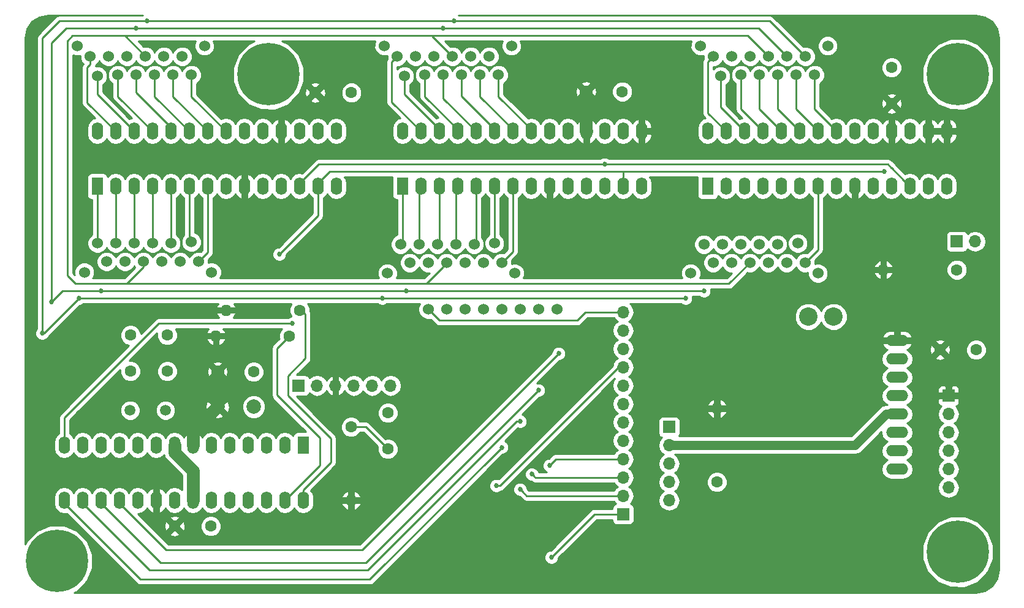
<source format=gbr>
G04 #@! TF.FileFunction,Copper,L2,Bot,Mixed*
%FSLAX46Y46*%
G04 Gerber Fmt 4.6, Leading zero omitted, Abs format (unit mm)*
G04 Created by KiCad (PCBNEW 4.0.6) date 05/17/17 18:18:02*
%MOMM*%
%LPD*%
G01*
G04 APERTURE LIST*
%ADD10C,0.100000*%
%ADD11C,1.600000*%
%ADD12O,1.600000X1.600000*%
%ADD13R,1.700000X1.700000*%
%ADD14O,1.700000X1.700000*%
%ADD15C,1.524000*%
%ADD16C,1.500000*%
%ADD17C,8.600000*%
%ADD18R,1.600000X2.400000*%
%ADD19O,1.600000X2.400000*%
%ADD20O,3.048000X1.524000*%
%ADD21C,2.540000*%
%ADD22C,2.000000*%
%ADD23C,0.685800*%
%ADD24C,0.254000*%
%ADD25C,1.778000*%
%ADD26C,1.270000*%
G04 APERTURE END LIST*
D10*
D11*
X105918000Y-127508000D03*
X100918000Y-127508000D03*
X110871000Y-122555000D03*
D12*
X100711000Y-122555000D03*
D11*
X169926000Y-142748000D03*
D12*
X169926000Y-132588000D03*
D11*
X112268000Y-118999000D03*
D12*
X102108000Y-118999000D03*
D13*
X201930000Y-130810000D03*
D14*
X201930000Y-133350000D03*
X201930000Y-135890000D03*
X201930000Y-138430000D03*
X201930000Y-140970000D03*
X201930000Y-143510000D03*
D13*
X112141000Y-129413000D03*
D14*
X114681000Y-129413000D03*
X117221000Y-129413000D03*
X119761000Y-129413000D03*
X122301000Y-129413000D03*
X124841000Y-129413000D03*
D15*
X147828000Y-118872000D03*
X145288000Y-118872000D03*
X142748000Y-118872000D03*
X140208000Y-118872000D03*
X137668000Y-118872000D03*
X135128000Y-118872000D03*
X132588000Y-118872000D03*
X130048000Y-118872000D03*
X182087596Y-112419520D03*
X181102000Y-109728000D03*
X179547596Y-112419520D03*
X178277596Y-109879520D03*
X177007596Y-112419520D03*
X175737596Y-109879520D03*
X174467596Y-112419520D03*
X173197596Y-109879520D03*
X171927596Y-112419520D03*
X170657596Y-109879520D03*
X169387596Y-112419520D03*
X168117596Y-109879520D03*
X166317596Y-113899520D03*
X183887596Y-113899520D03*
X98298000Y-112268000D03*
X97312404Y-109576480D03*
X95758000Y-112268000D03*
X94488000Y-109728000D03*
X93218000Y-112268000D03*
X91948000Y-109728000D03*
X90678000Y-112268000D03*
X89408000Y-109728000D03*
X88138000Y-112268000D03*
X86868000Y-109728000D03*
X85598000Y-112268000D03*
X84328000Y-109728000D03*
X82528000Y-113748000D03*
X100098000Y-113748000D03*
X169448404Y-83922480D03*
X170434000Y-86614000D03*
X171988404Y-83922480D03*
X173258404Y-86462480D03*
X174528404Y-83922480D03*
X175798404Y-86462480D03*
X177068404Y-83922480D03*
X178338404Y-86462480D03*
X179608404Y-83922480D03*
X180878404Y-86462480D03*
X182148404Y-83922480D03*
X183418404Y-86462480D03*
X185218404Y-82442480D03*
X167648404Y-82442480D03*
D13*
X163322000Y-135128000D03*
D14*
X163322000Y-137668000D03*
X163322000Y-140208000D03*
X163322000Y-142748000D03*
X163322000Y-145288000D03*
D16*
X93726000Y-132842000D03*
X88846000Y-132842000D03*
D11*
X93980000Y-122428000D03*
X93980000Y-127428000D03*
X88900000Y-122428000D03*
X88900000Y-127428000D03*
D17*
X107950000Y-86360000D03*
X78740000Y-153670000D03*
X203200000Y-152400000D03*
X203200000Y-86360000D03*
D15*
X83342404Y-83922480D03*
X84328000Y-86614000D03*
X85882404Y-83922480D03*
X87152404Y-86462480D03*
X88422404Y-83922480D03*
X89692404Y-86462480D03*
X90962404Y-83922480D03*
X92232404Y-86462480D03*
X93502404Y-83922480D03*
X94772404Y-86462480D03*
X96042404Y-83922480D03*
X97312404Y-86462480D03*
X99112404Y-82442480D03*
X81542404Y-82442480D03*
X140177596Y-112419520D03*
X139192000Y-109728000D03*
X137637596Y-112419520D03*
X136367596Y-109879520D03*
X135097596Y-112419520D03*
X133827596Y-109879520D03*
X132557596Y-112419520D03*
X131287596Y-109879520D03*
X130017596Y-112419520D03*
X128747596Y-109879520D03*
X127477596Y-112419520D03*
X126207596Y-109879520D03*
X124407596Y-113899520D03*
X141977596Y-113899520D03*
X125760404Y-83922480D03*
X126746000Y-86614000D03*
X128300404Y-83922480D03*
X129570404Y-86462480D03*
X130840404Y-83922480D03*
X132110404Y-86462480D03*
X133380404Y-83922480D03*
X134650404Y-86462480D03*
X135920404Y-83922480D03*
X137190404Y-86462480D03*
X138460404Y-83922480D03*
X139730404Y-86462480D03*
X141530404Y-82442480D03*
X123960404Y-82442480D03*
D13*
X203073000Y-109474000D03*
D14*
X205613000Y-109474000D03*
D13*
X156972000Y-147193000D03*
D14*
X156972000Y-144653000D03*
X156972000Y-142113000D03*
X156972000Y-139573000D03*
X156972000Y-137033000D03*
X156972000Y-134493000D03*
X156972000Y-131953000D03*
X156972000Y-129413000D03*
X156972000Y-126873000D03*
X156972000Y-124333000D03*
X156972000Y-121793000D03*
X156972000Y-119253000D03*
D18*
X84328000Y-101854000D03*
D19*
X117348000Y-94234000D03*
X86868000Y-101854000D03*
X114808000Y-94234000D03*
X89408000Y-101854000D03*
X112268000Y-94234000D03*
X91948000Y-101854000D03*
X109728000Y-94234000D03*
X94488000Y-101854000D03*
X107188000Y-94234000D03*
X97028000Y-101854000D03*
X104648000Y-94234000D03*
X99568000Y-101854000D03*
X102108000Y-94234000D03*
X102108000Y-101854000D03*
X99568000Y-94234000D03*
X104648000Y-101854000D03*
X97028000Y-94234000D03*
X107188000Y-101854000D03*
X94488000Y-94234000D03*
X109728000Y-101854000D03*
X91948000Y-94234000D03*
X112268000Y-101854000D03*
X89408000Y-94234000D03*
X114808000Y-101854000D03*
X86868000Y-94234000D03*
X117348000Y-101854000D03*
X84328000Y-94234000D03*
D18*
X126492000Y-101854000D03*
D19*
X159512000Y-94234000D03*
X129032000Y-101854000D03*
X156972000Y-94234000D03*
X131572000Y-101854000D03*
X154432000Y-94234000D03*
X134112000Y-101854000D03*
X151892000Y-94234000D03*
X136652000Y-101854000D03*
X149352000Y-94234000D03*
X139192000Y-101854000D03*
X146812000Y-94234000D03*
X141732000Y-101854000D03*
X144272000Y-94234000D03*
X144272000Y-101854000D03*
X141732000Y-94234000D03*
X146812000Y-101854000D03*
X139192000Y-94234000D03*
X149352000Y-101854000D03*
X136652000Y-94234000D03*
X151892000Y-101854000D03*
X134112000Y-94234000D03*
X154432000Y-101854000D03*
X131572000Y-94234000D03*
X156972000Y-101854000D03*
X129032000Y-94234000D03*
X159512000Y-101854000D03*
X126492000Y-94234000D03*
D18*
X168656000Y-101854000D03*
D19*
X201676000Y-94234000D03*
X171196000Y-101854000D03*
X199136000Y-94234000D03*
X173736000Y-101854000D03*
X196596000Y-94234000D03*
X176276000Y-101854000D03*
X194056000Y-94234000D03*
X178816000Y-101854000D03*
X191516000Y-94234000D03*
X181356000Y-101854000D03*
X188976000Y-94234000D03*
X183896000Y-101854000D03*
X186436000Y-94234000D03*
X186436000Y-101854000D03*
X183896000Y-94234000D03*
X188976000Y-101854000D03*
X181356000Y-94234000D03*
X191516000Y-101854000D03*
X178816000Y-94234000D03*
X194056000Y-101854000D03*
X176276000Y-94234000D03*
X196596000Y-101854000D03*
X173736000Y-94234000D03*
X199136000Y-101854000D03*
X171196000Y-94234000D03*
X201676000Y-101854000D03*
X168656000Y-94234000D03*
D18*
X112776000Y-137668000D03*
D19*
X79756000Y-145288000D03*
X110236000Y-137668000D03*
X82296000Y-145288000D03*
X107696000Y-137668000D03*
X84836000Y-145288000D03*
X105156000Y-137668000D03*
X87376000Y-145288000D03*
X102616000Y-137668000D03*
X89916000Y-145288000D03*
X100076000Y-137668000D03*
X92456000Y-145288000D03*
X97536000Y-137668000D03*
X94996000Y-145288000D03*
X94996000Y-137668000D03*
X97536000Y-145288000D03*
X92456000Y-137668000D03*
X100076000Y-145288000D03*
X89916000Y-137668000D03*
X102616000Y-145288000D03*
X87376000Y-137668000D03*
X105156000Y-145288000D03*
X84836000Y-137668000D03*
X107696000Y-145288000D03*
X82296000Y-137668000D03*
X110236000Y-145288000D03*
X79756000Y-137668000D03*
X112776000Y-145288000D03*
D20*
X194818000Y-140970000D03*
X194818000Y-138430000D03*
X194818000Y-135890000D03*
X194818000Y-133350000D03*
X194818000Y-130810000D03*
X194818000Y-128270000D03*
X194818000Y-125730000D03*
X194818000Y-123190000D03*
D21*
X186055000Y-119888000D03*
X182555000Y-119888000D03*
D11*
X200740000Y-124460000D03*
X205740000Y-124460000D03*
X119427000Y-88900000D03*
X114427000Y-88900000D03*
X156845000Y-88773000D03*
X151845000Y-88773000D03*
X194056000Y-85424000D03*
X194056000Y-90424000D03*
X94996000Y-148844000D03*
X99996000Y-148844000D03*
D22*
X105918000Y-132334000D03*
X100918000Y-132334000D03*
D11*
X119380000Y-135128000D03*
D12*
X119380000Y-145288000D03*
D11*
X124460000Y-133176000D03*
X124460000Y-138176000D03*
X203073000Y-113411000D03*
D12*
X192913000Y-113411000D03*
D23*
X76708000Y-122174000D03*
X123698000Y-117348000D03*
X81788010Y-117348000D03*
X133604000Y-78994000D03*
X91186000Y-78994000D03*
X165608000Y-117348000D03*
X77978000Y-117856000D03*
X127000000Y-116332000D03*
X84836000Y-116332000D03*
X132080000Y-80010000D03*
X89662000Y-80010000D03*
X168148000Y-116332000D03*
X154431988Y-98806000D03*
X193040000Y-99822000D03*
X109474000Y-111252000D03*
X140208000Y-137960090D03*
X142748008Y-134366000D03*
X145288000Y-130048000D03*
X148082000Y-124968000D03*
X111290090Y-120793656D03*
X139446000Y-143256000D03*
X147066000Y-153162000D03*
X142748000Y-143764000D03*
X146812000Y-140462008D03*
X144342057Y-141653755D03*
D24*
X76708000Y-121689067D02*
X76708000Y-122174000D01*
X76708000Y-81356200D02*
X76708000Y-121689067D01*
X76962010Y-122174000D02*
X76708000Y-122174000D01*
X91186000Y-78994000D02*
X79070200Y-78994000D01*
X81788010Y-117348000D02*
X76962010Y-122174000D01*
X79070200Y-78994000D02*
X76708000Y-81356200D01*
X165608000Y-117348000D02*
X123698000Y-117348000D01*
X81788010Y-117348000D02*
X123698000Y-117348000D01*
X177219924Y-78994000D02*
X134088933Y-78994000D01*
X134088933Y-78994000D02*
X133604000Y-78994000D01*
X182148404Y-83922480D02*
X177219924Y-78994000D01*
X91186000Y-78994000D02*
X133604000Y-78994000D01*
D25*
X97536000Y-145288000D02*
X97536000Y-141175041D01*
X97536000Y-141175041D02*
X94996000Y-138635041D01*
X94996000Y-138635041D02*
X94996000Y-137668000D01*
D24*
X132557596Y-112419520D02*
X132080000Y-112897116D01*
X132080000Y-112897116D02*
X132080000Y-113030000D01*
X132080000Y-113030000D02*
X129794000Y-115316000D01*
X90678000Y-115316000D02*
X129794000Y-115316000D01*
X129794000Y-115316000D02*
X132588000Y-115316000D01*
X90678000Y-112268000D02*
X90678000Y-113030000D01*
X90678000Y-113030000D02*
X88392000Y-115316000D01*
X81280000Y-115316000D02*
X88392000Y-115316000D01*
X88392000Y-115316000D02*
X90678000Y-115316000D01*
X133350000Y-81045479D02*
X130556000Y-81045479D01*
X130556000Y-81045479D02*
X90932000Y-81045479D01*
X133380404Y-83922480D02*
X130556000Y-81098076D01*
X130556000Y-81098076D02*
X130556000Y-81045479D01*
X90962404Y-83922480D02*
X90962404Y-83850404D01*
X90962404Y-83850404D02*
X88157479Y-81045479D01*
X88157479Y-81045479D02*
X88138000Y-81045479D01*
X90932000Y-81045479D02*
X88138000Y-81045479D01*
X88138000Y-81045479D02*
X80871843Y-81045479D01*
X174191403Y-81045479D02*
X133350000Y-81045479D01*
X132588000Y-115316000D02*
X171571116Y-115316000D01*
X132557596Y-115285596D02*
X132588000Y-115316000D01*
X177068404Y-83922480D02*
X174191403Y-81045479D01*
X80145403Y-81771919D02*
X80145403Y-114181403D01*
X80871843Y-81045479D02*
X80145403Y-81771919D01*
X80145403Y-114181403D02*
X81280000Y-115316000D01*
X171571116Y-115316000D02*
X174467596Y-112419520D01*
X77978000Y-82042000D02*
X77978000Y-117371067D01*
X78320899Y-117513101D02*
X77978000Y-117856000D01*
X89662000Y-80010000D02*
X80010000Y-80010000D01*
X77978000Y-117371067D02*
X77978000Y-117856000D01*
X79502000Y-116332000D02*
X78320899Y-117513101D01*
X80010000Y-80010000D02*
X77978000Y-82042000D01*
X84836000Y-116332000D02*
X79502000Y-116332000D01*
X168148000Y-116332000D02*
X127000000Y-116332000D01*
X84836000Y-116332000D02*
X127000000Y-116332000D01*
X175695924Y-80010000D02*
X132564933Y-80010000D01*
X132564933Y-80010000D02*
X132080000Y-80010000D01*
X179608404Y-83922480D02*
X175695924Y-80010000D01*
X89662000Y-80010000D02*
X132080000Y-80010000D01*
D25*
X100918000Y-127508000D02*
X100918000Y-132334000D01*
X100918000Y-132334000D02*
X97536000Y-135716000D01*
X97536000Y-135716000D02*
X97536000Y-137668000D01*
X151845000Y-88773000D02*
X151845000Y-94187000D01*
X151845000Y-94187000D02*
X151892000Y-94234000D01*
D24*
X194017908Y-99275908D02*
X193548000Y-98806000D01*
X193548000Y-98806000D02*
X154686000Y-98806000D01*
X154686000Y-98806000D02*
X154431988Y-98806000D01*
X116586000Y-140024000D02*
X112776000Y-143834000D01*
X116586000Y-136701002D02*
X116586000Y-140024000D01*
X113067999Y-119544999D02*
X113067999Y-125642999D01*
X110655999Y-130771001D02*
X116586000Y-136701002D01*
X112776000Y-143834000D02*
X112776000Y-145288000D01*
X110655999Y-128054999D02*
X110655999Y-130771001D01*
X112268000Y-118745000D02*
X113067999Y-119544999D01*
X113067999Y-125642999D02*
X110655999Y-128054999D01*
X154432000Y-98806000D02*
X114916000Y-98806000D01*
X114916000Y-98806000D02*
X112268000Y-101454000D01*
X112268000Y-101454000D02*
X112268000Y-101854000D01*
X195795999Y-101054001D02*
X194055998Y-99314000D01*
X196596000Y-101854000D02*
X195795999Y-101054001D01*
X177292000Y-99822000D02*
X192555067Y-99822000D01*
X192555067Y-99822000D02*
X193040000Y-99822000D01*
X155956000Y-99822000D02*
X177292000Y-99822000D01*
X114808000Y-105918000D02*
X109816899Y-110909101D01*
X109816899Y-110909101D02*
X109474000Y-111252000D01*
X114808000Y-101854000D02*
X114808000Y-105918000D01*
X109131001Y-124294999D02*
X109131001Y-130721001D01*
X110871000Y-122555000D02*
X109131001Y-124294999D01*
X110236000Y-145288000D02*
X115062000Y-140462000D01*
X115062000Y-140462000D02*
X115062000Y-136652000D01*
X115062000Y-136652000D02*
X109131001Y-130721001D01*
X155956000Y-99822000D02*
X116440000Y-99822000D01*
X116440000Y-99822000D02*
X114808000Y-101454000D01*
X114808000Y-101454000D02*
X114808000Y-101854000D01*
X156972000Y-101854000D02*
X156972000Y-99822000D01*
X156972000Y-99822000D02*
X155956000Y-99822000D01*
X123952000Y-137668000D02*
X124460000Y-138176000D01*
X119380000Y-135128000D02*
X121412000Y-135128000D01*
X121412000Y-135128000D02*
X123952000Y-137668000D01*
X139865101Y-138302989D02*
X140208000Y-137960090D01*
X121958090Y-156210000D02*
X139865101Y-138302989D01*
X90278000Y-156210000D02*
X121958090Y-156210000D01*
X79756000Y-145688000D02*
X90278000Y-156210000D01*
X79756000Y-145288000D02*
X79756000Y-145688000D01*
X82296000Y-145288000D02*
X82296000Y-145688000D01*
X82296000Y-145688000D02*
X91548000Y-154940000D01*
X121689075Y-154940000D02*
X142263075Y-134366000D01*
X91548000Y-154940000D02*
X121689075Y-154940000D01*
X142263075Y-134366000D02*
X142748008Y-134366000D01*
X84836000Y-145288000D02*
X84836000Y-145688000D01*
X121412000Y-153924000D02*
X144945101Y-130390899D01*
X84836000Y-145688000D02*
X93072000Y-153924000D01*
X93072000Y-153924000D02*
X121412000Y-153924000D01*
X144945101Y-130390899D02*
X145288000Y-130048000D01*
X87376000Y-145288000D02*
X87376000Y-145688000D01*
X87376000Y-145688000D02*
X93834000Y-152146000D01*
X120904000Y-152146000D02*
X147739101Y-125310899D01*
X93834000Y-152146000D02*
X120904000Y-152146000D01*
X147739101Y-125310899D02*
X148082000Y-124968000D01*
X110805157Y-120793656D02*
X111290090Y-120793656D01*
X79756000Y-133858000D02*
X92820344Y-120793656D01*
X92820344Y-120793656D02*
X110805157Y-120793656D01*
X79756000Y-137668000D02*
X79756000Y-133858000D01*
X124460000Y-129794000D02*
X124841000Y-129413000D01*
X156972000Y-119253000D02*
X151765000Y-119253000D01*
X151765000Y-119253000D02*
X150622000Y-120396000D01*
X131572000Y-120396000D02*
X130048000Y-118872000D01*
X150622000Y-120396000D02*
X131572000Y-120396000D01*
X156972000Y-126873000D02*
X156337000Y-126873000D01*
X156337000Y-126873000D02*
X139954000Y-143256000D01*
X139954000Y-143256000D02*
X139930933Y-143256000D01*
X139930933Y-143256000D02*
X139446000Y-143256000D01*
X147408899Y-152819101D02*
X147066000Y-153162000D01*
X153035000Y-147193000D02*
X147408899Y-152819101D01*
X156972000Y-147193000D02*
X153035000Y-147193000D01*
X143637000Y-144653000D02*
X143090899Y-144106899D01*
X156972000Y-144653000D02*
X143637000Y-144653000D01*
X143090899Y-144106899D02*
X142748000Y-143764000D01*
X147154899Y-140119109D02*
X146812000Y-140462008D01*
X147701008Y-139573000D02*
X147154899Y-140119109D01*
X156972000Y-139573000D02*
X147701008Y-139573000D01*
X156972000Y-142113000D02*
X144801302Y-142113000D01*
X144801302Y-142113000D02*
X144684956Y-141996654D01*
X144684956Y-141996654D02*
X144342057Y-141653755D01*
X94488000Y-109728000D02*
X94488000Y-101854000D01*
X97028000Y-101854000D02*
X97028000Y-109292076D01*
X97028000Y-109292076D02*
X97312404Y-109576480D01*
X87152404Y-86462480D02*
X87152404Y-89438404D01*
X87152404Y-89438404D02*
X91948000Y-94234000D01*
X84328000Y-86614000D02*
X84328000Y-89154000D01*
X84328000Y-89154000D02*
X89408000Y-94234000D01*
X136652000Y-101854000D02*
X136652000Y-109595116D01*
X136652000Y-109595116D02*
X136367596Y-109879520D01*
X139192000Y-101854000D02*
X139192000Y-109728000D01*
X129570404Y-86462480D02*
X129570404Y-89438404D01*
X129570404Y-89438404D02*
X134366000Y-94234000D01*
X126746000Y-86614000D02*
X126746000Y-89154000D01*
X126746000Y-89154000D02*
X131826000Y-94234000D01*
X84328000Y-109728000D02*
X84328000Y-101854000D01*
X86868000Y-101854000D02*
X86868000Y-109728000D01*
X89408000Y-109728000D02*
X89408000Y-101854000D01*
X91948000Y-101854000D02*
X91948000Y-109728000D01*
X97312404Y-86462480D02*
X97312404Y-89438404D01*
X97312404Y-89438404D02*
X102108000Y-94234000D01*
X94772404Y-86462480D02*
X94772404Y-89438404D01*
X94772404Y-89438404D02*
X99568000Y-94234000D01*
X92232404Y-86462480D02*
X92232404Y-89438404D01*
X92232404Y-89438404D02*
X97028000Y-94234000D01*
X94488000Y-94234000D02*
X94488000Y-93726000D01*
X94488000Y-93726000D02*
X89662000Y-88900000D01*
X89662000Y-88900000D02*
X89662000Y-86492884D01*
X126492000Y-101854000D02*
X126492000Y-109595116D01*
X126492000Y-109595116D02*
X126207596Y-109879520D01*
X128747596Y-109879520D02*
X128747596Y-102138404D01*
X128747596Y-102138404D02*
X129032000Y-101854000D01*
X131572000Y-101854000D02*
X131572000Y-109595116D01*
X131572000Y-109595116D02*
X131287596Y-109879520D01*
X133827596Y-109879520D02*
X133827596Y-102138404D01*
X133827596Y-102138404D02*
X134112000Y-101854000D01*
X139730404Y-86462480D02*
X139730404Y-89438404D01*
X139730404Y-89438404D02*
X144526000Y-94234000D01*
X137190404Y-86462480D02*
X137190404Y-89438404D01*
X137190404Y-89438404D02*
X141986000Y-94234000D01*
X139446000Y-94234000D02*
X134620000Y-89408000D01*
X134650404Y-89377596D02*
X134620000Y-89408000D01*
X134650404Y-86462480D02*
X134650404Y-89377596D01*
X132110404Y-86462480D02*
X132110404Y-89692404D01*
X132110404Y-89692404D02*
X136652000Y-94234000D01*
X98298000Y-112268000D02*
X99568000Y-110998000D01*
X99568000Y-110998000D02*
X99568000Y-101854000D01*
X83342404Y-83922480D02*
X83342404Y-85000110D01*
X83342404Y-85000110D02*
X82930999Y-85411515D01*
X82930999Y-85411515D02*
X82930999Y-90296999D01*
X82930999Y-90296999D02*
X86868000Y-94234000D01*
X140177596Y-112419520D02*
X141732000Y-110865116D01*
X141732000Y-110865116D02*
X141732000Y-101854000D01*
X125760404Y-83922480D02*
X124998405Y-84684479D01*
X124998405Y-84684479D02*
X124998405Y-90200405D01*
X124998405Y-90200405D02*
X129032000Y-94234000D01*
X182087596Y-112419520D02*
X183896000Y-110611116D01*
X183896000Y-110611116D02*
X183896000Y-101854000D01*
D26*
X163322000Y-137668000D02*
X188976000Y-137668000D01*
X193294000Y-133350000D02*
X194818000Y-133350000D01*
X188976000Y-137668000D02*
X193294000Y-133350000D01*
D24*
X169448404Y-83922480D02*
X168686405Y-84684479D01*
X168686405Y-84684479D02*
X168686405Y-91724405D01*
X168686405Y-91724405D02*
X171196000Y-94234000D01*
X170434000Y-86614000D02*
X170434000Y-90932000D01*
X170434000Y-90932000D02*
X173736000Y-94234000D01*
X173228000Y-86614000D02*
X173228000Y-91186000D01*
X173228000Y-91186000D02*
X176276000Y-94234000D01*
X175768000Y-86614000D02*
X175768000Y-91186000D01*
X175768000Y-91186000D02*
X178816000Y-94234000D01*
X178308000Y-86614000D02*
X178308000Y-91186000D01*
X178308000Y-91186000D02*
X181356000Y-94234000D01*
X180848000Y-86614000D02*
X180848000Y-91186000D01*
X180848000Y-91186000D02*
X183896000Y-94234000D01*
X183388000Y-86614000D02*
X183388000Y-91186000D01*
X183388000Y-91186000D02*
X186436000Y-94234000D01*
G36*
X90565163Y-78232000D02*
X79070200Y-78232000D01*
X78778595Y-78290004D01*
X78531384Y-78455185D01*
X76169185Y-80817385D01*
X76004004Y-81064595D01*
X75946000Y-81356200D01*
X75946000Y-121552917D01*
X75879460Y-121619341D01*
X75730270Y-121978630D01*
X75729931Y-122367663D01*
X75878493Y-122727212D01*
X76153341Y-123002540D01*
X76512630Y-123151730D01*
X76901663Y-123152069D01*
X77261212Y-123003507D01*
X77536540Y-122728659D01*
X77573152Y-122640488D01*
X81887654Y-118325987D01*
X81981673Y-118326069D01*
X82341222Y-118177507D01*
X82408847Y-118110000D01*
X101011106Y-118110000D01*
X100789191Y-118433280D01*
X100775462Y-118466489D01*
X100871874Y-118681500D01*
X101790500Y-118681500D01*
X101790500Y-118661500D01*
X102425500Y-118661500D01*
X102425500Y-118681500D01*
X103344126Y-118681500D01*
X103440538Y-118466489D01*
X103426809Y-118433280D01*
X103204894Y-118110000D01*
X111127384Y-118110000D01*
X111052176Y-118185077D01*
X110833250Y-118712309D01*
X110832752Y-119283187D01*
X111050757Y-119810800D01*
X111067477Y-119827549D01*
X110736878Y-119964149D01*
X110669253Y-120031656D01*
X103101758Y-120031656D01*
X103109929Y-120026343D01*
X103426809Y-119564720D01*
X103440538Y-119531511D01*
X103344126Y-119316500D01*
X102425500Y-119316500D01*
X102425500Y-119336500D01*
X101790500Y-119336500D01*
X101790500Y-119316500D01*
X100871874Y-119316500D01*
X100775462Y-119531511D01*
X100789191Y-119564720D01*
X101106071Y-120026343D01*
X101114242Y-120031656D01*
X92820344Y-120031656D01*
X92558129Y-120083814D01*
X92528739Y-120089660D01*
X92281528Y-120254841D01*
X90335198Y-122201171D01*
X90335248Y-122143813D01*
X90117243Y-121616200D01*
X89713923Y-121212176D01*
X89186691Y-120993250D01*
X88615813Y-120992752D01*
X88088200Y-121210757D01*
X87684176Y-121614077D01*
X87465250Y-122141309D01*
X87464752Y-122712187D01*
X87682757Y-123239800D01*
X88086077Y-123643824D01*
X88613309Y-123862750D01*
X88673567Y-123862803D01*
X79217185Y-133319185D01*
X79052004Y-133566395D01*
X78994000Y-133858000D01*
X78994000Y-136048504D01*
X78741302Y-136217352D01*
X78430233Y-136682899D01*
X78321000Y-137232050D01*
X78321000Y-138103950D01*
X78430233Y-138653101D01*
X78741302Y-139118648D01*
X79206849Y-139429717D01*
X79756000Y-139538950D01*
X80305151Y-139429717D01*
X80770698Y-139118648D01*
X81026000Y-138736562D01*
X81281302Y-139118648D01*
X81746849Y-139429717D01*
X82296000Y-139538950D01*
X82845151Y-139429717D01*
X83310698Y-139118648D01*
X83566000Y-138736562D01*
X83821302Y-139118648D01*
X84286849Y-139429717D01*
X84836000Y-139538950D01*
X85385151Y-139429717D01*
X85850698Y-139118648D01*
X86106000Y-138736562D01*
X86361302Y-139118648D01*
X86826849Y-139429717D01*
X87376000Y-139538950D01*
X87925151Y-139429717D01*
X88390698Y-139118648D01*
X88646000Y-138736562D01*
X88901302Y-139118648D01*
X89366849Y-139429717D01*
X89916000Y-139538950D01*
X90465151Y-139429717D01*
X90930698Y-139118648D01*
X91186000Y-138736562D01*
X91441302Y-139118648D01*
X91906849Y-139429717D01*
X92456000Y-139538950D01*
X93005151Y-139429717D01*
X93470698Y-139118648D01*
X93545829Y-139006206D01*
X93588008Y-139218251D01*
X93766244Y-139485000D01*
X93918369Y-139712672D01*
X96012000Y-141806302D01*
X96012000Y-143839301D01*
X96010698Y-143837352D01*
X95545151Y-143526283D01*
X94996000Y-143417050D01*
X94446849Y-143526283D01*
X93981302Y-143837352D01*
X93732294Y-144210019D01*
X93730397Y-144203808D01*
X93371560Y-143768198D01*
X92988511Y-143555462D01*
X92773500Y-143651874D01*
X92773500Y-144970500D01*
X92793500Y-144970500D01*
X92793500Y-145605500D01*
X92773500Y-145605500D01*
X92773500Y-146924126D01*
X92988511Y-147020538D01*
X93371560Y-146807802D01*
X93730397Y-146372192D01*
X93732294Y-146365981D01*
X93981302Y-146738648D01*
X94446849Y-147049717D01*
X94996000Y-147158950D01*
X95545151Y-147049717D01*
X96010698Y-146738648D01*
X96266000Y-146356562D01*
X96521302Y-146738648D01*
X96986849Y-147049717D01*
X97536000Y-147158950D01*
X98085151Y-147049717D01*
X98550698Y-146738648D01*
X98806000Y-146356562D01*
X99061302Y-146738648D01*
X99526849Y-147049717D01*
X100076000Y-147158950D01*
X100625151Y-147049717D01*
X101090698Y-146738648D01*
X101346000Y-146356562D01*
X101601302Y-146738648D01*
X102066849Y-147049717D01*
X102616000Y-147158950D01*
X103165151Y-147049717D01*
X103630698Y-146738648D01*
X103886000Y-146356562D01*
X104141302Y-146738648D01*
X104606849Y-147049717D01*
X105156000Y-147158950D01*
X105705151Y-147049717D01*
X106170698Y-146738648D01*
X106426000Y-146356562D01*
X106681302Y-146738648D01*
X107146849Y-147049717D01*
X107696000Y-147158950D01*
X108245151Y-147049717D01*
X108710698Y-146738648D01*
X108966000Y-146356562D01*
X109221302Y-146738648D01*
X109686849Y-147049717D01*
X110236000Y-147158950D01*
X110785151Y-147049717D01*
X111250698Y-146738648D01*
X111506000Y-146356562D01*
X111761302Y-146738648D01*
X112226849Y-147049717D01*
X112776000Y-147158950D01*
X113325151Y-147049717D01*
X113790698Y-146738648D01*
X114101767Y-146273101D01*
X114191792Y-145820515D01*
X118047437Y-145820515D01*
X118352657Y-146289929D01*
X118814280Y-146606809D01*
X118847489Y-146620538D01*
X119062500Y-146524126D01*
X119062500Y-145605500D01*
X119697500Y-145605500D01*
X119697500Y-146524126D01*
X119912511Y-146620538D01*
X119945720Y-146606809D01*
X120407343Y-146289929D01*
X120712563Y-145820515D01*
X120620711Y-145605500D01*
X119697500Y-145605500D01*
X119062500Y-145605500D01*
X118139289Y-145605500D01*
X118047437Y-145820515D01*
X114191792Y-145820515D01*
X114211000Y-145723950D01*
X114211000Y-144852050D01*
X114191793Y-144755485D01*
X118047437Y-144755485D01*
X118139289Y-144970500D01*
X119062500Y-144970500D01*
X119062500Y-144051874D01*
X119697500Y-144051874D01*
X119697500Y-144970500D01*
X120620711Y-144970500D01*
X120712563Y-144755485D01*
X120407343Y-144286071D01*
X119945720Y-143969191D01*
X119912511Y-143955462D01*
X119697500Y-144051874D01*
X119062500Y-144051874D01*
X118847489Y-143955462D01*
X118814280Y-143969191D01*
X118352657Y-144286071D01*
X118047437Y-144755485D01*
X114191793Y-144755485D01*
X114101767Y-144302899D01*
X113814562Y-143873068D01*
X117124816Y-140562815D01*
X117232459Y-140401715D01*
X117289996Y-140315605D01*
X117348000Y-140024000D01*
X117348000Y-136701002D01*
X117289996Y-136409397D01*
X117124815Y-136162187D01*
X116374815Y-135412187D01*
X117944752Y-135412187D01*
X118162757Y-135939800D01*
X118566077Y-136343824D01*
X119093309Y-136562750D01*
X119664187Y-136563248D01*
X120191800Y-136345243D01*
X120595824Y-135941923D01*
X120617384Y-135890000D01*
X121096370Y-135890000D01*
X123045914Y-137839545D01*
X123025250Y-137889309D01*
X123024752Y-138460187D01*
X123242757Y-138987800D01*
X123646077Y-139391824D01*
X124173309Y-139610750D01*
X124744187Y-139611248D01*
X125271800Y-139393243D01*
X125675824Y-138989923D01*
X125894750Y-138462691D01*
X125895248Y-137891813D01*
X125677243Y-137364200D01*
X125273923Y-136960176D01*
X124746691Y-136741250D01*
X124175813Y-136740752D01*
X124123852Y-136762222D01*
X121950815Y-134589185D01*
X121906632Y-134559663D01*
X121703605Y-134424004D01*
X121412000Y-134366000D01*
X120617820Y-134366000D01*
X120597243Y-134316200D01*
X120193923Y-133912176D01*
X119666691Y-133693250D01*
X119095813Y-133692752D01*
X118568200Y-133910757D01*
X118164176Y-134314077D01*
X117945250Y-134841309D01*
X117944752Y-135412187D01*
X116374815Y-135412187D01*
X114422815Y-133460187D01*
X123024752Y-133460187D01*
X123242757Y-133987800D01*
X123646077Y-134391824D01*
X124173309Y-134610750D01*
X124744187Y-134611248D01*
X125271800Y-134393243D01*
X125675824Y-133989923D01*
X125894750Y-133462691D01*
X125895248Y-132891813D01*
X125677243Y-132364200D01*
X125273923Y-131960176D01*
X124746691Y-131741250D01*
X124175813Y-131740752D01*
X123648200Y-131958757D01*
X123244176Y-132362077D01*
X123025250Y-132889309D01*
X123024752Y-133460187D01*
X114422815Y-133460187D01*
X111873068Y-130910440D01*
X112991000Y-130910440D01*
X113226317Y-130866162D01*
X113442441Y-130727090D01*
X113587431Y-130514890D01*
X113601086Y-130447459D01*
X113630946Y-130492147D01*
X114112715Y-130814054D01*
X114681000Y-130927093D01*
X115249285Y-130814054D01*
X115731054Y-130492147D01*
X115961610Y-130147094D01*
X116149980Y-130441694D01*
X116625171Y-130773251D01*
X116680476Y-130796133D01*
X116903500Y-130700685D01*
X116903500Y-129730500D01*
X116883500Y-129730500D01*
X116883500Y-129095500D01*
X116903500Y-129095500D01*
X116903500Y-128125315D01*
X117538500Y-128125315D01*
X117538500Y-129095500D01*
X117558500Y-129095500D01*
X117558500Y-129730500D01*
X117538500Y-129730500D01*
X117538500Y-130700685D01*
X117761524Y-130796133D01*
X117816829Y-130773251D01*
X118292020Y-130441694D01*
X118480390Y-130147094D01*
X118710946Y-130492147D01*
X119192715Y-130814054D01*
X119761000Y-130927093D01*
X120329285Y-130814054D01*
X120811054Y-130492147D01*
X121031000Y-130162974D01*
X121250946Y-130492147D01*
X121732715Y-130814054D01*
X122301000Y-130927093D01*
X122869285Y-130814054D01*
X123351054Y-130492147D01*
X123571000Y-130162974D01*
X123790946Y-130492147D01*
X124272715Y-130814054D01*
X124841000Y-130927093D01*
X125409285Y-130814054D01*
X125891054Y-130492147D01*
X126212961Y-130010378D01*
X126326000Y-129442093D01*
X126326000Y-129383907D01*
X126212961Y-128815622D01*
X125891054Y-128333853D01*
X125409285Y-128011946D01*
X124841000Y-127898907D01*
X124272715Y-128011946D01*
X123790946Y-128333853D01*
X123571000Y-128663026D01*
X123351054Y-128333853D01*
X122869285Y-128011946D01*
X122301000Y-127898907D01*
X121732715Y-128011946D01*
X121250946Y-128333853D01*
X121031000Y-128663026D01*
X120811054Y-128333853D01*
X120329285Y-128011946D01*
X119761000Y-127898907D01*
X119192715Y-128011946D01*
X118710946Y-128333853D01*
X118480390Y-128678906D01*
X118292020Y-128384306D01*
X117816829Y-128052749D01*
X117761524Y-128029867D01*
X117538500Y-128125315D01*
X116903500Y-128125315D01*
X116680476Y-128029867D01*
X116625171Y-128052749D01*
X116149980Y-128384306D01*
X115961610Y-128678906D01*
X115731054Y-128333853D01*
X115249285Y-128011946D01*
X114681000Y-127898907D01*
X114112715Y-128011946D01*
X113630946Y-128333853D01*
X113603150Y-128375452D01*
X113594162Y-128327683D01*
X113455090Y-128111559D01*
X113242890Y-127966569D01*
X112991000Y-127915560D01*
X111873068Y-127915560D01*
X113606814Y-126181814D01*
X113771995Y-125934604D01*
X113779922Y-125894750D01*
X113829999Y-125642999D01*
X113829999Y-119544999D01*
X113771995Y-119253394D01*
X113703644Y-119151100D01*
X113702868Y-119149939D01*
X113703248Y-118714813D01*
X113485243Y-118187200D01*
X113408178Y-118110000D01*
X123076917Y-118110000D01*
X123143341Y-118176540D01*
X123502630Y-118325730D01*
X123891663Y-118326069D01*
X124251212Y-118177507D01*
X124318837Y-118110000D01*
X128851760Y-118110000D01*
X128651243Y-118592900D01*
X128650758Y-119148661D01*
X128862990Y-119662303D01*
X129255630Y-120055629D01*
X129768900Y-120268757D01*
X130324661Y-120269242D01*
X130355054Y-120256684D01*
X131033184Y-120934815D01*
X131280395Y-121099996D01*
X131572000Y-121158000D01*
X150622000Y-121158000D01*
X150913605Y-121099996D01*
X151160815Y-120934815D01*
X152080630Y-120015000D01*
X155700382Y-120015000D01*
X155892853Y-120303054D01*
X156222026Y-120523000D01*
X155892853Y-120742946D01*
X155570946Y-121224715D01*
X155457907Y-121793000D01*
X155570946Y-122361285D01*
X155892853Y-122843054D01*
X156222026Y-123063000D01*
X155892853Y-123282946D01*
X155570946Y-123764715D01*
X155457907Y-124333000D01*
X155570946Y-124901285D01*
X155892853Y-125383054D01*
X156222026Y-125603000D01*
X155892853Y-125822946D01*
X155570946Y-126304715D01*
X155507205Y-126625164D01*
X139791684Y-142340686D01*
X139641370Y-142278270D01*
X139252337Y-142277931D01*
X138892788Y-142426493D01*
X138617460Y-142701341D01*
X138468270Y-143060630D01*
X138467931Y-143449663D01*
X138616493Y-143809212D01*
X138891341Y-144084540D01*
X139250630Y-144233730D01*
X139639663Y-144234069D01*
X139999212Y-144085507D01*
X140094916Y-143989970D01*
X140245605Y-143959996D01*
X140492815Y-143794815D01*
X155828754Y-128458876D01*
X155570946Y-128844715D01*
X155457907Y-129413000D01*
X155570946Y-129981285D01*
X155892853Y-130463054D01*
X156222026Y-130683000D01*
X155892853Y-130902946D01*
X155570946Y-131384715D01*
X155457907Y-131953000D01*
X155570946Y-132521285D01*
X155892853Y-133003054D01*
X156222026Y-133223000D01*
X155892853Y-133442946D01*
X155570946Y-133924715D01*
X155457907Y-134493000D01*
X155570946Y-135061285D01*
X155892853Y-135543054D01*
X156222026Y-135763000D01*
X155892853Y-135982946D01*
X155570946Y-136464715D01*
X155457907Y-137033000D01*
X155570946Y-137601285D01*
X155892853Y-138083054D01*
X156222026Y-138303000D01*
X155892853Y-138522946D01*
X155700382Y-138811000D01*
X147701008Y-138811000D01*
X147409403Y-138869004D01*
X147310385Y-138935166D01*
X147162193Y-139034184D01*
X146712357Y-139484021D01*
X146618337Y-139483939D01*
X146258788Y-139632501D01*
X145983460Y-139907349D01*
X145834270Y-140266638D01*
X145833931Y-140655671D01*
X145982493Y-141015220D01*
X146257341Y-141290548D01*
X146402925Y-141351000D01*
X145275050Y-141351000D01*
X145171564Y-141100543D01*
X144896716Y-140825215D01*
X144537427Y-140676025D01*
X144148394Y-140675686D01*
X143788845Y-140824248D01*
X143513517Y-141099096D01*
X143364327Y-141458385D01*
X143363988Y-141847418D01*
X143512550Y-142206967D01*
X143787398Y-142482295D01*
X144146687Y-142631485D01*
X144242240Y-142631568D01*
X144262487Y-142651815D01*
X144509697Y-142816996D01*
X144801302Y-142875000D01*
X155700382Y-142875000D01*
X155892853Y-143163054D01*
X156222026Y-143383000D01*
X155892853Y-143602946D01*
X155700382Y-143891000D01*
X143952631Y-143891000D01*
X143725987Y-143664357D01*
X143726069Y-143570337D01*
X143577507Y-143210788D01*
X143302659Y-142935460D01*
X142943370Y-142786270D01*
X142554337Y-142785931D01*
X142194788Y-142934493D01*
X141919460Y-143209341D01*
X141770270Y-143568630D01*
X141769931Y-143957663D01*
X141918493Y-144317212D01*
X142193341Y-144592540D01*
X142552630Y-144741730D01*
X142648183Y-144741813D01*
X143098184Y-145191815D01*
X143345395Y-145356996D01*
X143637000Y-145415000D01*
X155700382Y-145415000D01*
X155892853Y-145703054D01*
X155934452Y-145730850D01*
X155886683Y-145739838D01*
X155670559Y-145878910D01*
X155525569Y-146091110D01*
X155474560Y-146343000D01*
X155474560Y-146431000D01*
X153035000Y-146431000D01*
X152743395Y-146489004D01*
X152496184Y-146654185D01*
X146966357Y-152184013D01*
X146872337Y-152183931D01*
X146512788Y-152332493D01*
X146237460Y-152607341D01*
X146088270Y-152966630D01*
X146087931Y-153355663D01*
X146236493Y-153715212D01*
X146511341Y-153990540D01*
X146870630Y-154139730D01*
X147259663Y-154140069D01*
X147619212Y-153991507D01*
X147894540Y-153716659D01*
X148035443Y-153377325D01*
X198264146Y-153377325D01*
X199013871Y-155191801D01*
X200400897Y-156581250D01*
X202214061Y-157334141D01*
X204177325Y-157335854D01*
X205991801Y-156586129D01*
X207381250Y-155199103D01*
X208134141Y-153385939D01*
X208135854Y-151422675D01*
X207386129Y-149608199D01*
X205999103Y-148218750D01*
X204185939Y-147465859D01*
X202222675Y-147464146D01*
X200408199Y-148213871D01*
X199018750Y-149600897D01*
X198265859Y-151414061D01*
X198264146Y-153377325D01*
X148035443Y-153377325D01*
X148043730Y-153357370D01*
X148043813Y-153261817D01*
X153350631Y-147955000D01*
X155474560Y-147955000D01*
X155474560Y-148043000D01*
X155518838Y-148278317D01*
X155657910Y-148494441D01*
X155870110Y-148639431D01*
X156122000Y-148690440D01*
X157822000Y-148690440D01*
X158057317Y-148646162D01*
X158273441Y-148507090D01*
X158418431Y-148294890D01*
X158469440Y-148043000D01*
X158469440Y-146343000D01*
X158425162Y-146107683D01*
X158286090Y-145891559D01*
X158073890Y-145746569D01*
X158006459Y-145732914D01*
X158051147Y-145703054D01*
X158373054Y-145221285D01*
X158486093Y-144653000D01*
X158373054Y-144084715D01*
X158051147Y-143602946D01*
X157721974Y-143383000D01*
X158051147Y-143163054D01*
X158373054Y-142681285D01*
X158486093Y-142113000D01*
X158373054Y-141544715D01*
X158051147Y-141062946D01*
X157721974Y-140843000D01*
X158051147Y-140623054D01*
X158373054Y-140141285D01*
X158486093Y-139573000D01*
X158373054Y-139004715D01*
X158051147Y-138522946D01*
X157721974Y-138303000D01*
X158051147Y-138083054D01*
X158328476Y-137668000D01*
X161807907Y-137668000D01*
X161920946Y-138236285D01*
X162242853Y-138718054D01*
X162572026Y-138938000D01*
X162242853Y-139157946D01*
X161920946Y-139639715D01*
X161807907Y-140208000D01*
X161920946Y-140776285D01*
X162242853Y-141258054D01*
X162572026Y-141478000D01*
X162242853Y-141697946D01*
X161920946Y-142179715D01*
X161807907Y-142748000D01*
X161920946Y-143316285D01*
X162242853Y-143798054D01*
X162572026Y-144018000D01*
X162242853Y-144237946D01*
X161920946Y-144719715D01*
X161807907Y-145288000D01*
X161920946Y-145856285D01*
X162242853Y-146338054D01*
X162724622Y-146659961D01*
X163292907Y-146773000D01*
X163351093Y-146773000D01*
X163919378Y-146659961D01*
X164401147Y-146338054D01*
X164723054Y-145856285D01*
X164836093Y-145288000D01*
X164723054Y-144719715D01*
X164401147Y-144237946D01*
X164071974Y-144018000D01*
X164401147Y-143798054D01*
X164723054Y-143316285D01*
X164779564Y-143032187D01*
X168490752Y-143032187D01*
X168708757Y-143559800D01*
X169112077Y-143963824D01*
X169639309Y-144182750D01*
X170210187Y-144183248D01*
X170737800Y-143965243D01*
X171141824Y-143561923D01*
X171360750Y-143034691D01*
X171361248Y-142463813D01*
X171143243Y-141936200D01*
X170739923Y-141532176D01*
X170212691Y-141313250D01*
X169641813Y-141312752D01*
X169114200Y-141530757D01*
X168710176Y-141934077D01*
X168491250Y-142461309D01*
X168490752Y-143032187D01*
X164779564Y-143032187D01*
X164836093Y-142748000D01*
X164723054Y-142179715D01*
X164401147Y-141697946D01*
X164071974Y-141478000D01*
X164401147Y-141258054D01*
X164723054Y-140776285D01*
X164836093Y-140208000D01*
X164723054Y-139639715D01*
X164401147Y-139157946D01*
X164071974Y-138938000D01*
X188975995Y-138938000D01*
X188976000Y-138938001D01*
X189462008Y-138841327D01*
X189874026Y-138566026D01*
X192633253Y-135806799D01*
X192616703Y-135890000D01*
X192723043Y-136424609D01*
X193025875Y-136877828D01*
X193448174Y-137160000D01*
X193025875Y-137442172D01*
X192723043Y-137895391D01*
X192616703Y-138430000D01*
X192723043Y-138964609D01*
X193025875Y-139417828D01*
X193448174Y-139700000D01*
X193025875Y-139982172D01*
X192723043Y-140435391D01*
X192616703Y-140970000D01*
X192723043Y-141504609D01*
X193025875Y-141957828D01*
X193479094Y-142260660D01*
X194013703Y-142367000D01*
X195622297Y-142367000D01*
X196156906Y-142260660D01*
X196610125Y-141957828D01*
X196912957Y-141504609D01*
X197019297Y-140970000D01*
X196912957Y-140435391D01*
X196610125Y-139982172D01*
X196187826Y-139700000D01*
X196610125Y-139417828D01*
X196912957Y-138964609D01*
X197019297Y-138430000D01*
X196912957Y-137895391D01*
X196610125Y-137442172D01*
X196187826Y-137160000D01*
X196610125Y-136877828D01*
X196912957Y-136424609D01*
X197019297Y-135890000D01*
X196912957Y-135355391D01*
X196610125Y-134902172D01*
X196187826Y-134620000D01*
X196610125Y-134337828D01*
X196912957Y-133884609D01*
X197019297Y-133350000D01*
X200415907Y-133350000D01*
X200528946Y-133918285D01*
X200850853Y-134400054D01*
X201180026Y-134620000D01*
X200850853Y-134839946D01*
X200528946Y-135321715D01*
X200415907Y-135890000D01*
X200528946Y-136458285D01*
X200850853Y-136940054D01*
X201180026Y-137160000D01*
X200850853Y-137379946D01*
X200528946Y-137861715D01*
X200415907Y-138430000D01*
X200528946Y-138998285D01*
X200850853Y-139480054D01*
X201180026Y-139700000D01*
X200850853Y-139919946D01*
X200528946Y-140401715D01*
X200415907Y-140970000D01*
X200528946Y-141538285D01*
X200850853Y-142020054D01*
X201180026Y-142240000D01*
X200850853Y-142459946D01*
X200528946Y-142941715D01*
X200415907Y-143510000D01*
X200528946Y-144078285D01*
X200850853Y-144560054D01*
X201332622Y-144881961D01*
X201900907Y-144995000D01*
X201959093Y-144995000D01*
X202527378Y-144881961D01*
X203009147Y-144560054D01*
X203331054Y-144078285D01*
X203444093Y-143510000D01*
X203331054Y-142941715D01*
X203009147Y-142459946D01*
X202679974Y-142240000D01*
X203009147Y-142020054D01*
X203331054Y-141538285D01*
X203444093Y-140970000D01*
X203331054Y-140401715D01*
X203009147Y-139919946D01*
X202679974Y-139700000D01*
X203009147Y-139480054D01*
X203331054Y-138998285D01*
X203444093Y-138430000D01*
X203331054Y-137861715D01*
X203009147Y-137379946D01*
X202679974Y-137160000D01*
X203009147Y-136940054D01*
X203331054Y-136458285D01*
X203444093Y-135890000D01*
X203331054Y-135321715D01*
X203009147Y-134839946D01*
X202679974Y-134620000D01*
X203009147Y-134400054D01*
X203331054Y-133918285D01*
X203444093Y-133350000D01*
X203331054Y-132781715D01*
X203009147Y-132299946D01*
X202965223Y-132270597D01*
X203139698Y-132198327D01*
X203318327Y-132019699D01*
X203415000Y-131786310D01*
X203415000Y-131286250D01*
X203256250Y-131127500D01*
X202247500Y-131127500D01*
X202247500Y-131147500D01*
X201612500Y-131147500D01*
X201612500Y-131127500D01*
X200603750Y-131127500D01*
X200445000Y-131286250D01*
X200445000Y-131786310D01*
X200541673Y-132019699D01*
X200720302Y-132198327D01*
X200894777Y-132270597D01*
X200850853Y-132299946D01*
X200528946Y-132781715D01*
X200415907Y-133350000D01*
X197019297Y-133350000D01*
X196912957Y-132815391D01*
X196610125Y-132362172D01*
X196187826Y-132080000D01*
X196610125Y-131797828D01*
X196912957Y-131344609D01*
X197019297Y-130810000D01*
X196912957Y-130275391D01*
X196617822Y-129833690D01*
X200445000Y-129833690D01*
X200445000Y-130333750D01*
X200603750Y-130492500D01*
X201612500Y-130492500D01*
X201612500Y-129483750D01*
X202247500Y-129483750D01*
X202247500Y-130492500D01*
X203256250Y-130492500D01*
X203415000Y-130333750D01*
X203415000Y-129833690D01*
X203318327Y-129600301D01*
X203139698Y-129421673D01*
X202906309Y-129325000D01*
X202406250Y-129325000D01*
X202247500Y-129483750D01*
X201612500Y-129483750D01*
X201453750Y-129325000D01*
X200953691Y-129325000D01*
X200720302Y-129421673D01*
X200541673Y-129600301D01*
X200445000Y-129833690D01*
X196617822Y-129833690D01*
X196610125Y-129822172D01*
X196187826Y-129540000D01*
X196610125Y-129257828D01*
X196912957Y-128804609D01*
X197019297Y-128270000D01*
X196912957Y-127735391D01*
X196610125Y-127282172D01*
X196187826Y-127000000D01*
X196610125Y-126717828D01*
X196912957Y-126264609D01*
X197019297Y-125730000D01*
X196989280Y-125579089D01*
X200069924Y-125579089D01*
X200157360Y-125802099D01*
X200715310Y-125922904D01*
X201277019Y-125820996D01*
X201322640Y-125802099D01*
X201410076Y-125579089D01*
X200740000Y-124909013D01*
X200069924Y-125579089D01*
X196989280Y-125579089D01*
X196912957Y-125195391D01*
X196610125Y-124742172D01*
X196185501Y-124458447D01*
X196237335Y-124435310D01*
X199277096Y-124435310D01*
X199379004Y-124997019D01*
X199397901Y-125042640D01*
X199620911Y-125130076D01*
X200290987Y-124460000D01*
X201189013Y-124460000D01*
X201859089Y-125130076D01*
X202082099Y-125042640D01*
X202146718Y-124744187D01*
X204304752Y-124744187D01*
X204522757Y-125271800D01*
X204926077Y-125675824D01*
X205453309Y-125894750D01*
X206024187Y-125895248D01*
X206551800Y-125677243D01*
X206955824Y-125273923D01*
X207174750Y-124746691D01*
X207175248Y-124175813D01*
X206957243Y-123648200D01*
X206553923Y-123244176D01*
X206026691Y-123025250D01*
X205455813Y-123024752D01*
X204928200Y-123242757D01*
X204524176Y-123646077D01*
X204305250Y-124173309D01*
X204304752Y-124744187D01*
X202146718Y-124744187D01*
X202202904Y-124484690D01*
X202100996Y-123922981D01*
X202082099Y-123877360D01*
X201859089Y-123789924D01*
X201189013Y-124460000D01*
X200290987Y-124460000D01*
X199620911Y-123789924D01*
X199397901Y-123877360D01*
X199277096Y-124435310D01*
X196237335Y-124435310D01*
X196407941Y-124359158D01*
X196792335Y-123953322D01*
X196874025Y-123716411D01*
X196776853Y-123507500D01*
X195135500Y-123507500D01*
X195135500Y-123527500D01*
X194500500Y-123527500D01*
X194500500Y-123507500D01*
X192859147Y-123507500D01*
X192761975Y-123716411D01*
X192843665Y-123953322D01*
X193228059Y-124359158D01*
X193450499Y-124458447D01*
X193025875Y-124742172D01*
X192723043Y-125195391D01*
X192616703Y-125730000D01*
X192723043Y-126264609D01*
X193025875Y-126717828D01*
X193448174Y-127000000D01*
X193025875Y-127282172D01*
X192723043Y-127735391D01*
X192616703Y-128270000D01*
X192723043Y-128804609D01*
X193025875Y-129257828D01*
X193448174Y-129540000D01*
X193025875Y-129822172D01*
X192723043Y-130275391D01*
X192616703Y-130810000D01*
X192723043Y-131344609D01*
X193025875Y-131797828D01*
X193448174Y-132080000D01*
X193294000Y-132080000D01*
X192807992Y-132176673D01*
X192395974Y-132451974D01*
X192395972Y-132451977D01*
X188449948Y-136398000D01*
X164653566Y-136398000D01*
X164768431Y-136229890D01*
X164819440Y-135978000D01*
X164819440Y-134278000D01*
X164775162Y-134042683D01*
X164636090Y-133826559D01*
X164423890Y-133681569D01*
X164172000Y-133630560D01*
X162472000Y-133630560D01*
X162236683Y-133674838D01*
X162020559Y-133813910D01*
X161875569Y-134026110D01*
X161824560Y-134278000D01*
X161824560Y-135978000D01*
X161868838Y-136213317D01*
X162007910Y-136429441D01*
X162220110Y-136574431D01*
X162287541Y-136588086D01*
X162242853Y-136617946D01*
X161920946Y-137099715D01*
X161807907Y-137668000D01*
X158328476Y-137668000D01*
X158373054Y-137601285D01*
X158486093Y-137033000D01*
X158373054Y-136464715D01*
X158051147Y-135982946D01*
X157721974Y-135763000D01*
X158051147Y-135543054D01*
X158373054Y-135061285D01*
X158486093Y-134493000D01*
X158373054Y-133924715D01*
X158051147Y-133442946D01*
X157721974Y-133223000D01*
X157875353Y-133120515D01*
X168593437Y-133120515D01*
X168898657Y-133589929D01*
X169360280Y-133906809D01*
X169393489Y-133920538D01*
X169608500Y-133824126D01*
X169608500Y-132905500D01*
X170243500Y-132905500D01*
X170243500Y-133824126D01*
X170458511Y-133920538D01*
X170491720Y-133906809D01*
X170953343Y-133589929D01*
X171258563Y-133120515D01*
X171166711Y-132905500D01*
X170243500Y-132905500D01*
X169608500Y-132905500D01*
X168685289Y-132905500D01*
X168593437Y-133120515D01*
X157875353Y-133120515D01*
X158051147Y-133003054D01*
X158373054Y-132521285D01*
X158465707Y-132055485D01*
X168593437Y-132055485D01*
X168685289Y-132270500D01*
X169608500Y-132270500D01*
X169608500Y-131351874D01*
X170243500Y-131351874D01*
X170243500Y-132270500D01*
X171166711Y-132270500D01*
X171258563Y-132055485D01*
X170953343Y-131586071D01*
X170491720Y-131269191D01*
X170458511Y-131255462D01*
X170243500Y-131351874D01*
X169608500Y-131351874D01*
X169393489Y-131255462D01*
X169360280Y-131269191D01*
X168898657Y-131586071D01*
X168593437Y-132055485D01*
X158465707Y-132055485D01*
X158486093Y-131953000D01*
X158373054Y-131384715D01*
X158051147Y-130902946D01*
X157721974Y-130683000D01*
X158051147Y-130463054D01*
X158373054Y-129981285D01*
X158486093Y-129413000D01*
X158373054Y-128844715D01*
X158051147Y-128362946D01*
X157721974Y-128143000D01*
X158051147Y-127923054D01*
X158373054Y-127441285D01*
X158486093Y-126873000D01*
X158373054Y-126304715D01*
X158051147Y-125822946D01*
X157721974Y-125603000D01*
X158051147Y-125383054D01*
X158373054Y-124901285D01*
X158486093Y-124333000D01*
X158373054Y-123764715D01*
X158089878Y-123340911D01*
X200069924Y-123340911D01*
X200740000Y-124010987D01*
X201410076Y-123340911D01*
X201322640Y-123117901D01*
X200764690Y-122997096D01*
X200202981Y-123099004D01*
X200157360Y-123117901D01*
X200069924Y-123340911D01*
X158089878Y-123340911D01*
X158051147Y-123282946D01*
X157721974Y-123063000D01*
X158051147Y-122843054D01*
X158171061Y-122663589D01*
X192761975Y-122663589D01*
X192859147Y-122872500D01*
X194500500Y-122872500D01*
X194500500Y-121793000D01*
X195135500Y-121793000D01*
X195135500Y-122872500D01*
X196776853Y-122872500D01*
X196874025Y-122663589D01*
X196792335Y-122426678D01*
X196407941Y-122020842D01*
X195897500Y-121793000D01*
X195135500Y-121793000D01*
X194500500Y-121793000D01*
X193738500Y-121793000D01*
X193228059Y-122020842D01*
X192843665Y-122426678D01*
X192761975Y-122663589D01*
X158171061Y-122663589D01*
X158373054Y-122361285D01*
X158486093Y-121793000D01*
X158373054Y-121224715D01*
X158051147Y-120742946D01*
X157721974Y-120523000D01*
X158051147Y-120303054D01*
X158076396Y-120265265D01*
X180649670Y-120265265D01*
X180939078Y-120965686D01*
X181474495Y-121502039D01*
X182174410Y-121792668D01*
X182932265Y-121793330D01*
X183632686Y-121503922D01*
X184169039Y-120968505D01*
X184304975Y-120641133D01*
X184439078Y-120965686D01*
X184974495Y-121502039D01*
X185674410Y-121792668D01*
X186432265Y-121793330D01*
X187132686Y-121503922D01*
X187669039Y-120968505D01*
X187959668Y-120268590D01*
X187960330Y-119510735D01*
X187670922Y-118810314D01*
X187135505Y-118273961D01*
X186435590Y-117983332D01*
X185677735Y-117982670D01*
X184977314Y-118272078D01*
X184440961Y-118807495D01*
X184305025Y-119134867D01*
X184170922Y-118810314D01*
X183635505Y-118273961D01*
X182935590Y-117983332D01*
X182177735Y-117982670D01*
X181477314Y-118272078D01*
X180940961Y-118807495D01*
X180650332Y-119507410D01*
X180649670Y-120265265D01*
X158076396Y-120265265D01*
X158373054Y-119821285D01*
X158486093Y-119253000D01*
X158373054Y-118684715D01*
X158051147Y-118202946D01*
X157912043Y-118110000D01*
X164986917Y-118110000D01*
X165053341Y-118176540D01*
X165412630Y-118325730D01*
X165801663Y-118326069D01*
X166161212Y-118177507D01*
X166436540Y-117902659D01*
X166585730Y-117543370D01*
X166586069Y-117154337D01*
X166561138Y-117094000D01*
X167526917Y-117094000D01*
X167593341Y-117160540D01*
X167952630Y-117309730D01*
X168341663Y-117310069D01*
X168701212Y-117161507D01*
X168976540Y-116886659D01*
X169125730Y-116527370D01*
X169126069Y-116138337D01*
X169101138Y-116078000D01*
X171571116Y-116078000D01*
X171862721Y-116019996D01*
X172109931Y-115854815D01*
X174160214Y-113804533D01*
X174188496Y-113816277D01*
X174744257Y-113816762D01*
X175257899Y-113604530D01*
X175651225Y-113211890D01*
X175737545Y-113004008D01*
X175822586Y-113209823D01*
X176215226Y-113603149D01*
X176728496Y-113816277D01*
X177284257Y-113816762D01*
X177797899Y-113604530D01*
X178191225Y-113211890D01*
X178277545Y-113004008D01*
X178362586Y-113209823D01*
X178755226Y-113603149D01*
X179268496Y-113816277D01*
X179824257Y-113816762D01*
X180337899Y-113604530D01*
X180731225Y-113211890D01*
X180817545Y-113004008D01*
X180902586Y-113209823D01*
X181295226Y-113603149D01*
X181808496Y-113816277D01*
X182364257Y-113816762D01*
X182490713Y-113764511D01*
X182490354Y-114176181D01*
X182702586Y-114689823D01*
X183095226Y-115083149D01*
X183608496Y-115296277D01*
X184164257Y-115296762D01*
X184677899Y-115084530D01*
X185071225Y-114691890D01*
X185284353Y-114178620D01*
X185284558Y-113943511D01*
X191580462Y-113943511D01*
X191594191Y-113976720D01*
X191911071Y-114438343D01*
X192380485Y-114743563D01*
X192595500Y-114651711D01*
X192595500Y-113728500D01*
X193230500Y-113728500D01*
X193230500Y-114651711D01*
X193445515Y-114743563D01*
X193914929Y-114438343D01*
X194231809Y-113976720D01*
X194245538Y-113943511D01*
X194149126Y-113728500D01*
X193230500Y-113728500D01*
X192595500Y-113728500D01*
X191676874Y-113728500D01*
X191580462Y-113943511D01*
X185284558Y-113943511D01*
X185284774Y-113695187D01*
X201637752Y-113695187D01*
X201855757Y-114222800D01*
X202259077Y-114626824D01*
X202786309Y-114845750D01*
X203357187Y-114846248D01*
X203884800Y-114628243D01*
X204288824Y-114224923D01*
X204507750Y-113697691D01*
X204508248Y-113126813D01*
X204290243Y-112599200D01*
X203886923Y-112195176D01*
X203359691Y-111976250D01*
X202788813Y-111975752D01*
X202261200Y-112193757D01*
X201857176Y-112597077D01*
X201638250Y-113124309D01*
X201637752Y-113695187D01*
X185284774Y-113695187D01*
X185284838Y-113622859D01*
X185072606Y-113109217D01*
X184842281Y-112878489D01*
X191580462Y-112878489D01*
X191676874Y-113093500D01*
X192595500Y-113093500D01*
X192595500Y-112170289D01*
X193230500Y-112170289D01*
X193230500Y-113093500D01*
X194149126Y-113093500D01*
X194245538Y-112878489D01*
X194231809Y-112845280D01*
X193914929Y-112383657D01*
X193445515Y-112078437D01*
X193230500Y-112170289D01*
X192595500Y-112170289D01*
X192380485Y-112078437D01*
X191911071Y-112383657D01*
X191594191Y-112845280D01*
X191580462Y-112878489D01*
X184842281Y-112878489D01*
X184679966Y-112715891D01*
X184166696Y-112502763D01*
X183610935Y-112502278D01*
X183484479Y-112554529D01*
X183484838Y-112142859D01*
X183472280Y-112112466D01*
X184434815Y-111149932D01*
X184599996Y-110902721D01*
X184611286Y-110845961D01*
X184658000Y-110611116D01*
X184658000Y-108624000D01*
X201575560Y-108624000D01*
X201575560Y-110324000D01*
X201619838Y-110559317D01*
X201758910Y-110775441D01*
X201971110Y-110920431D01*
X202223000Y-110971440D01*
X203923000Y-110971440D01*
X204158317Y-110927162D01*
X204374441Y-110788090D01*
X204519431Y-110575890D01*
X204530841Y-110519546D01*
X204533853Y-110524054D01*
X205015622Y-110845961D01*
X205583907Y-110959000D01*
X205642093Y-110959000D01*
X206210378Y-110845961D01*
X206692147Y-110524054D01*
X207014054Y-110042285D01*
X207127093Y-109474000D01*
X207014054Y-108905715D01*
X206692147Y-108423946D01*
X206210378Y-108102039D01*
X205642093Y-107989000D01*
X205583907Y-107989000D01*
X205015622Y-108102039D01*
X204533853Y-108423946D01*
X204533029Y-108425179D01*
X204526162Y-108388683D01*
X204387090Y-108172559D01*
X204174890Y-108027569D01*
X203923000Y-107976560D01*
X202223000Y-107976560D01*
X201987683Y-108020838D01*
X201771559Y-108159910D01*
X201626569Y-108372110D01*
X201575560Y-108624000D01*
X184658000Y-108624000D01*
X184658000Y-103473496D01*
X184910698Y-103304648D01*
X185166000Y-102922562D01*
X185421302Y-103304648D01*
X185886849Y-103615717D01*
X186436000Y-103724950D01*
X186985151Y-103615717D01*
X187450698Y-103304648D01*
X187699706Y-102931981D01*
X187701603Y-102938192D01*
X188060440Y-103373802D01*
X188443489Y-103586538D01*
X188658500Y-103490126D01*
X188658500Y-102171500D01*
X188638500Y-102171500D01*
X188638500Y-101536500D01*
X188658500Y-101536500D01*
X188658500Y-101516500D01*
X189293500Y-101516500D01*
X189293500Y-101536500D01*
X189313500Y-101536500D01*
X189313500Y-102171500D01*
X189293500Y-102171500D01*
X189293500Y-103490126D01*
X189508511Y-103586538D01*
X189891560Y-103373802D01*
X190250397Y-102938192D01*
X190252294Y-102931981D01*
X190501302Y-103304648D01*
X190966849Y-103615717D01*
X191516000Y-103724950D01*
X192065151Y-103615717D01*
X192530698Y-103304648D01*
X192786000Y-102922562D01*
X193041302Y-103304648D01*
X193506849Y-103615717D01*
X194056000Y-103724950D01*
X194605151Y-103615717D01*
X195070698Y-103304648D01*
X195326000Y-102922562D01*
X195581302Y-103304648D01*
X196046849Y-103615717D01*
X196596000Y-103724950D01*
X197145151Y-103615717D01*
X197610698Y-103304648D01*
X197866000Y-102922562D01*
X198121302Y-103304648D01*
X198586849Y-103615717D01*
X199136000Y-103724950D01*
X199685151Y-103615717D01*
X200150698Y-103304648D01*
X200406000Y-102922562D01*
X200661302Y-103304648D01*
X201126849Y-103615717D01*
X201676000Y-103724950D01*
X202225151Y-103615717D01*
X202690698Y-103304648D01*
X203001767Y-102839101D01*
X203111000Y-102289950D01*
X203111000Y-101418050D01*
X203001767Y-100868899D01*
X202690698Y-100403352D01*
X202225151Y-100092283D01*
X201676000Y-99983050D01*
X201126849Y-100092283D01*
X200661302Y-100403352D01*
X200406000Y-100785438D01*
X200150698Y-100403352D01*
X199685151Y-100092283D01*
X199136000Y-99983050D01*
X198586849Y-100092283D01*
X198121302Y-100403352D01*
X197866000Y-100785438D01*
X197610698Y-100403352D01*
X197145151Y-100092283D01*
X196596000Y-99983050D01*
X196046849Y-100092283D01*
X195965960Y-100146332D01*
X194594813Y-98775185D01*
X194571983Y-98759931D01*
X194556723Y-98737092D01*
X194086815Y-98267185D01*
X194063103Y-98251341D01*
X193839605Y-98102004D01*
X193548000Y-98044000D01*
X155053071Y-98044000D01*
X154986647Y-97977460D01*
X154627358Y-97828270D01*
X154238325Y-97827931D01*
X153878776Y-97976493D01*
X153811151Y-98044000D01*
X114916000Y-98044000D01*
X114624396Y-98102003D01*
X114377185Y-98267184D01*
X112596064Y-100048306D01*
X112268000Y-99983050D01*
X111718849Y-100092283D01*
X111253302Y-100403352D01*
X110998000Y-100785438D01*
X110742698Y-100403352D01*
X110277151Y-100092283D01*
X109728000Y-99983050D01*
X109178849Y-100092283D01*
X108713302Y-100403352D01*
X108458000Y-100785438D01*
X108202698Y-100403352D01*
X107737151Y-100092283D01*
X107188000Y-99983050D01*
X106638849Y-100092283D01*
X106173302Y-100403352D01*
X105924294Y-100776019D01*
X105922397Y-100769808D01*
X105563560Y-100334198D01*
X105180511Y-100121462D01*
X104965500Y-100217874D01*
X104965500Y-101536500D01*
X104985500Y-101536500D01*
X104985500Y-102171500D01*
X104965500Y-102171500D01*
X104965500Y-103490126D01*
X105180511Y-103586538D01*
X105563560Y-103373802D01*
X105922397Y-102938192D01*
X105924294Y-102931981D01*
X106173302Y-103304648D01*
X106638849Y-103615717D01*
X107188000Y-103724950D01*
X107737151Y-103615717D01*
X108202698Y-103304648D01*
X108458000Y-102922562D01*
X108713302Y-103304648D01*
X109178849Y-103615717D01*
X109728000Y-103724950D01*
X110277151Y-103615717D01*
X110742698Y-103304648D01*
X110998000Y-102922562D01*
X111253302Y-103304648D01*
X111718849Y-103615717D01*
X112268000Y-103724950D01*
X112817151Y-103615717D01*
X113282698Y-103304648D01*
X113538000Y-102922562D01*
X113793302Y-103304648D01*
X114046000Y-103473496D01*
X114046000Y-105602369D01*
X109374357Y-110274013D01*
X109280337Y-110273931D01*
X108920788Y-110422493D01*
X108645460Y-110697341D01*
X108496270Y-111056630D01*
X108495931Y-111445663D01*
X108644493Y-111805212D01*
X108919341Y-112080540D01*
X109278630Y-112229730D01*
X109667663Y-112230069D01*
X110027212Y-112081507D01*
X110302540Y-111806659D01*
X110451730Y-111447370D01*
X110451813Y-111351817D01*
X115346816Y-106456815D01*
X115445834Y-106308623D01*
X115511996Y-106209605D01*
X115570000Y-105918000D01*
X115570000Y-103473496D01*
X115822698Y-103304648D01*
X116078000Y-102922562D01*
X116333302Y-103304648D01*
X116798849Y-103615717D01*
X117348000Y-103724950D01*
X117897151Y-103615717D01*
X118362698Y-103304648D01*
X118673767Y-102839101D01*
X118783000Y-102289950D01*
X118783000Y-101418050D01*
X118673767Y-100868899D01*
X118483403Y-100584000D01*
X125058735Y-100584000D01*
X125044560Y-100654000D01*
X125044560Y-103054000D01*
X125088838Y-103289317D01*
X125227910Y-103505441D01*
X125440110Y-103650431D01*
X125692000Y-103701440D01*
X125730000Y-103701440D01*
X125730000Y-108565302D01*
X125417293Y-108694510D01*
X125023967Y-109087150D01*
X124810839Y-109600420D01*
X124810354Y-110156181D01*
X125022586Y-110669823D01*
X125415226Y-111063149D01*
X125928496Y-111276277D01*
X126484257Y-111276762D01*
X126997899Y-111064530D01*
X127391225Y-110671890D01*
X127477545Y-110464008D01*
X127562586Y-110669823D01*
X127955226Y-111063149D01*
X128468496Y-111276277D01*
X129024257Y-111276762D01*
X129537899Y-111064530D01*
X129931225Y-110671890D01*
X130017545Y-110464008D01*
X130102586Y-110669823D01*
X130495226Y-111063149D01*
X131008496Y-111276277D01*
X131564257Y-111276762D01*
X132077899Y-111064530D01*
X132471225Y-110671890D01*
X132557545Y-110464008D01*
X132642586Y-110669823D01*
X133035226Y-111063149D01*
X133548496Y-111276277D01*
X134104257Y-111276762D01*
X134617899Y-111064530D01*
X135011225Y-110671890D01*
X135097545Y-110464008D01*
X135182586Y-110669823D01*
X135575226Y-111063149D01*
X136088496Y-111276277D01*
X136644257Y-111276762D01*
X137157899Y-111064530D01*
X137551225Y-110671890D01*
X137764353Y-110158620D01*
X137764838Y-109602859D01*
X137552606Y-109089217D01*
X137414000Y-108950369D01*
X137414000Y-103473496D01*
X137666698Y-103304648D01*
X137922000Y-102922562D01*
X138177302Y-103304648D01*
X138430000Y-103473496D01*
X138430000Y-108531295D01*
X138401697Y-108542990D01*
X138008371Y-108935630D01*
X137795243Y-109448900D01*
X137794758Y-110004661D01*
X138006990Y-110518303D01*
X138399630Y-110911629D01*
X138912900Y-111124757D01*
X139468661Y-111125242D01*
X139982303Y-110913010D01*
X140375629Y-110520370D01*
X140588757Y-110007100D01*
X140589242Y-109451339D01*
X140377010Y-108937697D01*
X139984370Y-108544371D01*
X139954000Y-108531760D01*
X139954000Y-103473496D01*
X140206698Y-103304648D01*
X140462000Y-102922562D01*
X140717302Y-103304648D01*
X140970000Y-103473496D01*
X140970000Y-110549485D01*
X140484979Y-111034507D01*
X140456696Y-111022763D01*
X139900935Y-111022278D01*
X139387293Y-111234510D01*
X138993967Y-111627150D01*
X138907647Y-111835032D01*
X138822606Y-111629217D01*
X138429966Y-111235891D01*
X137916696Y-111022763D01*
X137360935Y-111022278D01*
X136847293Y-111234510D01*
X136453967Y-111627150D01*
X136367647Y-111835032D01*
X136282606Y-111629217D01*
X135889966Y-111235891D01*
X135376696Y-111022763D01*
X134820935Y-111022278D01*
X134307293Y-111234510D01*
X133913967Y-111627150D01*
X133827647Y-111835032D01*
X133742606Y-111629217D01*
X133349966Y-111235891D01*
X132836696Y-111022763D01*
X132280935Y-111022278D01*
X131767293Y-111234510D01*
X131373967Y-111627150D01*
X131287647Y-111835032D01*
X131202606Y-111629217D01*
X130809966Y-111235891D01*
X130296696Y-111022763D01*
X129740935Y-111022278D01*
X129227293Y-111234510D01*
X128833967Y-111627150D01*
X128747647Y-111835032D01*
X128662606Y-111629217D01*
X128269966Y-111235891D01*
X127756696Y-111022763D01*
X127200935Y-111022278D01*
X126687293Y-111234510D01*
X126293967Y-111627150D01*
X126080839Y-112140420D01*
X126080354Y-112696181D01*
X126292586Y-113209823D01*
X126685226Y-113603149D01*
X127198496Y-113816277D01*
X127754257Y-113816762D01*
X128267899Y-113604530D01*
X128661225Y-113211890D01*
X128747545Y-113004008D01*
X128832586Y-113209823D01*
X129225226Y-113603149D01*
X129738496Y-113816277D01*
X130215676Y-113816693D01*
X129478370Y-114554000D01*
X125648482Y-114554000D01*
X125804353Y-114178620D01*
X125804838Y-113622859D01*
X125592606Y-113109217D01*
X125199966Y-112715891D01*
X124686696Y-112502763D01*
X124130935Y-112502278D01*
X123617293Y-112714510D01*
X123223967Y-113107150D01*
X123010839Y-113620420D01*
X123010354Y-114176181D01*
X123166465Y-114554000D01*
X101267975Y-114554000D01*
X101281629Y-114540370D01*
X101494757Y-114027100D01*
X101495242Y-113471339D01*
X101283010Y-112957697D01*
X100890370Y-112564371D01*
X100377100Y-112351243D01*
X99821339Y-112350758D01*
X99694883Y-112403009D01*
X99695242Y-111991339D01*
X99682684Y-111960947D01*
X100106815Y-111536816D01*
X100271996Y-111289605D01*
X100298428Y-111156721D01*
X100330000Y-110998000D01*
X100330000Y-103473496D01*
X100582698Y-103304648D01*
X100838000Y-102922562D01*
X101093302Y-103304648D01*
X101558849Y-103615717D01*
X102108000Y-103724950D01*
X102657151Y-103615717D01*
X103122698Y-103304648D01*
X103371706Y-102931981D01*
X103373603Y-102938192D01*
X103732440Y-103373802D01*
X104115489Y-103586538D01*
X104330500Y-103490126D01*
X104330500Y-102171500D01*
X104310500Y-102171500D01*
X104310500Y-101536500D01*
X104330500Y-101536500D01*
X104330500Y-100217874D01*
X104115489Y-100121462D01*
X103732440Y-100334198D01*
X103373603Y-100769808D01*
X103371706Y-100776019D01*
X103122698Y-100403352D01*
X102657151Y-100092283D01*
X102108000Y-99983050D01*
X101558849Y-100092283D01*
X101093302Y-100403352D01*
X100838000Y-100785438D01*
X100582698Y-100403352D01*
X100117151Y-100092283D01*
X99568000Y-99983050D01*
X99018849Y-100092283D01*
X98553302Y-100403352D01*
X98298000Y-100785438D01*
X98042698Y-100403352D01*
X97577151Y-100092283D01*
X97028000Y-99983050D01*
X96478849Y-100092283D01*
X96013302Y-100403352D01*
X95758000Y-100785438D01*
X95502698Y-100403352D01*
X95037151Y-100092283D01*
X94488000Y-99983050D01*
X93938849Y-100092283D01*
X93473302Y-100403352D01*
X93218000Y-100785438D01*
X92962698Y-100403352D01*
X92497151Y-100092283D01*
X91948000Y-99983050D01*
X91398849Y-100092283D01*
X90933302Y-100403352D01*
X90678000Y-100785438D01*
X90422698Y-100403352D01*
X89957151Y-100092283D01*
X89408000Y-99983050D01*
X88858849Y-100092283D01*
X88393302Y-100403352D01*
X88138000Y-100785438D01*
X87882698Y-100403352D01*
X87417151Y-100092283D01*
X86868000Y-99983050D01*
X86318849Y-100092283D01*
X85853302Y-100403352D01*
X85755749Y-100549350D01*
X85731162Y-100418683D01*
X85592090Y-100202559D01*
X85379890Y-100057569D01*
X85128000Y-100006560D01*
X83528000Y-100006560D01*
X83292683Y-100050838D01*
X83076559Y-100189910D01*
X82931569Y-100402110D01*
X82880560Y-100654000D01*
X82880560Y-103054000D01*
X82924838Y-103289317D01*
X83063910Y-103505441D01*
X83276110Y-103650431D01*
X83528000Y-103701440D01*
X83566000Y-103701440D01*
X83566000Y-108531295D01*
X83537697Y-108542990D01*
X83144371Y-108935630D01*
X82931243Y-109448900D01*
X82930758Y-110004661D01*
X83142990Y-110518303D01*
X83535630Y-110911629D01*
X84048900Y-111124757D01*
X84604661Y-111125242D01*
X85118303Y-110913010D01*
X85511629Y-110520370D01*
X85597949Y-110312488D01*
X85682990Y-110518303D01*
X86075630Y-110911629D01*
X86588900Y-111124757D01*
X87144661Y-111125242D01*
X87658303Y-110913010D01*
X88051629Y-110520370D01*
X88137949Y-110312488D01*
X88222990Y-110518303D01*
X88615630Y-110911629D01*
X89128900Y-111124757D01*
X89684661Y-111125242D01*
X90198303Y-110913010D01*
X90591629Y-110520370D01*
X90677949Y-110312488D01*
X90762990Y-110518303D01*
X91155630Y-110911629D01*
X91668900Y-111124757D01*
X92224661Y-111125242D01*
X92738303Y-110913010D01*
X93131629Y-110520370D01*
X93217949Y-110312488D01*
X93302990Y-110518303D01*
X93695630Y-110911629D01*
X94208900Y-111124757D01*
X94764661Y-111125242D01*
X95278303Y-110913010D01*
X95671629Y-110520370D01*
X95884757Y-110007100D01*
X95885242Y-109451339D01*
X95673010Y-108937697D01*
X95280370Y-108544371D01*
X95250000Y-108531760D01*
X95250000Y-103473496D01*
X95502698Y-103304648D01*
X95758000Y-102922562D01*
X96013302Y-103304648D01*
X96266000Y-103473496D01*
X96266000Y-108647124D01*
X96128775Y-108784110D01*
X95915647Y-109297380D01*
X95915162Y-109853141D01*
X96127394Y-110366783D01*
X96520034Y-110760109D01*
X97033304Y-110973237D01*
X97589065Y-110973722D01*
X98102707Y-110761490D01*
X98496033Y-110368850D01*
X98709161Y-109855580D01*
X98709646Y-109299819D01*
X98497414Y-108786177D01*
X98104774Y-108392851D01*
X97790000Y-108262146D01*
X97790000Y-103473496D01*
X98042698Y-103304648D01*
X98298000Y-102922562D01*
X98553302Y-103304648D01*
X98806000Y-103473496D01*
X98806000Y-110682369D01*
X98605382Y-110882987D01*
X98577100Y-110871243D01*
X98021339Y-110870758D01*
X97507697Y-111082990D01*
X97114371Y-111475630D01*
X97028051Y-111683512D01*
X96943010Y-111477697D01*
X96550370Y-111084371D01*
X96037100Y-110871243D01*
X95481339Y-110870758D01*
X94967697Y-111082990D01*
X94574371Y-111475630D01*
X94488051Y-111683512D01*
X94403010Y-111477697D01*
X94010370Y-111084371D01*
X93497100Y-110871243D01*
X92941339Y-110870758D01*
X92427697Y-111082990D01*
X92034371Y-111475630D01*
X91948051Y-111683512D01*
X91863010Y-111477697D01*
X91470370Y-111084371D01*
X90957100Y-110871243D01*
X90401339Y-110870758D01*
X89887697Y-111082990D01*
X89494371Y-111475630D01*
X89408051Y-111683512D01*
X89323010Y-111477697D01*
X88930370Y-111084371D01*
X88417100Y-110871243D01*
X87861339Y-110870758D01*
X87347697Y-111082990D01*
X86954371Y-111475630D01*
X86868051Y-111683512D01*
X86783010Y-111477697D01*
X86390370Y-111084371D01*
X85877100Y-110871243D01*
X85321339Y-110870758D01*
X84807697Y-111082990D01*
X84414371Y-111475630D01*
X84201243Y-111988900D01*
X84200758Y-112544661D01*
X84412990Y-113058303D01*
X84805630Y-113451629D01*
X85318900Y-113664757D01*
X85874661Y-113665242D01*
X86388303Y-113453010D01*
X86781629Y-113060370D01*
X86867949Y-112852488D01*
X86952990Y-113058303D01*
X87345630Y-113451629D01*
X87858900Y-113664757D01*
X88414661Y-113665242D01*
X88928303Y-113453010D01*
X89321629Y-113060370D01*
X89407949Y-112852488D01*
X89492990Y-113058303D01*
X89532494Y-113097876D01*
X88076370Y-114554000D01*
X83697975Y-114554000D01*
X83711629Y-114540370D01*
X83924757Y-114027100D01*
X83925242Y-113471339D01*
X83713010Y-112957697D01*
X83320370Y-112564371D01*
X82807100Y-112351243D01*
X82251339Y-112350758D01*
X81737697Y-112562990D01*
X81344371Y-112955630D01*
X81131243Y-113468900D01*
X81130758Y-114024661D01*
X81176151Y-114134520D01*
X80907403Y-113865773D01*
X80907403Y-83691454D01*
X81263304Y-83839237D01*
X81819065Y-83839722D01*
X81945521Y-83787471D01*
X81945162Y-84199141D01*
X82157394Y-84712783D01*
X82362051Y-84917797D01*
X82227003Y-85119910D01*
X82168999Y-85411515D01*
X82168999Y-90296999D01*
X82227003Y-90588604D01*
X82266146Y-90647185D01*
X82392184Y-90835814D01*
X83987207Y-92430838D01*
X83778849Y-92472283D01*
X83313302Y-92783352D01*
X83002233Y-93248899D01*
X82893000Y-93798050D01*
X82893000Y-94669950D01*
X83002233Y-95219101D01*
X83313302Y-95684648D01*
X83778849Y-95995717D01*
X84328000Y-96104950D01*
X84877151Y-95995717D01*
X85342698Y-95684648D01*
X85598000Y-95302562D01*
X85853302Y-95684648D01*
X86318849Y-95995717D01*
X86868000Y-96104950D01*
X87417151Y-95995717D01*
X87882698Y-95684648D01*
X88138000Y-95302562D01*
X88393302Y-95684648D01*
X88858849Y-95995717D01*
X89408000Y-96104950D01*
X89957151Y-95995717D01*
X90422698Y-95684648D01*
X90678000Y-95302562D01*
X90933302Y-95684648D01*
X91398849Y-95995717D01*
X91948000Y-96104950D01*
X92497151Y-95995717D01*
X92962698Y-95684648D01*
X93218000Y-95302562D01*
X93473302Y-95684648D01*
X93938849Y-95995717D01*
X94488000Y-96104950D01*
X95037151Y-95995717D01*
X95502698Y-95684648D01*
X95758000Y-95302562D01*
X96013302Y-95684648D01*
X96478849Y-95995717D01*
X97028000Y-96104950D01*
X97577151Y-95995717D01*
X98042698Y-95684648D01*
X98298000Y-95302562D01*
X98553302Y-95684648D01*
X99018849Y-95995717D01*
X99568000Y-96104950D01*
X100117151Y-95995717D01*
X100582698Y-95684648D01*
X100838000Y-95302562D01*
X101093302Y-95684648D01*
X101558849Y-95995717D01*
X102108000Y-96104950D01*
X102657151Y-95995717D01*
X103122698Y-95684648D01*
X103378000Y-95302562D01*
X103633302Y-95684648D01*
X104098849Y-95995717D01*
X104648000Y-96104950D01*
X105197151Y-95995717D01*
X105662698Y-95684648D01*
X105918000Y-95302562D01*
X106173302Y-95684648D01*
X106638849Y-95995717D01*
X107188000Y-96104950D01*
X107737151Y-95995717D01*
X108202698Y-95684648D01*
X108451706Y-95311981D01*
X108453603Y-95318192D01*
X108812440Y-95753802D01*
X109195489Y-95966538D01*
X109410500Y-95870126D01*
X109410500Y-94551500D01*
X109390500Y-94551500D01*
X109390500Y-93916500D01*
X109410500Y-93916500D01*
X109410500Y-92597874D01*
X110045500Y-92597874D01*
X110045500Y-93916500D01*
X110065500Y-93916500D01*
X110065500Y-94551500D01*
X110045500Y-94551500D01*
X110045500Y-95870126D01*
X110260511Y-95966538D01*
X110643560Y-95753802D01*
X111002397Y-95318192D01*
X111004294Y-95311981D01*
X111253302Y-95684648D01*
X111718849Y-95995717D01*
X112268000Y-96104950D01*
X112817151Y-95995717D01*
X113282698Y-95684648D01*
X113538000Y-95302562D01*
X113793302Y-95684648D01*
X114258849Y-95995717D01*
X114808000Y-96104950D01*
X115357151Y-95995717D01*
X115822698Y-95684648D01*
X116078000Y-95302562D01*
X116333302Y-95684648D01*
X116798849Y-95995717D01*
X117348000Y-96104950D01*
X117897151Y-95995717D01*
X118362698Y-95684648D01*
X118673767Y-95219101D01*
X118783000Y-94669950D01*
X118783000Y-93798050D01*
X118673767Y-93248899D01*
X118362698Y-92783352D01*
X117897151Y-92472283D01*
X117348000Y-92363050D01*
X116798849Y-92472283D01*
X116333302Y-92783352D01*
X116078000Y-93165438D01*
X115822698Y-92783352D01*
X115357151Y-92472283D01*
X114808000Y-92363050D01*
X114258849Y-92472283D01*
X113793302Y-92783352D01*
X113538000Y-93165438D01*
X113282698Y-92783352D01*
X112817151Y-92472283D01*
X112268000Y-92363050D01*
X111718849Y-92472283D01*
X111253302Y-92783352D01*
X111004294Y-93156019D01*
X111002397Y-93149808D01*
X110643560Y-92714198D01*
X110260511Y-92501462D01*
X110045500Y-92597874D01*
X109410500Y-92597874D01*
X109195489Y-92501462D01*
X108812440Y-92714198D01*
X108453603Y-93149808D01*
X108451706Y-93156019D01*
X108202698Y-92783352D01*
X107737151Y-92472283D01*
X107188000Y-92363050D01*
X106638849Y-92472283D01*
X106173302Y-92783352D01*
X105918000Y-93165438D01*
X105662698Y-92783352D01*
X105197151Y-92472283D01*
X104648000Y-92363050D01*
X104098849Y-92472283D01*
X103633302Y-92783352D01*
X103378000Y-93165438D01*
X103122698Y-92783352D01*
X102657151Y-92472283D01*
X102108000Y-92363050D01*
X101558849Y-92472283D01*
X101477961Y-92526331D01*
X98074404Y-89122774D01*
X98074404Y-87659185D01*
X98102707Y-87647490D01*
X98496033Y-87254850D01*
X98709161Y-86741580D01*
X98709646Y-86185819D01*
X98497414Y-85672177D01*
X98104774Y-85278851D01*
X97591504Y-85065723D01*
X97035743Y-85065238D01*
X96522101Y-85277470D01*
X96128775Y-85670110D01*
X96042455Y-85877992D01*
X95957414Y-85672177D01*
X95564774Y-85278851D01*
X95051504Y-85065723D01*
X94495743Y-85065238D01*
X93982101Y-85277470D01*
X93588775Y-85670110D01*
X93502455Y-85877992D01*
X93417414Y-85672177D01*
X93024774Y-85278851D01*
X92511504Y-85065723D01*
X91955743Y-85065238D01*
X91442101Y-85277470D01*
X91048775Y-85670110D01*
X90962455Y-85877992D01*
X90877414Y-85672177D01*
X90484774Y-85278851D01*
X89971504Y-85065723D01*
X89415743Y-85065238D01*
X88902101Y-85277470D01*
X88508775Y-85670110D01*
X88422455Y-85877992D01*
X88337414Y-85672177D01*
X87944774Y-85278851D01*
X87431504Y-85065723D01*
X86875743Y-85065238D01*
X86362101Y-85277470D01*
X85968775Y-85670110D01*
X85755647Y-86183380D01*
X85755162Y-86739141D01*
X85967394Y-87252783D01*
X86360034Y-87646109D01*
X86390404Y-87658720D01*
X86390404Y-89438404D01*
X86448408Y-89730009D01*
X86572684Y-89916000D01*
X86613589Y-89977219D01*
X89067208Y-92430838D01*
X88858849Y-92472283D01*
X88777961Y-92526331D01*
X85090000Y-88838370D01*
X85090000Y-87810705D01*
X85118303Y-87799010D01*
X85511629Y-87406370D01*
X85724757Y-86893100D01*
X85725242Y-86337339D01*
X85513010Y-85823697D01*
X85120370Y-85430371D01*
X84607100Y-85217243D01*
X84061309Y-85216767D01*
X84078598Y-85129847D01*
X84132707Y-85107490D01*
X84526033Y-84714850D01*
X84612353Y-84506968D01*
X84697394Y-84712783D01*
X85090034Y-85106109D01*
X85603304Y-85319237D01*
X86159065Y-85319722D01*
X86672707Y-85107490D01*
X87066033Y-84714850D01*
X87152353Y-84506968D01*
X87237394Y-84712783D01*
X87630034Y-85106109D01*
X88143304Y-85319237D01*
X88699065Y-85319722D01*
X89212707Y-85107490D01*
X89606033Y-84714850D01*
X89692353Y-84506968D01*
X89777394Y-84712783D01*
X90170034Y-85106109D01*
X90683304Y-85319237D01*
X91239065Y-85319722D01*
X91752707Y-85107490D01*
X92146033Y-84714850D01*
X92232353Y-84506968D01*
X92317394Y-84712783D01*
X92710034Y-85106109D01*
X93223304Y-85319237D01*
X93779065Y-85319722D01*
X94292707Y-85107490D01*
X94686033Y-84714850D01*
X94772353Y-84506968D01*
X94857394Y-84712783D01*
X95250034Y-85106109D01*
X95763304Y-85319237D01*
X96319065Y-85319722D01*
X96832707Y-85107490D01*
X97226033Y-84714850D01*
X97439161Y-84201580D01*
X97439646Y-83645819D01*
X97227414Y-83132177D01*
X96834774Y-82738851D01*
X96321504Y-82525723D01*
X95765743Y-82525238D01*
X95252101Y-82737470D01*
X94858775Y-83130110D01*
X94772455Y-83337992D01*
X94687414Y-83132177D01*
X94294774Y-82738851D01*
X93781504Y-82525723D01*
X93225743Y-82525238D01*
X92712101Y-82737470D01*
X92318775Y-83130110D01*
X92232455Y-83337992D01*
X92147414Y-83132177D01*
X91754774Y-82738851D01*
X91241504Y-82525723D01*
X90714893Y-82525263D01*
X89997109Y-81807479D01*
X97863430Y-81807479D01*
X97715647Y-82163380D01*
X97715162Y-82719141D01*
X97927394Y-83232783D01*
X98320034Y-83626109D01*
X98833304Y-83839237D01*
X99389065Y-83839722D01*
X99902707Y-83627490D01*
X100296033Y-83234850D01*
X100509161Y-82721580D01*
X100509646Y-82165819D01*
X100361583Y-81807479D01*
X106044937Y-81807479D01*
X105158199Y-82173871D01*
X103768750Y-83560897D01*
X103015859Y-85374061D01*
X103014146Y-87337325D01*
X103763871Y-89151801D01*
X105150897Y-90541250D01*
X106964061Y-91294141D01*
X108927325Y-91295854D01*
X110741801Y-90546129D01*
X111269761Y-90019089D01*
X113756924Y-90019089D01*
X113844360Y-90242099D01*
X114402310Y-90362904D01*
X114964019Y-90260996D01*
X115009640Y-90242099D01*
X115097076Y-90019089D01*
X114427000Y-89349013D01*
X113756924Y-90019089D01*
X111269761Y-90019089D01*
X112131250Y-89159103D01*
X112249091Y-88875310D01*
X112964096Y-88875310D01*
X113066004Y-89437019D01*
X113084901Y-89482640D01*
X113307911Y-89570076D01*
X113977987Y-88900000D01*
X114876013Y-88900000D01*
X115546089Y-89570076D01*
X115769099Y-89482640D01*
X115833718Y-89184187D01*
X117991752Y-89184187D01*
X118209757Y-89711800D01*
X118613077Y-90115824D01*
X119140309Y-90334750D01*
X119711187Y-90335248D01*
X120238800Y-90117243D01*
X120642824Y-89713923D01*
X120861750Y-89186691D01*
X120862248Y-88615813D01*
X120644243Y-88088200D01*
X120240923Y-87684176D01*
X119713691Y-87465250D01*
X119142813Y-87464752D01*
X118615200Y-87682757D01*
X118211176Y-88086077D01*
X117992250Y-88613309D01*
X117991752Y-89184187D01*
X115833718Y-89184187D01*
X115889904Y-88924690D01*
X115787996Y-88362981D01*
X115769099Y-88317360D01*
X115546089Y-88229924D01*
X114876013Y-88900000D01*
X113977987Y-88900000D01*
X113307911Y-88229924D01*
X113084901Y-88317360D01*
X112964096Y-88875310D01*
X112249091Y-88875310D01*
X112703524Y-87780911D01*
X113756924Y-87780911D01*
X114427000Y-88450987D01*
X115097076Y-87780911D01*
X115009640Y-87557901D01*
X114451690Y-87437096D01*
X113889981Y-87539004D01*
X113844360Y-87557901D01*
X113756924Y-87780911D01*
X112703524Y-87780911D01*
X112884141Y-87345939D01*
X112885854Y-85382675D01*
X112136129Y-83568199D01*
X110749103Y-82178750D01*
X109854983Y-81807479D01*
X122711430Y-81807479D01*
X122563647Y-82163380D01*
X122563162Y-82719141D01*
X122775394Y-83232783D01*
X123168034Y-83626109D01*
X123681304Y-83839237D01*
X124237065Y-83839722D01*
X124363521Y-83787471D01*
X124363162Y-84199141D01*
X124386354Y-84255269D01*
X124294409Y-84392874D01*
X124236405Y-84684479D01*
X124236405Y-90200405D01*
X124294409Y-90492010D01*
X124393558Y-90640396D01*
X124459590Y-90739220D01*
X126151207Y-92430838D01*
X125942849Y-92472283D01*
X125477302Y-92783352D01*
X125166233Y-93248899D01*
X125057000Y-93798050D01*
X125057000Y-94669950D01*
X125166233Y-95219101D01*
X125477302Y-95684648D01*
X125942849Y-95995717D01*
X126492000Y-96104950D01*
X127041151Y-95995717D01*
X127506698Y-95684648D01*
X127762000Y-95302562D01*
X128017302Y-95684648D01*
X128482849Y-95995717D01*
X129032000Y-96104950D01*
X129581151Y-95995717D01*
X130046698Y-95684648D01*
X130302000Y-95302562D01*
X130557302Y-95684648D01*
X131022849Y-95995717D01*
X131572000Y-96104950D01*
X132121151Y-95995717D01*
X132586698Y-95684648D01*
X132842000Y-95302562D01*
X133097302Y-95684648D01*
X133562849Y-95995717D01*
X134112000Y-96104950D01*
X134661151Y-95995717D01*
X135126698Y-95684648D01*
X135382000Y-95302562D01*
X135637302Y-95684648D01*
X136102849Y-95995717D01*
X136652000Y-96104950D01*
X137201151Y-95995717D01*
X137666698Y-95684648D01*
X137922000Y-95302562D01*
X138177302Y-95684648D01*
X138642849Y-95995717D01*
X139192000Y-96104950D01*
X139741151Y-95995717D01*
X140206698Y-95684648D01*
X140462000Y-95302562D01*
X140717302Y-95684648D01*
X141182849Y-95995717D01*
X141732000Y-96104950D01*
X142281151Y-95995717D01*
X142746698Y-95684648D01*
X143002000Y-95302562D01*
X143257302Y-95684648D01*
X143722849Y-95995717D01*
X144272000Y-96104950D01*
X144821151Y-95995717D01*
X145286698Y-95684648D01*
X145542000Y-95302562D01*
X145797302Y-95684648D01*
X146262849Y-95995717D01*
X146812000Y-96104950D01*
X147361151Y-95995717D01*
X147826698Y-95684648D01*
X148082000Y-95302562D01*
X148337302Y-95684648D01*
X148802849Y-95995717D01*
X149352000Y-96104950D01*
X149901151Y-95995717D01*
X150366698Y-95684648D01*
X150615706Y-95311981D01*
X150617603Y-95318192D01*
X150976440Y-95753802D01*
X151359489Y-95966538D01*
X151574500Y-95870126D01*
X151574500Y-94551500D01*
X151554500Y-94551500D01*
X151554500Y-93916500D01*
X151574500Y-93916500D01*
X151574500Y-92597874D01*
X152209500Y-92597874D01*
X152209500Y-93916500D01*
X152229500Y-93916500D01*
X152229500Y-94551500D01*
X152209500Y-94551500D01*
X152209500Y-95870126D01*
X152424511Y-95966538D01*
X152807560Y-95753802D01*
X153166397Y-95318192D01*
X153168294Y-95311981D01*
X153417302Y-95684648D01*
X153882849Y-95995717D01*
X154432000Y-96104950D01*
X154981151Y-95995717D01*
X155446698Y-95684648D01*
X155702000Y-95302562D01*
X155957302Y-95684648D01*
X156422849Y-95995717D01*
X156972000Y-96104950D01*
X157521151Y-95995717D01*
X157986698Y-95684648D01*
X158235706Y-95311981D01*
X158237603Y-95318192D01*
X158596440Y-95753802D01*
X158979489Y-95966538D01*
X159194500Y-95870126D01*
X159194500Y-94551500D01*
X159829500Y-94551500D01*
X159829500Y-95870126D01*
X160044511Y-95966538D01*
X160427560Y-95753802D01*
X160786397Y-95318192D01*
X160951218Y-94778421D01*
X160797341Y-94551500D01*
X159829500Y-94551500D01*
X159194500Y-94551500D01*
X159174500Y-94551500D01*
X159174500Y-93916500D01*
X159194500Y-93916500D01*
X159194500Y-92597874D01*
X159829500Y-92597874D01*
X159829500Y-93916500D01*
X160797341Y-93916500D01*
X160951218Y-93689579D01*
X160786397Y-93149808D01*
X160427560Y-92714198D01*
X160044511Y-92501462D01*
X159829500Y-92597874D01*
X159194500Y-92597874D01*
X158979489Y-92501462D01*
X158596440Y-92714198D01*
X158237603Y-93149808D01*
X158235706Y-93156019D01*
X157986698Y-92783352D01*
X157521151Y-92472283D01*
X156972000Y-92363050D01*
X156422849Y-92472283D01*
X155957302Y-92783352D01*
X155702000Y-93165438D01*
X155446698Y-92783352D01*
X154981151Y-92472283D01*
X154432000Y-92363050D01*
X153882849Y-92472283D01*
X153417302Y-92783352D01*
X153168294Y-93156019D01*
X153166397Y-93149808D01*
X152807560Y-92714198D01*
X152424511Y-92501462D01*
X152209500Y-92597874D01*
X151574500Y-92597874D01*
X151359489Y-92501462D01*
X150976440Y-92714198D01*
X150617603Y-93149808D01*
X150615706Y-93156019D01*
X150366698Y-92783352D01*
X149901151Y-92472283D01*
X149352000Y-92363050D01*
X148802849Y-92472283D01*
X148337302Y-92783352D01*
X148082000Y-93165438D01*
X147826698Y-92783352D01*
X147361151Y-92472283D01*
X146812000Y-92363050D01*
X146262849Y-92472283D01*
X145797302Y-92783352D01*
X145542000Y-93165438D01*
X145286698Y-92783352D01*
X144821151Y-92472283D01*
X144272000Y-92363050D01*
X143822159Y-92452529D01*
X141261719Y-89892089D01*
X151174924Y-89892089D01*
X151262360Y-90115099D01*
X151820310Y-90235904D01*
X152382019Y-90133996D01*
X152427640Y-90115099D01*
X152515076Y-89892089D01*
X151845000Y-89222013D01*
X151174924Y-89892089D01*
X141261719Y-89892089D01*
X140492404Y-89122774D01*
X140492404Y-88748310D01*
X150382096Y-88748310D01*
X150484004Y-89310019D01*
X150502901Y-89355640D01*
X150725911Y-89443076D01*
X151395987Y-88773000D01*
X152294013Y-88773000D01*
X152964089Y-89443076D01*
X153187099Y-89355640D01*
X153251718Y-89057187D01*
X155409752Y-89057187D01*
X155627757Y-89584800D01*
X156031077Y-89988824D01*
X156558309Y-90207750D01*
X157129187Y-90208248D01*
X157656800Y-89990243D01*
X158060824Y-89586923D01*
X158279750Y-89059691D01*
X158280248Y-88488813D01*
X158062243Y-87961200D01*
X157658923Y-87557176D01*
X157131691Y-87338250D01*
X156560813Y-87337752D01*
X156033200Y-87555757D01*
X155629176Y-87959077D01*
X155410250Y-88486309D01*
X155409752Y-89057187D01*
X153251718Y-89057187D01*
X153307904Y-88797690D01*
X153205996Y-88235981D01*
X153187099Y-88190360D01*
X152964089Y-88102924D01*
X152294013Y-88773000D01*
X151395987Y-88773000D01*
X150725911Y-88102924D01*
X150502901Y-88190360D01*
X150382096Y-88748310D01*
X140492404Y-88748310D01*
X140492404Y-87659185D01*
X140505167Y-87653911D01*
X151174924Y-87653911D01*
X151845000Y-88323987D01*
X152515076Y-87653911D01*
X152427640Y-87430901D01*
X151869690Y-87310096D01*
X151307981Y-87412004D01*
X151262360Y-87430901D01*
X151174924Y-87653911D01*
X140505167Y-87653911D01*
X140520707Y-87647490D01*
X140914033Y-87254850D01*
X141127161Y-86741580D01*
X141127646Y-86185819D01*
X140915414Y-85672177D01*
X140522774Y-85278851D01*
X140009504Y-85065723D01*
X139453743Y-85065238D01*
X138940101Y-85277470D01*
X138546775Y-85670110D01*
X138460455Y-85877992D01*
X138375414Y-85672177D01*
X137982774Y-85278851D01*
X137469504Y-85065723D01*
X136913743Y-85065238D01*
X136400101Y-85277470D01*
X136006775Y-85670110D01*
X135920455Y-85877992D01*
X135835414Y-85672177D01*
X135442774Y-85278851D01*
X134929504Y-85065723D01*
X134373743Y-85065238D01*
X133860101Y-85277470D01*
X133466775Y-85670110D01*
X133380455Y-85877992D01*
X133295414Y-85672177D01*
X132902774Y-85278851D01*
X132389504Y-85065723D01*
X131833743Y-85065238D01*
X131320101Y-85277470D01*
X130926775Y-85670110D01*
X130840455Y-85877992D01*
X130755414Y-85672177D01*
X130362774Y-85278851D01*
X129849504Y-85065723D01*
X129293743Y-85065238D01*
X128780101Y-85277470D01*
X128386775Y-85670110D01*
X128173647Y-86183380D01*
X128173162Y-86739141D01*
X128385394Y-87252783D01*
X128778034Y-87646109D01*
X128808404Y-87658720D01*
X128808404Y-89438404D01*
X128866408Y-89730009D01*
X128990684Y-89916000D01*
X129031589Y-89977219D01*
X131443066Y-92388696D01*
X131122159Y-92452529D01*
X127508000Y-88838370D01*
X127508000Y-87810705D01*
X127536303Y-87799010D01*
X127929629Y-87406370D01*
X128142757Y-86893100D01*
X128143242Y-86337339D01*
X127931010Y-85823697D01*
X127538370Y-85430371D01*
X127025100Y-85217243D01*
X126469339Y-85216758D01*
X125955697Y-85428990D01*
X125760405Y-85623941D01*
X125760405Y-85319481D01*
X126037065Y-85319722D01*
X126550707Y-85107490D01*
X126944033Y-84714850D01*
X127030353Y-84506968D01*
X127115394Y-84712783D01*
X127508034Y-85106109D01*
X128021304Y-85319237D01*
X128577065Y-85319722D01*
X129090707Y-85107490D01*
X129484033Y-84714850D01*
X129570353Y-84506968D01*
X129655394Y-84712783D01*
X130048034Y-85106109D01*
X130561304Y-85319237D01*
X131117065Y-85319722D01*
X131630707Y-85107490D01*
X132024033Y-84714850D01*
X132110353Y-84506968D01*
X132195394Y-84712783D01*
X132588034Y-85106109D01*
X133101304Y-85319237D01*
X133657065Y-85319722D01*
X134170707Y-85107490D01*
X134564033Y-84714850D01*
X134650353Y-84506968D01*
X134735394Y-84712783D01*
X135128034Y-85106109D01*
X135641304Y-85319237D01*
X136197065Y-85319722D01*
X136710707Y-85107490D01*
X137104033Y-84714850D01*
X137190353Y-84506968D01*
X137275394Y-84712783D01*
X137668034Y-85106109D01*
X138181304Y-85319237D01*
X138737065Y-85319722D01*
X139250707Y-85107490D01*
X139644033Y-84714850D01*
X139857161Y-84201580D01*
X139857646Y-83645819D01*
X139645414Y-83132177D01*
X139252774Y-82738851D01*
X138739504Y-82525723D01*
X138183743Y-82525238D01*
X137670101Y-82737470D01*
X137276775Y-83130110D01*
X137190455Y-83337992D01*
X137105414Y-83132177D01*
X136712774Y-82738851D01*
X136199504Y-82525723D01*
X135643743Y-82525238D01*
X135130101Y-82737470D01*
X134736775Y-83130110D01*
X134650455Y-83337992D01*
X134565414Y-83132177D01*
X134172774Y-82738851D01*
X133659504Y-82525723D01*
X133103743Y-82525238D01*
X133073351Y-82537796D01*
X132343033Y-81807479D01*
X140281430Y-81807479D01*
X140133647Y-82163380D01*
X140133162Y-82719141D01*
X140345394Y-83232783D01*
X140738034Y-83626109D01*
X141251304Y-83839237D01*
X141807065Y-83839722D01*
X142320707Y-83627490D01*
X142714033Y-83234850D01*
X142927161Y-82721580D01*
X142927646Y-82165819D01*
X142779583Y-81807479D01*
X166399430Y-81807479D01*
X166251647Y-82163380D01*
X166251162Y-82719141D01*
X166463394Y-83232783D01*
X166856034Y-83626109D01*
X167369304Y-83839237D01*
X167925065Y-83839722D01*
X168051521Y-83787471D01*
X168051162Y-84199141D01*
X168074354Y-84255269D01*
X167982409Y-84392874D01*
X167924405Y-84684479D01*
X167924405Y-91724405D01*
X167982409Y-92016010D01*
X168147590Y-92263220D01*
X168315208Y-92430838D01*
X168106849Y-92472283D01*
X167641302Y-92783352D01*
X167330233Y-93248899D01*
X167221000Y-93798050D01*
X167221000Y-94669950D01*
X167330233Y-95219101D01*
X167641302Y-95684648D01*
X168106849Y-95995717D01*
X168656000Y-96104950D01*
X169205151Y-95995717D01*
X169670698Y-95684648D01*
X169926000Y-95302562D01*
X170181302Y-95684648D01*
X170646849Y-95995717D01*
X171196000Y-96104950D01*
X171745151Y-95995717D01*
X172210698Y-95684648D01*
X172466000Y-95302562D01*
X172721302Y-95684648D01*
X173186849Y-95995717D01*
X173736000Y-96104950D01*
X174285151Y-95995717D01*
X174750698Y-95684648D01*
X175006000Y-95302562D01*
X175261302Y-95684648D01*
X175726849Y-95995717D01*
X176276000Y-96104950D01*
X176825151Y-95995717D01*
X177290698Y-95684648D01*
X177546000Y-95302562D01*
X177801302Y-95684648D01*
X178266849Y-95995717D01*
X178816000Y-96104950D01*
X179365151Y-95995717D01*
X179830698Y-95684648D01*
X180086000Y-95302562D01*
X180341302Y-95684648D01*
X180806849Y-95995717D01*
X181356000Y-96104950D01*
X181905151Y-95995717D01*
X182370698Y-95684648D01*
X182626000Y-95302562D01*
X182881302Y-95684648D01*
X183346849Y-95995717D01*
X183896000Y-96104950D01*
X184445151Y-95995717D01*
X184910698Y-95684648D01*
X185166000Y-95302562D01*
X185421302Y-95684648D01*
X185886849Y-95995717D01*
X186436000Y-96104950D01*
X186985151Y-95995717D01*
X187450698Y-95684648D01*
X187706000Y-95302562D01*
X187961302Y-95684648D01*
X188426849Y-95995717D01*
X188976000Y-96104950D01*
X189525151Y-95995717D01*
X189990698Y-95684648D01*
X190246000Y-95302562D01*
X190501302Y-95684648D01*
X190966849Y-95995717D01*
X191516000Y-96104950D01*
X192065151Y-95995717D01*
X192530698Y-95684648D01*
X192779706Y-95311981D01*
X192781603Y-95318192D01*
X193140440Y-95753802D01*
X193523489Y-95966538D01*
X193738500Y-95870126D01*
X193738500Y-94551500D01*
X193718500Y-94551500D01*
X193718500Y-93916500D01*
X193738500Y-93916500D01*
X193738500Y-92597874D01*
X194373500Y-92597874D01*
X194373500Y-93916500D01*
X194393500Y-93916500D01*
X194393500Y-94551500D01*
X194373500Y-94551500D01*
X194373500Y-95870126D01*
X194588511Y-95966538D01*
X194971560Y-95753802D01*
X195330397Y-95318192D01*
X195332294Y-95311981D01*
X195581302Y-95684648D01*
X196046849Y-95995717D01*
X196596000Y-96104950D01*
X197145151Y-95995717D01*
X197610698Y-95684648D01*
X197859706Y-95311981D01*
X197861603Y-95318192D01*
X198220440Y-95753802D01*
X198603489Y-95966538D01*
X198818500Y-95870126D01*
X198818500Y-94551500D01*
X199453500Y-94551500D01*
X199453500Y-95870126D01*
X199668511Y-95966538D01*
X200051560Y-95753802D01*
X200406000Y-95323530D01*
X200760440Y-95753802D01*
X201143489Y-95966538D01*
X201358500Y-95870126D01*
X201358500Y-94551500D01*
X201993500Y-94551500D01*
X201993500Y-95870126D01*
X202208511Y-95966538D01*
X202591560Y-95753802D01*
X202950397Y-95318192D01*
X203115218Y-94778421D01*
X202961341Y-94551500D01*
X201993500Y-94551500D01*
X201358500Y-94551500D01*
X199453500Y-94551500D01*
X198818500Y-94551500D01*
X198798500Y-94551500D01*
X198798500Y-93916500D01*
X198818500Y-93916500D01*
X198818500Y-92597874D01*
X199453500Y-92597874D01*
X199453500Y-93916500D01*
X201358500Y-93916500D01*
X201358500Y-92597874D01*
X201993500Y-92597874D01*
X201993500Y-93916500D01*
X202961341Y-93916500D01*
X203115218Y-93689579D01*
X202950397Y-93149808D01*
X202591560Y-92714198D01*
X202208511Y-92501462D01*
X201993500Y-92597874D01*
X201358500Y-92597874D01*
X201143489Y-92501462D01*
X200760440Y-92714198D01*
X200406000Y-93144470D01*
X200051560Y-92714198D01*
X199668511Y-92501462D01*
X199453500Y-92597874D01*
X198818500Y-92597874D01*
X198603489Y-92501462D01*
X198220440Y-92714198D01*
X197861603Y-93149808D01*
X197859706Y-93156019D01*
X197610698Y-92783352D01*
X197145151Y-92472283D01*
X196596000Y-92363050D01*
X196046849Y-92472283D01*
X195581302Y-92783352D01*
X195332294Y-93156019D01*
X195330397Y-93149808D01*
X194971560Y-92714198D01*
X194588511Y-92501462D01*
X194373500Y-92597874D01*
X193738500Y-92597874D01*
X193523489Y-92501462D01*
X193140440Y-92714198D01*
X192781603Y-93149808D01*
X192779706Y-93156019D01*
X192530698Y-92783352D01*
X192065151Y-92472283D01*
X191516000Y-92363050D01*
X190966849Y-92472283D01*
X190501302Y-92783352D01*
X190246000Y-93165438D01*
X189990698Y-92783352D01*
X189525151Y-92472283D01*
X188976000Y-92363050D01*
X188426849Y-92472283D01*
X187961302Y-92783352D01*
X187706000Y-93165438D01*
X187450698Y-92783352D01*
X186985151Y-92472283D01*
X186436000Y-92363050D01*
X185886849Y-92472283D01*
X185805961Y-92526331D01*
X184822719Y-91543089D01*
X193385924Y-91543089D01*
X193473360Y-91766099D01*
X194031310Y-91886904D01*
X194593019Y-91784996D01*
X194638640Y-91766099D01*
X194726076Y-91543089D01*
X194056000Y-90873013D01*
X193385924Y-91543089D01*
X184822719Y-91543089D01*
X184150000Y-90870370D01*
X184150000Y-90399310D01*
X192593096Y-90399310D01*
X192695004Y-90961019D01*
X192713901Y-91006640D01*
X192936911Y-91094076D01*
X193606987Y-90424000D01*
X194505013Y-90424000D01*
X195175089Y-91094076D01*
X195398099Y-91006640D01*
X195518904Y-90448690D01*
X195416996Y-89886981D01*
X195398099Y-89841360D01*
X195175089Y-89753924D01*
X194505013Y-90424000D01*
X193606987Y-90424000D01*
X192936911Y-89753924D01*
X192713901Y-89841360D01*
X192593096Y-90399310D01*
X184150000Y-90399310D01*
X184150000Y-89304911D01*
X193385924Y-89304911D01*
X194056000Y-89974987D01*
X194726076Y-89304911D01*
X194638640Y-89081901D01*
X194080690Y-88961096D01*
X193518981Y-89063004D01*
X193473360Y-89081901D01*
X193385924Y-89304911D01*
X184150000Y-89304911D01*
X184150000Y-87671747D01*
X184208707Y-87647490D01*
X184519413Y-87337325D01*
X198264146Y-87337325D01*
X199013871Y-89151801D01*
X200400897Y-90541250D01*
X202214061Y-91294141D01*
X204177325Y-91295854D01*
X205991801Y-90546129D01*
X207381250Y-89159103D01*
X208134141Y-87345939D01*
X208135854Y-85382675D01*
X207386129Y-83568199D01*
X205999103Y-82178750D01*
X204185939Y-81425859D01*
X202222675Y-81424146D01*
X200408199Y-82173871D01*
X199018750Y-83560897D01*
X198265859Y-85374061D01*
X198264146Y-87337325D01*
X184519413Y-87337325D01*
X184602033Y-87254850D01*
X184815161Y-86741580D01*
X184815646Y-86185819D01*
X184618293Y-85708187D01*
X192620752Y-85708187D01*
X192838757Y-86235800D01*
X193242077Y-86639824D01*
X193769309Y-86858750D01*
X194340187Y-86859248D01*
X194867800Y-86641243D01*
X195271824Y-86237923D01*
X195490750Y-85710691D01*
X195491248Y-85139813D01*
X195273243Y-84612200D01*
X194869923Y-84208176D01*
X194342691Y-83989250D01*
X193771813Y-83988752D01*
X193244200Y-84206757D01*
X192840176Y-84610077D01*
X192621250Y-85137309D01*
X192620752Y-85708187D01*
X184618293Y-85708187D01*
X184603414Y-85672177D01*
X184210774Y-85278851D01*
X183697504Y-85065723D01*
X183141743Y-85065238D01*
X182628101Y-85277470D01*
X182234775Y-85670110D01*
X182148455Y-85877992D01*
X182063414Y-85672177D01*
X181670774Y-85278851D01*
X181157504Y-85065723D01*
X180601743Y-85065238D01*
X180088101Y-85277470D01*
X179694775Y-85670110D01*
X179608455Y-85877992D01*
X179523414Y-85672177D01*
X179130774Y-85278851D01*
X178617504Y-85065723D01*
X178061743Y-85065238D01*
X177548101Y-85277470D01*
X177154775Y-85670110D01*
X177068455Y-85877992D01*
X176983414Y-85672177D01*
X176590774Y-85278851D01*
X176077504Y-85065723D01*
X175521743Y-85065238D01*
X175008101Y-85277470D01*
X174614775Y-85670110D01*
X174528455Y-85877992D01*
X174443414Y-85672177D01*
X174050774Y-85278851D01*
X173537504Y-85065723D01*
X172981743Y-85065238D01*
X172468101Y-85277470D01*
X172074775Y-85670110D01*
X171861647Y-86183380D01*
X171861162Y-86739141D01*
X172073394Y-87252783D01*
X172466000Y-87646075D01*
X172466000Y-91186000D01*
X172524004Y-91477605D01*
X172629838Y-91635996D01*
X172689185Y-91724815D01*
X173395208Y-92430838D01*
X173186849Y-92472283D01*
X173105961Y-92526331D01*
X171196000Y-90616370D01*
X171196000Y-87810705D01*
X171224303Y-87799010D01*
X171617629Y-87406370D01*
X171830757Y-86893100D01*
X171831242Y-86337339D01*
X171619010Y-85823697D01*
X171226370Y-85430371D01*
X170713100Y-85217243D01*
X170157339Y-85216758D01*
X169643697Y-85428990D01*
X169448405Y-85623941D01*
X169448405Y-85319481D01*
X169725065Y-85319722D01*
X170238707Y-85107490D01*
X170632033Y-84714850D01*
X170718353Y-84506968D01*
X170803394Y-84712783D01*
X171196034Y-85106109D01*
X171709304Y-85319237D01*
X172265065Y-85319722D01*
X172778707Y-85107490D01*
X173172033Y-84714850D01*
X173258353Y-84506968D01*
X173343394Y-84712783D01*
X173736034Y-85106109D01*
X174249304Y-85319237D01*
X174805065Y-85319722D01*
X175318707Y-85107490D01*
X175712033Y-84714850D01*
X175798353Y-84506968D01*
X175883394Y-84712783D01*
X176276034Y-85106109D01*
X176789304Y-85319237D01*
X177345065Y-85319722D01*
X177858707Y-85107490D01*
X178252033Y-84714850D01*
X178338353Y-84506968D01*
X178423394Y-84712783D01*
X178816034Y-85106109D01*
X179329304Y-85319237D01*
X179885065Y-85319722D01*
X180398707Y-85107490D01*
X180792033Y-84714850D01*
X180878353Y-84506968D01*
X180963394Y-84712783D01*
X181356034Y-85106109D01*
X181869304Y-85319237D01*
X182425065Y-85319722D01*
X182938707Y-85107490D01*
X183332033Y-84714850D01*
X183545161Y-84201580D01*
X183545646Y-83645819D01*
X183333414Y-83132177D01*
X182940774Y-82738851D01*
X182893307Y-82719141D01*
X183821162Y-82719141D01*
X184033394Y-83232783D01*
X184426034Y-83626109D01*
X184939304Y-83839237D01*
X185495065Y-83839722D01*
X186008707Y-83627490D01*
X186402033Y-83234850D01*
X186615161Y-82721580D01*
X186615646Y-82165819D01*
X186403414Y-81652177D01*
X186010774Y-81258851D01*
X185497504Y-81045723D01*
X184941743Y-81045238D01*
X184428101Y-81257470D01*
X184034775Y-81650110D01*
X183821647Y-82163380D01*
X183821162Y-82719141D01*
X182893307Y-82719141D01*
X182427504Y-82525723D01*
X181871743Y-82525238D01*
X181841351Y-82537796D01*
X177758739Y-78455185D01*
X177601862Y-78350363D01*
X177511529Y-78290004D01*
X177219924Y-78232000D01*
X134225083Y-78232000D01*
X134173174Y-78180000D01*
X205670069Y-78180000D01*
X206920995Y-78428824D01*
X207922196Y-79097804D01*
X208591175Y-80099005D01*
X208840000Y-81349931D01*
X208840000Y-154870069D01*
X208591175Y-156120995D01*
X207922196Y-157122196D01*
X206920995Y-157791176D01*
X205670069Y-158040000D01*
X81086798Y-158040000D01*
X81531801Y-157856129D01*
X82921250Y-156469103D01*
X83674141Y-154655939D01*
X83675854Y-152692675D01*
X82926129Y-150878199D01*
X81539103Y-149488750D01*
X79725939Y-148735859D01*
X77762675Y-148734146D01*
X75948199Y-149483871D01*
X74558750Y-150870897D01*
X74370000Y-151325458D01*
X74370000Y-144852050D01*
X78321000Y-144852050D01*
X78321000Y-145723950D01*
X78430233Y-146273101D01*
X78741302Y-146738648D01*
X79206849Y-147049717D01*
X79756000Y-147158950D01*
X80084064Y-147093694D01*
X89739185Y-156748815D01*
X89986395Y-156913996D01*
X90278000Y-156972000D01*
X121958090Y-156972000D01*
X122249695Y-156913996D01*
X122496905Y-156748815D01*
X140307643Y-138938077D01*
X140401663Y-138938159D01*
X140761212Y-138789597D01*
X141036540Y-138514749D01*
X141185730Y-138155460D01*
X141186069Y-137766427D01*
X141037507Y-137406878D01*
X140762659Y-137131550D01*
X140630170Y-137076535D01*
X142418623Y-135288082D01*
X142552638Y-135343730D01*
X142941671Y-135344069D01*
X143301220Y-135195507D01*
X143576548Y-134920659D01*
X143725738Y-134561370D01*
X143726077Y-134172337D01*
X143577515Y-133812788D01*
X143302667Y-133537460D01*
X143001307Y-133412324D01*
X145387644Y-131025987D01*
X145481663Y-131026069D01*
X145841212Y-130877507D01*
X146116540Y-130602659D01*
X146265730Y-130243370D01*
X146266069Y-129854337D01*
X146117507Y-129494788D01*
X145842659Y-129219460D01*
X145483370Y-129070270D01*
X145094337Y-129069931D01*
X145031903Y-129095728D01*
X148181644Y-125945987D01*
X148275663Y-125946069D01*
X148635212Y-125797507D01*
X148910540Y-125522659D01*
X149059730Y-125163370D01*
X149060069Y-124774337D01*
X148911507Y-124414788D01*
X148636659Y-124139460D01*
X148277370Y-123990270D01*
X147888337Y-123989931D01*
X147528788Y-124138493D01*
X147253460Y-124413341D01*
X147104270Y-124772630D01*
X147104187Y-124868182D01*
X120588370Y-151384000D01*
X94149630Y-151384000D01*
X92728719Y-149963089D01*
X94325924Y-149963089D01*
X94413360Y-150186099D01*
X94971310Y-150306904D01*
X95533019Y-150204996D01*
X95578640Y-150186099D01*
X95666076Y-149963089D01*
X94996000Y-149293013D01*
X94325924Y-149963089D01*
X92728719Y-149963089D01*
X91584940Y-148819310D01*
X93533096Y-148819310D01*
X93635004Y-149381019D01*
X93653901Y-149426640D01*
X93876911Y-149514076D01*
X94546987Y-148844000D01*
X95445013Y-148844000D01*
X96115089Y-149514076D01*
X96338099Y-149426640D01*
X96402718Y-149128187D01*
X98560752Y-149128187D01*
X98778757Y-149655800D01*
X99182077Y-150059824D01*
X99709309Y-150278750D01*
X100280187Y-150279248D01*
X100807800Y-150061243D01*
X101211824Y-149657923D01*
X101430750Y-149130691D01*
X101431248Y-148559813D01*
X101213243Y-148032200D01*
X100809923Y-147628176D01*
X100282691Y-147409250D01*
X99711813Y-147408752D01*
X99184200Y-147626757D01*
X98780176Y-148030077D01*
X98561250Y-148557309D01*
X98560752Y-149128187D01*
X96402718Y-149128187D01*
X96458904Y-148868690D01*
X96356996Y-148306981D01*
X96338099Y-148261360D01*
X96115089Y-148173924D01*
X95445013Y-148844000D01*
X94546987Y-148844000D01*
X93876911Y-148173924D01*
X93653901Y-148261360D01*
X93533096Y-148819310D01*
X91584940Y-148819310D01*
X90490541Y-147724911D01*
X94325924Y-147724911D01*
X94996000Y-148394987D01*
X95666076Y-147724911D01*
X95578640Y-147501901D01*
X95020690Y-147381096D01*
X94458981Y-147483004D01*
X94413360Y-147501901D01*
X94325924Y-147724911D01*
X90490541Y-147724911D01*
X89923156Y-147157526D01*
X90465151Y-147049717D01*
X90930698Y-146738648D01*
X91179706Y-146365981D01*
X91181603Y-146372192D01*
X91540440Y-146807802D01*
X91923489Y-147020538D01*
X92138500Y-146924126D01*
X92138500Y-145605500D01*
X92118500Y-145605500D01*
X92118500Y-144970500D01*
X92138500Y-144970500D01*
X92138500Y-143651874D01*
X91923489Y-143555462D01*
X91540440Y-143768198D01*
X91181603Y-144203808D01*
X91179706Y-144210019D01*
X90930698Y-143837352D01*
X90465151Y-143526283D01*
X89916000Y-143417050D01*
X89366849Y-143526283D01*
X88901302Y-143837352D01*
X88646000Y-144219438D01*
X88390698Y-143837352D01*
X87925151Y-143526283D01*
X87376000Y-143417050D01*
X86826849Y-143526283D01*
X86361302Y-143837352D01*
X86106000Y-144219438D01*
X85850698Y-143837352D01*
X85385151Y-143526283D01*
X84836000Y-143417050D01*
X84286849Y-143526283D01*
X83821302Y-143837352D01*
X83566000Y-144219438D01*
X83310698Y-143837352D01*
X82845151Y-143526283D01*
X82296000Y-143417050D01*
X81746849Y-143526283D01*
X81281302Y-143837352D01*
X81026000Y-144219438D01*
X80770698Y-143837352D01*
X80305151Y-143526283D01*
X79756000Y-143417050D01*
X79206849Y-143526283D01*
X78741302Y-143837352D01*
X78430233Y-144302899D01*
X78321000Y-144852050D01*
X74370000Y-144852050D01*
X74370000Y-81349931D01*
X74618824Y-80099005D01*
X75287804Y-79097804D01*
X76289005Y-78428825D01*
X77539931Y-78180000D01*
X90617254Y-78180000D01*
X90565163Y-78232000D01*
X90565163Y-78232000D01*
G37*
X90565163Y-78232000D02*
X79070200Y-78232000D01*
X78778595Y-78290004D01*
X78531384Y-78455185D01*
X76169185Y-80817385D01*
X76004004Y-81064595D01*
X75946000Y-81356200D01*
X75946000Y-121552917D01*
X75879460Y-121619341D01*
X75730270Y-121978630D01*
X75729931Y-122367663D01*
X75878493Y-122727212D01*
X76153341Y-123002540D01*
X76512630Y-123151730D01*
X76901663Y-123152069D01*
X77261212Y-123003507D01*
X77536540Y-122728659D01*
X77573152Y-122640488D01*
X81887654Y-118325987D01*
X81981673Y-118326069D01*
X82341222Y-118177507D01*
X82408847Y-118110000D01*
X101011106Y-118110000D01*
X100789191Y-118433280D01*
X100775462Y-118466489D01*
X100871874Y-118681500D01*
X101790500Y-118681500D01*
X101790500Y-118661500D01*
X102425500Y-118661500D01*
X102425500Y-118681500D01*
X103344126Y-118681500D01*
X103440538Y-118466489D01*
X103426809Y-118433280D01*
X103204894Y-118110000D01*
X111127384Y-118110000D01*
X111052176Y-118185077D01*
X110833250Y-118712309D01*
X110832752Y-119283187D01*
X111050757Y-119810800D01*
X111067477Y-119827549D01*
X110736878Y-119964149D01*
X110669253Y-120031656D01*
X103101758Y-120031656D01*
X103109929Y-120026343D01*
X103426809Y-119564720D01*
X103440538Y-119531511D01*
X103344126Y-119316500D01*
X102425500Y-119316500D01*
X102425500Y-119336500D01*
X101790500Y-119336500D01*
X101790500Y-119316500D01*
X100871874Y-119316500D01*
X100775462Y-119531511D01*
X100789191Y-119564720D01*
X101106071Y-120026343D01*
X101114242Y-120031656D01*
X92820344Y-120031656D01*
X92558129Y-120083814D01*
X92528739Y-120089660D01*
X92281528Y-120254841D01*
X90335198Y-122201171D01*
X90335248Y-122143813D01*
X90117243Y-121616200D01*
X89713923Y-121212176D01*
X89186691Y-120993250D01*
X88615813Y-120992752D01*
X88088200Y-121210757D01*
X87684176Y-121614077D01*
X87465250Y-122141309D01*
X87464752Y-122712187D01*
X87682757Y-123239800D01*
X88086077Y-123643824D01*
X88613309Y-123862750D01*
X88673567Y-123862803D01*
X79217185Y-133319185D01*
X79052004Y-133566395D01*
X78994000Y-133858000D01*
X78994000Y-136048504D01*
X78741302Y-136217352D01*
X78430233Y-136682899D01*
X78321000Y-137232050D01*
X78321000Y-138103950D01*
X78430233Y-138653101D01*
X78741302Y-139118648D01*
X79206849Y-139429717D01*
X79756000Y-139538950D01*
X80305151Y-139429717D01*
X80770698Y-139118648D01*
X81026000Y-138736562D01*
X81281302Y-139118648D01*
X81746849Y-139429717D01*
X82296000Y-139538950D01*
X82845151Y-139429717D01*
X83310698Y-139118648D01*
X83566000Y-138736562D01*
X83821302Y-139118648D01*
X84286849Y-139429717D01*
X84836000Y-139538950D01*
X85385151Y-139429717D01*
X85850698Y-139118648D01*
X86106000Y-138736562D01*
X86361302Y-139118648D01*
X86826849Y-139429717D01*
X87376000Y-139538950D01*
X87925151Y-139429717D01*
X88390698Y-139118648D01*
X88646000Y-138736562D01*
X88901302Y-139118648D01*
X89366849Y-139429717D01*
X89916000Y-139538950D01*
X90465151Y-139429717D01*
X90930698Y-139118648D01*
X91186000Y-138736562D01*
X91441302Y-139118648D01*
X91906849Y-139429717D01*
X92456000Y-139538950D01*
X93005151Y-139429717D01*
X93470698Y-139118648D01*
X93545829Y-139006206D01*
X93588008Y-139218251D01*
X93766244Y-139485000D01*
X93918369Y-139712672D01*
X96012000Y-141806302D01*
X96012000Y-143839301D01*
X96010698Y-143837352D01*
X95545151Y-143526283D01*
X94996000Y-143417050D01*
X94446849Y-143526283D01*
X93981302Y-143837352D01*
X93732294Y-144210019D01*
X93730397Y-144203808D01*
X93371560Y-143768198D01*
X92988511Y-143555462D01*
X92773500Y-143651874D01*
X92773500Y-144970500D01*
X92793500Y-144970500D01*
X92793500Y-145605500D01*
X92773500Y-145605500D01*
X92773500Y-146924126D01*
X92988511Y-147020538D01*
X93371560Y-146807802D01*
X93730397Y-146372192D01*
X93732294Y-146365981D01*
X93981302Y-146738648D01*
X94446849Y-147049717D01*
X94996000Y-147158950D01*
X95545151Y-147049717D01*
X96010698Y-146738648D01*
X96266000Y-146356562D01*
X96521302Y-146738648D01*
X96986849Y-147049717D01*
X97536000Y-147158950D01*
X98085151Y-147049717D01*
X98550698Y-146738648D01*
X98806000Y-146356562D01*
X99061302Y-146738648D01*
X99526849Y-147049717D01*
X100076000Y-147158950D01*
X100625151Y-147049717D01*
X101090698Y-146738648D01*
X101346000Y-146356562D01*
X101601302Y-146738648D01*
X102066849Y-147049717D01*
X102616000Y-147158950D01*
X103165151Y-147049717D01*
X103630698Y-146738648D01*
X103886000Y-146356562D01*
X104141302Y-146738648D01*
X104606849Y-147049717D01*
X105156000Y-147158950D01*
X105705151Y-147049717D01*
X106170698Y-146738648D01*
X106426000Y-146356562D01*
X106681302Y-146738648D01*
X107146849Y-147049717D01*
X107696000Y-147158950D01*
X108245151Y-147049717D01*
X108710698Y-146738648D01*
X108966000Y-146356562D01*
X109221302Y-146738648D01*
X109686849Y-147049717D01*
X110236000Y-147158950D01*
X110785151Y-147049717D01*
X111250698Y-146738648D01*
X111506000Y-146356562D01*
X111761302Y-146738648D01*
X112226849Y-147049717D01*
X112776000Y-147158950D01*
X113325151Y-147049717D01*
X113790698Y-146738648D01*
X114101767Y-146273101D01*
X114191792Y-145820515D01*
X118047437Y-145820515D01*
X118352657Y-146289929D01*
X118814280Y-146606809D01*
X118847489Y-146620538D01*
X119062500Y-146524126D01*
X119062500Y-145605500D01*
X119697500Y-145605500D01*
X119697500Y-146524126D01*
X119912511Y-146620538D01*
X119945720Y-146606809D01*
X120407343Y-146289929D01*
X120712563Y-145820515D01*
X120620711Y-145605500D01*
X119697500Y-145605500D01*
X119062500Y-145605500D01*
X118139289Y-145605500D01*
X118047437Y-145820515D01*
X114191792Y-145820515D01*
X114211000Y-145723950D01*
X114211000Y-144852050D01*
X114191793Y-144755485D01*
X118047437Y-144755485D01*
X118139289Y-144970500D01*
X119062500Y-144970500D01*
X119062500Y-144051874D01*
X119697500Y-144051874D01*
X119697500Y-144970500D01*
X120620711Y-144970500D01*
X120712563Y-144755485D01*
X120407343Y-144286071D01*
X119945720Y-143969191D01*
X119912511Y-143955462D01*
X119697500Y-144051874D01*
X119062500Y-144051874D01*
X118847489Y-143955462D01*
X118814280Y-143969191D01*
X118352657Y-144286071D01*
X118047437Y-144755485D01*
X114191793Y-144755485D01*
X114101767Y-144302899D01*
X113814562Y-143873068D01*
X117124816Y-140562815D01*
X117232459Y-140401715D01*
X117289996Y-140315605D01*
X117348000Y-140024000D01*
X117348000Y-136701002D01*
X117289996Y-136409397D01*
X117124815Y-136162187D01*
X116374815Y-135412187D01*
X117944752Y-135412187D01*
X118162757Y-135939800D01*
X118566077Y-136343824D01*
X119093309Y-136562750D01*
X119664187Y-136563248D01*
X120191800Y-136345243D01*
X120595824Y-135941923D01*
X120617384Y-135890000D01*
X121096370Y-135890000D01*
X123045914Y-137839545D01*
X123025250Y-137889309D01*
X123024752Y-138460187D01*
X123242757Y-138987800D01*
X123646077Y-139391824D01*
X124173309Y-139610750D01*
X124744187Y-139611248D01*
X125271800Y-139393243D01*
X125675824Y-138989923D01*
X125894750Y-138462691D01*
X125895248Y-137891813D01*
X125677243Y-137364200D01*
X125273923Y-136960176D01*
X124746691Y-136741250D01*
X124175813Y-136740752D01*
X124123852Y-136762222D01*
X121950815Y-134589185D01*
X121906632Y-134559663D01*
X121703605Y-134424004D01*
X121412000Y-134366000D01*
X120617820Y-134366000D01*
X120597243Y-134316200D01*
X120193923Y-133912176D01*
X119666691Y-133693250D01*
X119095813Y-133692752D01*
X118568200Y-133910757D01*
X118164176Y-134314077D01*
X117945250Y-134841309D01*
X117944752Y-135412187D01*
X116374815Y-135412187D01*
X114422815Y-133460187D01*
X123024752Y-133460187D01*
X123242757Y-133987800D01*
X123646077Y-134391824D01*
X124173309Y-134610750D01*
X124744187Y-134611248D01*
X125271800Y-134393243D01*
X125675824Y-133989923D01*
X125894750Y-133462691D01*
X125895248Y-132891813D01*
X125677243Y-132364200D01*
X125273923Y-131960176D01*
X124746691Y-131741250D01*
X124175813Y-131740752D01*
X123648200Y-131958757D01*
X123244176Y-132362077D01*
X123025250Y-132889309D01*
X123024752Y-133460187D01*
X114422815Y-133460187D01*
X111873068Y-130910440D01*
X112991000Y-130910440D01*
X113226317Y-130866162D01*
X113442441Y-130727090D01*
X113587431Y-130514890D01*
X113601086Y-130447459D01*
X113630946Y-130492147D01*
X114112715Y-130814054D01*
X114681000Y-130927093D01*
X115249285Y-130814054D01*
X115731054Y-130492147D01*
X115961610Y-130147094D01*
X116149980Y-130441694D01*
X116625171Y-130773251D01*
X116680476Y-130796133D01*
X116903500Y-130700685D01*
X116903500Y-129730500D01*
X116883500Y-129730500D01*
X116883500Y-129095500D01*
X116903500Y-129095500D01*
X116903500Y-128125315D01*
X117538500Y-128125315D01*
X117538500Y-129095500D01*
X117558500Y-129095500D01*
X117558500Y-129730500D01*
X117538500Y-129730500D01*
X117538500Y-130700685D01*
X117761524Y-130796133D01*
X117816829Y-130773251D01*
X118292020Y-130441694D01*
X118480390Y-130147094D01*
X118710946Y-130492147D01*
X119192715Y-130814054D01*
X119761000Y-130927093D01*
X120329285Y-130814054D01*
X120811054Y-130492147D01*
X121031000Y-130162974D01*
X121250946Y-130492147D01*
X121732715Y-130814054D01*
X122301000Y-130927093D01*
X122869285Y-130814054D01*
X123351054Y-130492147D01*
X123571000Y-130162974D01*
X123790946Y-130492147D01*
X124272715Y-130814054D01*
X124841000Y-130927093D01*
X125409285Y-130814054D01*
X125891054Y-130492147D01*
X126212961Y-130010378D01*
X126326000Y-129442093D01*
X126326000Y-129383907D01*
X126212961Y-128815622D01*
X125891054Y-128333853D01*
X125409285Y-128011946D01*
X124841000Y-127898907D01*
X124272715Y-128011946D01*
X123790946Y-128333853D01*
X123571000Y-128663026D01*
X123351054Y-128333853D01*
X122869285Y-128011946D01*
X122301000Y-127898907D01*
X121732715Y-128011946D01*
X121250946Y-128333853D01*
X121031000Y-128663026D01*
X120811054Y-128333853D01*
X120329285Y-128011946D01*
X119761000Y-127898907D01*
X119192715Y-128011946D01*
X118710946Y-128333853D01*
X118480390Y-128678906D01*
X118292020Y-128384306D01*
X117816829Y-128052749D01*
X117761524Y-128029867D01*
X117538500Y-128125315D01*
X116903500Y-128125315D01*
X116680476Y-128029867D01*
X116625171Y-128052749D01*
X116149980Y-128384306D01*
X115961610Y-128678906D01*
X115731054Y-128333853D01*
X115249285Y-128011946D01*
X114681000Y-127898907D01*
X114112715Y-128011946D01*
X113630946Y-128333853D01*
X113603150Y-128375452D01*
X113594162Y-128327683D01*
X113455090Y-128111559D01*
X113242890Y-127966569D01*
X112991000Y-127915560D01*
X111873068Y-127915560D01*
X113606814Y-126181814D01*
X113771995Y-125934604D01*
X113779922Y-125894750D01*
X113829999Y-125642999D01*
X113829999Y-119544999D01*
X113771995Y-119253394D01*
X113703644Y-119151100D01*
X113702868Y-119149939D01*
X113703248Y-118714813D01*
X113485243Y-118187200D01*
X113408178Y-118110000D01*
X123076917Y-118110000D01*
X123143341Y-118176540D01*
X123502630Y-118325730D01*
X123891663Y-118326069D01*
X124251212Y-118177507D01*
X124318837Y-118110000D01*
X128851760Y-118110000D01*
X128651243Y-118592900D01*
X128650758Y-119148661D01*
X128862990Y-119662303D01*
X129255630Y-120055629D01*
X129768900Y-120268757D01*
X130324661Y-120269242D01*
X130355054Y-120256684D01*
X131033184Y-120934815D01*
X131280395Y-121099996D01*
X131572000Y-121158000D01*
X150622000Y-121158000D01*
X150913605Y-121099996D01*
X151160815Y-120934815D01*
X152080630Y-120015000D01*
X155700382Y-120015000D01*
X155892853Y-120303054D01*
X156222026Y-120523000D01*
X155892853Y-120742946D01*
X155570946Y-121224715D01*
X155457907Y-121793000D01*
X155570946Y-122361285D01*
X155892853Y-122843054D01*
X156222026Y-123063000D01*
X155892853Y-123282946D01*
X155570946Y-123764715D01*
X155457907Y-124333000D01*
X155570946Y-124901285D01*
X155892853Y-125383054D01*
X156222026Y-125603000D01*
X155892853Y-125822946D01*
X155570946Y-126304715D01*
X155507205Y-126625164D01*
X139791684Y-142340686D01*
X139641370Y-142278270D01*
X139252337Y-142277931D01*
X138892788Y-142426493D01*
X138617460Y-142701341D01*
X138468270Y-143060630D01*
X138467931Y-143449663D01*
X138616493Y-143809212D01*
X138891341Y-144084540D01*
X139250630Y-144233730D01*
X139639663Y-144234069D01*
X139999212Y-144085507D01*
X140094916Y-143989970D01*
X140245605Y-143959996D01*
X140492815Y-143794815D01*
X155828754Y-128458876D01*
X155570946Y-128844715D01*
X155457907Y-129413000D01*
X155570946Y-129981285D01*
X155892853Y-130463054D01*
X156222026Y-130683000D01*
X155892853Y-130902946D01*
X155570946Y-131384715D01*
X155457907Y-131953000D01*
X155570946Y-132521285D01*
X155892853Y-133003054D01*
X156222026Y-133223000D01*
X155892853Y-133442946D01*
X155570946Y-133924715D01*
X155457907Y-134493000D01*
X155570946Y-135061285D01*
X155892853Y-135543054D01*
X156222026Y-135763000D01*
X155892853Y-135982946D01*
X155570946Y-136464715D01*
X155457907Y-137033000D01*
X155570946Y-137601285D01*
X155892853Y-138083054D01*
X156222026Y-138303000D01*
X155892853Y-138522946D01*
X155700382Y-138811000D01*
X147701008Y-138811000D01*
X147409403Y-138869004D01*
X147310385Y-138935166D01*
X147162193Y-139034184D01*
X146712357Y-139484021D01*
X146618337Y-139483939D01*
X146258788Y-139632501D01*
X145983460Y-139907349D01*
X145834270Y-140266638D01*
X145833931Y-140655671D01*
X145982493Y-141015220D01*
X146257341Y-141290548D01*
X146402925Y-141351000D01*
X145275050Y-141351000D01*
X145171564Y-141100543D01*
X144896716Y-140825215D01*
X144537427Y-140676025D01*
X144148394Y-140675686D01*
X143788845Y-140824248D01*
X143513517Y-141099096D01*
X143364327Y-141458385D01*
X143363988Y-141847418D01*
X143512550Y-142206967D01*
X143787398Y-142482295D01*
X144146687Y-142631485D01*
X144242240Y-142631568D01*
X144262487Y-142651815D01*
X144509697Y-142816996D01*
X144801302Y-142875000D01*
X155700382Y-142875000D01*
X155892853Y-143163054D01*
X156222026Y-143383000D01*
X155892853Y-143602946D01*
X155700382Y-143891000D01*
X143952631Y-143891000D01*
X143725987Y-143664357D01*
X143726069Y-143570337D01*
X143577507Y-143210788D01*
X143302659Y-142935460D01*
X142943370Y-142786270D01*
X142554337Y-142785931D01*
X142194788Y-142934493D01*
X141919460Y-143209341D01*
X141770270Y-143568630D01*
X141769931Y-143957663D01*
X141918493Y-144317212D01*
X142193341Y-144592540D01*
X142552630Y-144741730D01*
X142648183Y-144741813D01*
X143098184Y-145191815D01*
X143345395Y-145356996D01*
X143637000Y-145415000D01*
X155700382Y-145415000D01*
X155892853Y-145703054D01*
X155934452Y-145730850D01*
X155886683Y-145739838D01*
X155670559Y-145878910D01*
X155525569Y-146091110D01*
X155474560Y-146343000D01*
X155474560Y-146431000D01*
X153035000Y-146431000D01*
X152743395Y-146489004D01*
X152496184Y-146654185D01*
X146966357Y-152184013D01*
X146872337Y-152183931D01*
X146512788Y-152332493D01*
X146237460Y-152607341D01*
X146088270Y-152966630D01*
X146087931Y-153355663D01*
X146236493Y-153715212D01*
X146511341Y-153990540D01*
X146870630Y-154139730D01*
X147259663Y-154140069D01*
X147619212Y-153991507D01*
X147894540Y-153716659D01*
X148035443Y-153377325D01*
X198264146Y-153377325D01*
X199013871Y-155191801D01*
X200400897Y-156581250D01*
X202214061Y-157334141D01*
X204177325Y-157335854D01*
X205991801Y-156586129D01*
X207381250Y-155199103D01*
X208134141Y-153385939D01*
X208135854Y-151422675D01*
X207386129Y-149608199D01*
X205999103Y-148218750D01*
X204185939Y-147465859D01*
X202222675Y-147464146D01*
X200408199Y-148213871D01*
X199018750Y-149600897D01*
X198265859Y-151414061D01*
X198264146Y-153377325D01*
X148035443Y-153377325D01*
X148043730Y-153357370D01*
X148043813Y-153261817D01*
X153350631Y-147955000D01*
X155474560Y-147955000D01*
X155474560Y-148043000D01*
X155518838Y-148278317D01*
X155657910Y-148494441D01*
X155870110Y-148639431D01*
X156122000Y-148690440D01*
X157822000Y-148690440D01*
X158057317Y-148646162D01*
X158273441Y-148507090D01*
X158418431Y-148294890D01*
X158469440Y-148043000D01*
X158469440Y-146343000D01*
X158425162Y-146107683D01*
X158286090Y-145891559D01*
X158073890Y-145746569D01*
X158006459Y-145732914D01*
X158051147Y-145703054D01*
X158373054Y-145221285D01*
X158486093Y-144653000D01*
X158373054Y-144084715D01*
X158051147Y-143602946D01*
X157721974Y-143383000D01*
X158051147Y-143163054D01*
X158373054Y-142681285D01*
X158486093Y-142113000D01*
X158373054Y-141544715D01*
X158051147Y-141062946D01*
X157721974Y-140843000D01*
X158051147Y-140623054D01*
X158373054Y-140141285D01*
X158486093Y-139573000D01*
X158373054Y-139004715D01*
X158051147Y-138522946D01*
X157721974Y-138303000D01*
X158051147Y-138083054D01*
X158328476Y-137668000D01*
X161807907Y-137668000D01*
X161920946Y-138236285D01*
X162242853Y-138718054D01*
X162572026Y-138938000D01*
X162242853Y-139157946D01*
X161920946Y-139639715D01*
X161807907Y-140208000D01*
X161920946Y-140776285D01*
X162242853Y-141258054D01*
X162572026Y-141478000D01*
X162242853Y-141697946D01*
X161920946Y-142179715D01*
X161807907Y-142748000D01*
X161920946Y-143316285D01*
X162242853Y-143798054D01*
X162572026Y-144018000D01*
X162242853Y-144237946D01*
X161920946Y-144719715D01*
X161807907Y-145288000D01*
X161920946Y-145856285D01*
X162242853Y-146338054D01*
X162724622Y-146659961D01*
X163292907Y-146773000D01*
X163351093Y-146773000D01*
X163919378Y-146659961D01*
X164401147Y-146338054D01*
X164723054Y-145856285D01*
X164836093Y-145288000D01*
X164723054Y-144719715D01*
X164401147Y-144237946D01*
X164071974Y-144018000D01*
X164401147Y-143798054D01*
X164723054Y-143316285D01*
X164779564Y-143032187D01*
X168490752Y-143032187D01*
X168708757Y-143559800D01*
X169112077Y-143963824D01*
X169639309Y-144182750D01*
X170210187Y-144183248D01*
X170737800Y-143965243D01*
X171141824Y-143561923D01*
X171360750Y-143034691D01*
X171361248Y-142463813D01*
X171143243Y-141936200D01*
X170739923Y-141532176D01*
X170212691Y-141313250D01*
X169641813Y-141312752D01*
X169114200Y-141530757D01*
X168710176Y-141934077D01*
X168491250Y-142461309D01*
X168490752Y-143032187D01*
X164779564Y-143032187D01*
X164836093Y-142748000D01*
X164723054Y-142179715D01*
X164401147Y-141697946D01*
X164071974Y-141478000D01*
X164401147Y-141258054D01*
X164723054Y-140776285D01*
X164836093Y-140208000D01*
X164723054Y-139639715D01*
X164401147Y-139157946D01*
X164071974Y-138938000D01*
X188975995Y-138938000D01*
X188976000Y-138938001D01*
X189462008Y-138841327D01*
X189874026Y-138566026D01*
X192633253Y-135806799D01*
X192616703Y-135890000D01*
X192723043Y-136424609D01*
X193025875Y-136877828D01*
X193448174Y-137160000D01*
X193025875Y-137442172D01*
X192723043Y-137895391D01*
X192616703Y-138430000D01*
X192723043Y-138964609D01*
X193025875Y-139417828D01*
X193448174Y-139700000D01*
X193025875Y-139982172D01*
X192723043Y-140435391D01*
X192616703Y-140970000D01*
X192723043Y-141504609D01*
X193025875Y-141957828D01*
X193479094Y-142260660D01*
X194013703Y-142367000D01*
X195622297Y-142367000D01*
X196156906Y-142260660D01*
X196610125Y-141957828D01*
X196912957Y-141504609D01*
X197019297Y-140970000D01*
X196912957Y-140435391D01*
X196610125Y-139982172D01*
X196187826Y-139700000D01*
X196610125Y-139417828D01*
X196912957Y-138964609D01*
X197019297Y-138430000D01*
X196912957Y-137895391D01*
X196610125Y-137442172D01*
X196187826Y-137160000D01*
X196610125Y-136877828D01*
X196912957Y-136424609D01*
X197019297Y-135890000D01*
X196912957Y-135355391D01*
X196610125Y-134902172D01*
X196187826Y-134620000D01*
X196610125Y-134337828D01*
X196912957Y-133884609D01*
X197019297Y-133350000D01*
X200415907Y-133350000D01*
X200528946Y-133918285D01*
X200850853Y-134400054D01*
X201180026Y-134620000D01*
X200850853Y-134839946D01*
X200528946Y-135321715D01*
X200415907Y-135890000D01*
X200528946Y-136458285D01*
X200850853Y-136940054D01*
X201180026Y-137160000D01*
X200850853Y-137379946D01*
X200528946Y-137861715D01*
X200415907Y-138430000D01*
X200528946Y-138998285D01*
X200850853Y-139480054D01*
X201180026Y-139700000D01*
X200850853Y-139919946D01*
X200528946Y-140401715D01*
X200415907Y-140970000D01*
X200528946Y-141538285D01*
X200850853Y-142020054D01*
X201180026Y-142240000D01*
X200850853Y-142459946D01*
X200528946Y-142941715D01*
X200415907Y-143510000D01*
X200528946Y-144078285D01*
X200850853Y-144560054D01*
X201332622Y-144881961D01*
X201900907Y-144995000D01*
X201959093Y-144995000D01*
X202527378Y-144881961D01*
X203009147Y-144560054D01*
X203331054Y-144078285D01*
X203444093Y-143510000D01*
X203331054Y-142941715D01*
X203009147Y-142459946D01*
X202679974Y-142240000D01*
X203009147Y-142020054D01*
X203331054Y-141538285D01*
X203444093Y-140970000D01*
X203331054Y-140401715D01*
X203009147Y-139919946D01*
X202679974Y-139700000D01*
X203009147Y-139480054D01*
X203331054Y-138998285D01*
X203444093Y-138430000D01*
X203331054Y-137861715D01*
X203009147Y-137379946D01*
X202679974Y-137160000D01*
X203009147Y-136940054D01*
X203331054Y-136458285D01*
X203444093Y-135890000D01*
X203331054Y-135321715D01*
X203009147Y-134839946D01*
X202679974Y-134620000D01*
X203009147Y-134400054D01*
X203331054Y-133918285D01*
X203444093Y-133350000D01*
X203331054Y-132781715D01*
X203009147Y-132299946D01*
X202965223Y-132270597D01*
X203139698Y-132198327D01*
X203318327Y-132019699D01*
X203415000Y-131786310D01*
X203415000Y-131286250D01*
X203256250Y-131127500D01*
X202247500Y-131127500D01*
X202247500Y-131147500D01*
X201612500Y-131147500D01*
X201612500Y-131127500D01*
X200603750Y-131127500D01*
X200445000Y-131286250D01*
X200445000Y-131786310D01*
X200541673Y-132019699D01*
X200720302Y-132198327D01*
X200894777Y-132270597D01*
X200850853Y-132299946D01*
X200528946Y-132781715D01*
X200415907Y-133350000D01*
X197019297Y-133350000D01*
X196912957Y-132815391D01*
X196610125Y-132362172D01*
X196187826Y-132080000D01*
X196610125Y-131797828D01*
X196912957Y-131344609D01*
X197019297Y-130810000D01*
X196912957Y-130275391D01*
X196617822Y-129833690D01*
X200445000Y-129833690D01*
X200445000Y-130333750D01*
X200603750Y-130492500D01*
X201612500Y-130492500D01*
X201612500Y-129483750D01*
X202247500Y-129483750D01*
X202247500Y-130492500D01*
X203256250Y-130492500D01*
X203415000Y-130333750D01*
X203415000Y-129833690D01*
X203318327Y-129600301D01*
X203139698Y-129421673D01*
X202906309Y-129325000D01*
X202406250Y-129325000D01*
X202247500Y-129483750D01*
X201612500Y-129483750D01*
X201453750Y-129325000D01*
X200953691Y-129325000D01*
X200720302Y-129421673D01*
X200541673Y-129600301D01*
X200445000Y-129833690D01*
X196617822Y-129833690D01*
X196610125Y-129822172D01*
X196187826Y-129540000D01*
X196610125Y-129257828D01*
X196912957Y-128804609D01*
X197019297Y-128270000D01*
X196912957Y-127735391D01*
X196610125Y-127282172D01*
X196187826Y-127000000D01*
X196610125Y-126717828D01*
X196912957Y-126264609D01*
X197019297Y-125730000D01*
X196989280Y-125579089D01*
X200069924Y-125579089D01*
X200157360Y-125802099D01*
X200715310Y-125922904D01*
X201277019Y-125820996D01*
X201322640Y-125802099D01*
X201410076Y-125579089D01*
X200740000Y-124909013D01*
X200069924Y-125579089D01*
X196989280Y-125579089D01*
X196912957Y-125195391D01*
X196610125Y-124742172D01*
X196185501Y-124458447D01*
X196237335Y-124435310D01*
X199277096Y-124435310D01*
X199379004Y-124997019D01*
X199397901Y-125042640D01*
X199620911Y-125130076D01*
X200290987Y-124460000D01*
X201189013Y-124460000D01*
X201859089Y-125130076D01*
X202082099Y-125042640D01*
X202146718Y-124744187D01*
X204304752Y-124744187D01*
X204522757Y-125271800D01*
X204926077Y-125675824D01*
X205453309Y-125894750D01*
X206024187Y-125895248D01*
X206551800Y-125677243D01*
X206955824Y-125273923D01*
X207174750Y-124746691D01*
X207175248Y-124175813D01*
X206957243Y-123648200D01*
X206553923Y-123244176D01*
X206026691Y-123025250D01*
X205455813Y-123024752D01*
X204928200Y-123242757D01*
X204524176Y-123646077D01*
X204305250Y-124173309D01*
X204304752Y-124744187D01*
X202146718Y-124744187D01*
X202202904Y-124484690D01*
X202100996Y-123922981D01*
X202082099Y-123877360D01*
X201859089Y-123789924D01*
X201189013Y-124460000D01*
X200290987Y-124460000D01*
X199620911Y-123789924D01*
X199397901Y-123877360D01*
X199277096Y-124435310D01*
X196237335Y-124435310D01*
X196407941Y-124359158D01*
X196792335Y-123953322D01*
X196874025Y-123716411D01*
X196776853Y-123507500D01*
X195135500Y-123507500D01*
X195135500Y-123527500D01*
X194500500Y-123527500D01*
X194500500Y-123507500D01*
X192859147Y-123507500D01*
X192761975Y-123716411D01*
X192843665Y-123953322D01*
X193228059Y-124359158D01*
X193450499Y-124458447D01*
X193025875Y-124742172D01*
X192723043Y-125195391D01*
X192616703Y-125730000D01*
X192723043Y-126264609D01*
X193025875Y-126717828D01*
X193448174Y-127000000D01*
X193025875Y-127282172D01*
X192723043Y-127735391D01*
X192616703Y-128270000D01*
X192723043Y-128804609D01*
X193025875Y-129257828D01*
X193448174Y-129540000D01*
X193025875Y-129822172D01*
X192723043Y-130275391D01*
X192616703Y-130810000D01*
X192723043Y-131344609D01*
X193025875Y-131797828D01*
X193448174Y-132080000D01*
X193294000Y-132080000D01*
X192807992Y-132176673D01*
X192395974Y-132451974D01*
X192395972Y-132451977D01*
X188449948Y-136398000D01*
X164653566Y-136398000D01*
X164768431Y-136229890D01*
X164819440Y-135978000D01*
X164819440Y-134278000D01*
X164775162Y-134042683D01*
X164636090Y-133826559D01*
X164423890Y-133681569D01*
X164172000Y-133630560D01*
X162472000Y-133630560D01*
X162236683Y-133674838D01*
X162020559Y-133813910D01*
X161875569Y-134026110D01*
X161824560Y-134278000D01*
X161824560Y-135978000D01*
X161868838Y-136213317D01*
X162007910Y-136429441D01*
X162220110Y-136574431D01*
X162287541Y-136588086D01*
X162242853Y-136617946D01*
X161920946Y-137099715D01*
X161807907Y-137668000D01*
X158328476Y-137668000D01*
X158373054Y-137601285D01*
X158486093Y-137033000D01*
X158373054Y-136464715D01*
X158051147Y-135982946D01*
X157721974Y-135763000D01*
X158051147Y-135543054D01*
X158373054Y-135061285D01*
X158486093Y-134493000D01*
X158373054Y-133924715D01*
X158051147Y-133442946D01*
X157721974Y-133223000D01*
X157875353Y-133120515D01*
X168593437Y-133120515D01*
X168898657Y-133589929D01*
X169360280Y-133906809D01*
X169393489Y-133920538D01*
X169608500Y-133824126D01*
X169608500Y-132905500D01*
X170243500Y-132905500D01*
X170243500Y-133824126D01*
X170458511Y-133920538D01*
X170491720Y-133906809D01*
X170953343Y-133589929D01*
X171258563Y-133120515D01*
X171166711Y-132905500D01*
X170243500Y-132905500D01*
X169608500Y-132905500D01*
X168685289Y-132905500D01*
X168593437Y-133120515D01*
X157875353Y-133120515D01*
X158051147Y-133003054D01*
X158373054Y-132521285D01*
X158465707Y-132055485D01*
X168593437Y-132055485D01*
X168685289Y-132270500D01*
X169608500Y-132270500D01*
X169608500Y-131351874D01*
X170243500Y-131351874D01*
X170243500Y-132270500D01*
X171166711Y-132270500D01*
X171258563Y-132055485D01*
X170953343Y-131586071D01*
X170491720Y-131269191D01*
X170458511Y-131255462D01*
X170243500Y-131351874D01*
X169608500Y-131351874D01*
X169393489Y-131255462D01*
X169360280Y-131269191D01*
X168898657Y-131586071D01*
X168593437Y-132055485D01*
X158465707Y-132055485D01*
X158486093Y-131953000D01*
X158373054Y-131384715D01*
X158051147Y-130902946D01*
X157721974Y-130683000D01*
X158051147Y-130463054D01*
X158373054Y-129981285D01*
X158486093Y-129413000D01*
X158373054Y-128844715D01*
X158051147Y-128362946D01*
X157721974Y-128143000D01*
X158051147Y-127923054D01*
X158373054Y-127441285D01*
X158486093Y-126873000D01*
X158373054Y-126304715D01*
X158051147Y-125822946D01*
X157721974Y-125603000D01*
X158051147Y-125383054D01*
X158373054Y-124901285D01*
X158486093Y-124333000D01*
X158373054Y-123764715D01*
X158089878Y-123340911D01*
X200069924Y-123340911D01*
X200740000Y-124010987D01*
X201410076Y-123340911D01*
X201322640Y-123117901D01*
X200764690Y-122997096D01*
X200202981Y-123099004D01*
X200157360Y-123117901D01*
X200069924Y-123340911D01*
X158089878Y-123340911D01*
X158051147Y-123282946D01*
X157721974Y-123063000D01*
X158051147Y-122843054D01*
X158171061Y-122663589D01*
X192761975Y-122663589D01*
X192859147Y-122872500D01*
X194500500Y-122872500D01*
X194500500Y-121793000D01*
X195135500Y-121793000D01*
X195135500Y-122872500D01*
X196776853Y-122872500D01*
X196874025Y-122663589D01*
X196792335Y-122426678D01*
X196407941Y-122020842D01*
X195897500Y-121793000D01*
X195135500Y-121793000D01*
X194500500Y-121793000D01*
X193738500Y-121793000D01*
X193228059Y-122020842D01*
X192843665Y-122426678D01*
X192761975Y-122663589D01*
X158171061Y-122663589D01*
X158373054Y-122361285D01*
X158486093Y-121793000D01*
X158373054Y-121224715D01*
X158051147Y-120742946D01*
X157721974Y-120523000D01*
X158051147Y-120303054D01*
X158076396Y-120265265D01*
X180649670Y-120265265D01*
X180939078Y-120965686D01*
X181474495Y-121502039D01*
X182174410Y-121792668D01*
X182932265Y-121793330D01*
X183632686Y-121503922D01*
X184169039Y-120968505D01*
X184304975Y-120641133D01*
X184439078Y-120965686D01*
X184974495Y-121502039D01*
X185674410Y-121792668D01*
X186432265Y-121793330D01*
X187132686Y-121503922D01*
X187669039Y-120968505D01*
X187959668Y-120268590D01*
X187960330Y-119510735D01*
X187670922Y-118810314D01*
X187135505Y-118273961D01*
X186435590Y-117983332D01*
X185677735Y-117982670D01*
X184977314Y-118272078D01*
X184440961Y-118807495D01*
X184305025Y-119134867D01*
X184170922Y-118810314D01*
X183635505Y-118273961D01*
X182935590Y-117983332D01*
X182177735Y-117982670D01*
X181477314Y-118272078D01*
X180940961Y-118807495D01*
X180650332Y-119507410D01*
X180649670Y-120265265D01*
X158076396Y-120265265D01*
X158373054Y-119821285D01*
X158486093Y-119253000D01*
X158373054Y-118684715D01*
X158051147Y-118202946D01*
X157912043Y-118110000D01*
X164986917Y-118110000D01*
X165053341Y-118176540D01*
X165412630Y-118325730D01*
X165801663Y-118326069D01*
X166161212Y-118177507D01*
X166436540Y-117902659D01*
X166585730Y-117543370D01*
X166586069Y-117154337D01*
X166561138Y-117094000D01*
X167526917Y-117094000D01*
X167593341Y-117160540D01*
X167952630Y-117309730D01*
X168341663Y-117310069D01*
X168701212Y-117161507D01*
X168976540Y-116886659D01*
X169125730Y-116527370D01*
X169126069Y-116138337D01*
X169101138Y-116078000D01*
X171571116Y-116078000D01*
X171862721Y-116019996D01*
X172109931Y-115854815D01*
X174160214Y-113804533D01*
X174188496Y-113816277D01*
X174744257Y-113816762D01*
X175257899Y-113604530D01*
X175651225Y-113211890D01*
X175737545Y-113004008D01*
X175822586Y-113209823D01*
X176215226Y-113603149D01*
X176728496Y-113816277D01*
X177284257Y-113816762D01*
X177797899Y-113604530D01*
X178191225Y-113211890D01*
X178277545Y-113004008D01*
X178362586Y-113209823D01*
X178755226Y-113603149D01*
X179268496Y-113816277D01*
X179824257Y-113816762D01*
X180337899Y-113604530D01*
X180731225Y-113211890D01*
X180817545Y-113004008D01*
X180902586Y-113209823D01*
X181295226Y-113603149D01*
X181808496Y-113816277D01*
X182364257Y-113816762D01*
X182490713Y-113764511D01*
X182490354Y-114176181D01*
X182702586Y-114689823D01*
X183095226Y-115083149D01*
X183608496Y-115296277D01*
X184164257Y-115296762D01*
X184677899Y-115084530D01*
X185071225Y-114691890D01*
X185284353Y-114178620D01*
X185284558Y-113943511D01*
X191580462Y-113943511D01*
X191594191Y-113976720D01*
X191911071Y-114438343D01*
X192380485Y-114743563D01*
X192595500Y-114651711D01*
X192595500Y-113728500D01*
X193230500Y-113728500D01*
X193230500Y-114651711D01*
X193445515Y-114743563D01*
X193914929Y-114438343D01*
X194231809Y-113976720D01*
X194245538Y-113943511D01*
X194149126Y-113728500D01*
X193230500Y-113728500D01*
X192595500Y-113728500D01*
X191676874Y-113728500D01*
X191580462Y-113943511D01*
X185284558Y-113943511D01*
X185284774Y-113695187D01*
X201637752Y-113695187D01*
X201855757Y-114222800D01*
X202259077Y-114626824D01*
X202786309Y-114845750D01*
X203357187Y-114846248D01*
X203884800Y-114628243D01*
X204288824Y-114224923D01*
X204507750Y-113697691D01*
X204508248Y-113126813D01*
X204290243Y-112599200D01*
X203886923Y-112195176D01*
X203359691Y-111976250D01*
X202788813Y-111975752D01*
X202261200Y-112193757D01*
X201857176Y-112597077D01*
X201638250Y-113124309D01*
X201637752Y-113695187D01*
X185284774Y-113695187D01*
X185284838Y-113622859D01*
X185072606Y-113109217D01*
X184842281Y-112878489D01*
X191580462Y-112878489D01*
X191676874Y-113093500D01*
X192595500Y-113093500D01*
X192595500Y-112170289D01*
X193230500Y-112170289D01*
X193230500Y-113093500D01*
X194149126Y-113093500D01*
X194245538Y-112878489D01*
X194231809Y-112845280D01*
X193914929Y-112383657D01*
X193445515Y-112078437D01*
X193230500Y-112170289D01*
X192595500Y-112170289D01*
X192380485Y-112078437D01*
X191911071Y-112383657D01*
X191594191Y-112845280D01*
X191580462Y-112878489D01*
X184842281Y-112878489D01*
X184679966Y-112715891D01*
X184166696Y-112502763D01*
X183610935Y-112502278D01*
X183484479Y-112554529D01*
X183484838Y-112142859D01*
X183472280Y-112112466D01*
X184434815Y-111149932D01*
X184599996Y-110902721D01*
X184611286Y-110845961D01*
X184658000Y-110611116D01*
X184658000Y-108624000D01*
X201575560Y-108624000D01*
X201575560Y-110324000D01*
X201619838Y-110559317D01*
X201758910Y-110775441D01*
X201971110Y-110920431D01*
X202223000Y-110971440D01*
X203923000Y-110971440D01*
X204158317Y-110927162D01*
X204374441Y-110788090D01*
X204519431Y-110575890D01*
X204530841Y-110519546D01*
X204533853Y-110524054D01*
X205015622Y-110845961D01*
X205583907Y-110959000D01*
X205642093Y-110959000D01*
X206210378Y-110845961D01*
X206692147Y-110524054D01*
X207014054Y-110042285D01*
X207127093Y-109474000D01*
X207014054Y-108905715D01*
X206692147Y-108423946D01*
X206210378Y-108102039D01*
X205642093Y-107989000D01*
X205583907Y-107989000D01*
X205015622Y-108102039D01*
X204533853Y-108423946D01*
X204533029Y-108425179D01*
X204526162Y-108388683D01*
X204387090Y-108172559D01*
X204174890Y-108027569D01*
X203923000Y-107976560D01*
X202223000Y-107976560D01*
X201987683Y-108020838D01*
X201771559Y-108159910D01*
X201626569Y-108372110D01*
X201575560Y-108624000D01*
X184658000Y-108624000D01*
X184658000Y-103473496D01*
X184910698Y-103304648D01*
X185166000Y-102922562D01*
X185421302Y-103304648D01*
X185886849Y-103615717D01*
X186436000Y-103724950D01*
X186985151Y-103615717D01*
X187450698Y-103304648D01*
X187699706Y-102931981D01*
X187701603Y-102938192D01*
X188060440Y-103373802D01*
X188443489Y-103586538D01*
X188658500Y-103490126D01*
X188658500Y-102171500D01*
X188638500Y-102171500D01*
X188638500Y-101536500D01*
X188658500Y-101536500D01*
X188658500Y-101516500D01*
X189293500Y-101516500D01*
X189293500Y-101536500D01*
X189313500Y-101536500D01*
X189313500Y-102171500D01*
X189293500Y-102171500D01*
X189293500Y-103490126D01*
X189508511Y-103586538D01*
X189891560Y-103373802D01*
X190250397Y-102938192D01*
X190252294Y-102931981D01*
X190501302Y-103304648D01*
X190966849Y-103615717D01*
X191516000Y-103724950D01*
X192065151Y-103615717D01*
X192530698Y-103304648D01*
X192786000Y-102922562D01*
X193041302Y-103304648D01*
X193506849Y-103615717D01*
X194056000Y-103724950D01*
X194605151Y-103615717D01*
X195070698Y-103304648D01*
X195326000Y-102922562D01*
X195581302Y-103304648D01*
X196046849Y-103615717D01*
X196596000Y-103724950D01*
X197145151Y-103615717D01*
X197610698Y-103304648D01*
X197866000Y-102922562D01*
X198121302Y-103304648D01*
X198586849Y-103615717D01*
X199136000Y-103724950D01*
X199685151Y-103615717D01*
X200150698Y-103304648D01*
X200406000Y-102922562D01*
X200661302Y-103304648D01*
X201126849Y-103615717D01*
X201676000Y-103724950D01*
X202225151Y-103615717D01*
X202690698Y-103304648D01*
X203001767Y-102839101D01*
X203111000Y-102289950D01*
X203111000Y-101418050D01*
X203001767Y-100868899D01*
X202690698Y-100403352D01*
X202225151Y-100092283D01*
X201676000Y-99983050D01*
X201126849Y-100092283D01*
X200661302Y-100403352D01*
X200406000Y-100785438D01*
X200150698Y-100403352D01*
X199685151Y-100092283D01*
X199136000Y-99983050D01*
X198586849Y-100092283D01*
X198121302Y-100403352D01*
X197866000Y-100785438D01*
X197610698Y-100403352D01*
X197145151Y-100092283D01*
X196596000Y-99983050D01*
X196046849Y-100092283D01*
X195965960Y-100146332D01*
X194594813Y-98775185D01*
X194571983Y-98759931D01*
X194556723Y-98737092D01*
X194086815Y-98267185D01*
X194063103Y-98251341D01*
X193839605Y-98102004D01*
X193548000Y-98044000D01*
X155053071Y-98044000D01*
X154986647Y-97977460D01*
X154627358Y-97828270D01*
X154238325Y-97827931D01*
X153878776Y-97976493D01*
X153811151Y-98044000D01*
X114916000Y-98044000D01*
X114624396Y-98102003D01*
X114377185Y-98267184D01*
X112596064Y-100048306D01*
X112268000Y-99983050D01*
X111718849Y-100092283D01*
X111253302Y-100403352D01*
X110998000Y-100785438D01*
X110742698Y-100403352D01*
X110277151Y-100092283D01*
X109728000Y-99983050D01*
X109178849Y-100092283D01*
X108713302Y-100403352D01*
X108458000Y-100785438D01*
X108202698Y-100403352D01*
X107737151Y-100092283D01*
X107188000Y-99983050D01*
X106638849Y-100092283D01*
X106173302Y-100403352D01*
X105924294Y-100776019D01*
X105922397Y-100769808D01*
X105563560Y-100334198D01*
X105180511Y-100121462D01*
X104965500Y-100217874D01*
X104965500Y-101536500D01*
X104985500Y-101536500D01*
X104985500Y-102171500D01*
X104965500Y-102171500D01*
X104965500Y-103490126D01*
X105180511Y-103586538D01*
X105563560Y-103373802D01*
X105922397Y-102938192D01*
X105924294Y-102931981D01*
X106173302Y-103304648D01*
X106638849Y-103615717D01*
X107188000Y-103724950D01*
X107737151Y-103615717D01*
X108202698Y-103304648D01*
X108458000Y-102922562D01*
X108713302Y-103304648D01*
X109178849Y-103615717D01*
X109728000Y-103724950D01*
X110277151Y-103615717D01*
X110742698Y-103304648D01*
X110998000Y-102922562D01*
X111253302Y-103304648D01*
X111718849Y-103615717D01*
X112268000Y-103724950D01*
X112817151Y-103615717D01*
X113282698Y-103304648D01*
X113538000Y-102922562D01*
X113793302Y-103304648D01*
X114046000Y-103473496D01*
X114046000Y-105602369D01*
X109374357Y-110274013D01*
X109280337Y-110273931D01*
X108920788Y-110422493D01*
X108645460Y-110697341D01*
X108496270Y-111056630D01*
X108495931Y-111445663D01*
X108644493Y-111805212D01*
X108919341Y-112080540D01*
X109278630Y-112229730D01*
X109667663Y-112230069D01*
X110027212Y-112081507D01*
X110302540Y-111806659D01*
X110451730Y-111447370D01*
X110451813Y-111351817D01*
X115346816Y-106456815D01*
X115445834Y-106308623D01*
X115511996Y-106209605D01*
X115570000Y-105918000D01*
X115570000Y-103473496D01*
X115822698Y-103304648D01*
X116078000Y-102922562D01*
X116333302Y-103304648D01*
X116798849Y-103615717D01*
X117348000Y-103724950D01*
X117897151Y-103615717D01*
X118362698Y-103304648D01*
X118673767Y-102839101D01*
X118783000Y-102289950D01*
X118783000Y-101418050D01*
X118673767Y-100868899D01*
X118483403Y-100584000D01*
X125058735Y-100584000D01*
X125044560Y-100654000D01*
X125044560Y-103054000D01*
X125088838Y-103289317D01*
X125227910Y-103505441D01*
X125440110Y-103650431D01*
X125692000Y-103701440D01*
X125730000Y-103701440D01*
X125730000Y-108565302D01*
X125417293Y-108694510D01*
X125023967Y-109087150D01*
X124810839Y-109600420D01*
X124810354Y-110156181D01*
X125022586Y-110669823D01*
X125415226Y-111063149D01*
X125928496Y-111276277D01*
X126484257Y-111276762D01*
X126997899Y-111064530D01*
X127391225Y-110671890D01*
X127477545Y-110464008D01*
X127562586Y-110669823D01*
X127955226Y-111063149D01*
X128468496Y-111276277D01*
X129024257Y-111276762D01*
X129537899Y-111064530D01*
X129931225Y-110671890D01*
X130017545Y-110464008D01*
X130102586Y-110669823D01*
X130495226Y-111063149D01*
X131008496Y-111276277D01*
X131564257Y-111276762D01*
X132077899Y-111064530D01*
X132471225Y-110671890D01*
X132557545Y-110464008D01*
X132642586Y-110669823D01*
X133035226Y-111063149D01*
X133548496Y-111276277D01*
X134104257Y-111276762D01*
X134617899Y-111064530D01*
X135011225Y-110671890D01*
X135097545Y-110464008D01*
X135182586Y-110669823D01*
X135575226Y-111063149D01*
X136088496Y-111276277D01*
X136644257Y-111276762D01*
X137157899Y-111064530D01*
X137551225Y-110671890D01*
X137764353Y-110158620D01*
X137764838Y-109602859D01*
X137552606Y-109089217D01*
X137414000Y-108950369D01*
X137414000Y-103473496D01*
X137666698Y-103304648D01*
X137922000Y-102922562D01*
X138177302Y-103304648D01*
X138430000Y-103473496D01*
X138430000Y-108531295D01*
X138401697Y-108542990D01*
X138008371Y-108935630D01*
X137795243Y-109448900D01*
X137794758Y-110004661D01*
X138006990Y-110518303D01*
X138399630Y-110911629D01*
X138912900Y-111124757D01*
X139468661Y-111125242D01*
X139982303Y-110913010D01*
X140375629Y-110520370D01*
X140588757Y-110007100D01*
X140589242Y-109451339D01*
X140377010Y-108937697D01*
X139984370Y-108544371D01*
X139954000Y-108531760D01*
X139954000Y-103473496D01*
X140206698Y-103304648D01*
X140462000Y-102922562D01*
X140717302Y-103304648D01*
X140970000Y-103473496D01*
X140970000Y-110549485D01*
X140484979Y-111034507D01*
X140456696Y-111022763D01*
X139900935Y-111022278D01*
X139387293Y-111234510D01*
X138993967Y-111627150D01*
X138907647Y-111835032D01*
X138822606Y-111629217D01*
X138429966Y-111235891D01*
X137916696Y-111022763D01*
X137360935Y-111022278D01*
X136847293Y-111234510D01*
X136453967Y-111627150D01*
X136367647Y-111835032D01*
X136282606Y-111629217D01*
X135889966Y-111235891D01*
X135376696Y-111022763D01*
X134820935Y-111022278D01*
X134307293Y-111234510D01*
X133913967Y-111627150D01*
X133827647Y-111835032D01*
X133742606Y-111629217D01*
X133349966Y-111235891D01*
X132836696Y-111022763D01*
X132280935Y-111022278D01*
X131767293Y-111234510D01*
X131373967Y-111627150D01*
X131287647Y-111835032D01*
X131202606Y-111629217D01*
X130809966Y-111235891D01*
X130296696Y-111022763D01*
X129740935Y-111022278D01*
X129227293Y-111234510D01*
X128833967Y-111627150D01*
X128747647Y-111835032D01*
X128662606Y-111629217D01*
X128269966Y-111235891D01*
X127756696Y-111022763D01*
X127200935Y-111022278D01*
X126687293Y-111234510D01*
X126293967Y-111627150D01*
X126080839Y-112140420D01*
X126080354Y-112696181D01*
X126292586Y-113209823D01*
X126685226Y-113603149D01*
X127198496Y-113816277D01*
X127754257Y-113816762D01*
X128267899Y-113604530D01*
X128661225Y-113211890D01*
X128747545Y-113004008D01*
X128832586Y-113209823D01*
X129225226Y-113603149D01*
X129738496Y-113816277D01*
X130215676Y-113816693D01*
X129478370Y-114554000D01*
X125648482Y-114554000D01*
X125804353Y-114178620D01*
X125804838Y-113622859D01*
X125592606Y-113109217D01*
X125199966Y-112715891D01*
X124686696Y-112502763D01*
X124130935Y-112502278D01*
X123617293Y-112714510D01*
X123223967Y-113107150D01*
X123010839Y-113620420D01*
X123010354Y-114176181D01*
X123166465Y-114554000D01*
X101267975Y-114554000D01*
X101281629Y-114540370D01*
X101494757Y-114027100D01*
X101495242Y-113471339D01*
X101283010Y-112957697D01*
X100890370Y-112564371D01*
X100377100Y-112351243D01*
X99821339Y-112350758D01*
X99694883Y-112403009D01*
X99695242Y-111991339D01*
X99682684Y-111960947D01*
X100106815Y-111536816D01*
X100271996Y-111289605D01*
X100298428Y-111156721D01*
X100330000Y-110998000D01*
X100330000Y-103473496D01*
X100582698Y-103304648D01*
X100838000Y-102922562D01*
X101093302Y-103304648D01*
X101558849Y-103615717D01*
X102108000Y-103724950D01*
X102657151Y-103615717D01*
X103122698Y-103304648D01*
X103371706Y-102931981D01*
X103373603Y-102938192D01*
X103732440Y-103373802D01*
X104115489Y-103586538D01*
X104330500Y-103490126D01*
X104330500Y-102171500D01*
X104310500Y-102171500D01*
X104310500Y-101536500D01*
X104330500Y-101536500D01*
X104330500Y-100217874D01*
X104115489Y-100121462D01*
X103732440Y-100334198D01*
X103373603Y-100769808D01*
X103371706Y-100776019D01*
X103122698Y-100403352D01*
X102657151Y-100092283D01*
X102108000Y-99983050D01*
X101558849Y-100092283D01*
X101093302Y-100403352D01*
X100838000Y-100785438D01*
X100582698Y-100403352D01*
X100117151Y-100092283D01*
X99568000Y-99983050D01*
X99018849Y-100092283D01*
X98553302Y-100403352D01*
X98298000Y-100785438D01*
X98042698Y-100403352D01*
X97577151Y-100092283D01*
X97028000Y-99983050D01*
X96478849Y-100092283D01*
X96013302Y-100403352D01*
X95758000Y-100785438D01*
X95502698Y-100403352D01*
X95037151Y-100092283D01*
X94488000Y-99983050D01*
X93938849Y-100092283D01*
X93473302Y-100403352D01*
X93218000Y-100785438D01*
X92962698Y-100403352D01*
X92497151Y-100092283D01*
X91948000Y-99983050D01*
X91398849Y-100092283D01*
X90933302Y-100403352D01*
X90678000Y-100785438D01*
X90422698Y-100403352D01*
X89957151Y-100092283D01*
X89408000Y-99983050D01*
X88858849Y-100092283D01*
X88393302Y-100403352D01*
X88138000Y-100785438D01*
X87882698Y-100403352D01*
X87417151Y-100092283D01*
X86868000Y-99983050D01*
X86318849Y-100092283D01*
X85853302Y-100403352D01*
X85755749Y-100549350D01*
X85731162Y-100418683D01*
X85592090Y-100202559D01*
X85379890Y-100057569D01*
X85128000Y-100006560D01*
X83528000Y-100006560D01*
X83292683Y-100050838D01*
X83076559Y-100189910D01*
X82931569Y-100402110D01*
X82880560Y-100654000D01*
X82880560Y-103054000D01*
X82924838Y-103289317D01*
X83063910Y-103505441D01*
X83276110Y-103650431D01*
X83528000Y-103701440D01*
X83566000Y-103701440D01*
X83566000Y-108531295D01*
X83537697Y-108542990D01*
X83144371Y-108935630D01*
X82931243Y-109448900D01*
X82930758Y-110004661D01*
X83142990Y-110518303D01*
X83535630Y-110911629D01*
X84048900Y-111124757D01*
X84604661Y-111125242D01*
X85118303Y-110913010D01*
X85511629Y-110520370D01*
X85597949Y-110312488D01*
X85682990Y-110518303D01*
X86075630Y-110911629D01*
X86588900Y-111124757D01*
X87144661Y-111125242D01*
X87658303Y-110913010D01*
X88051629Y-110520370D01*
X88137949Y-110312488D01*
X88222990Y-110518303D01*
X88615630Y-110911629D01*
X89128900Y-111124757D01*
X89684661Y-111125242D01*
X90198303Y-110913010D01*
X90591629Y-110520370D01*
X90677949Y-110312488D01*
X90762990Y-110518303D01*
X91155630Y-110911629D01*
X91668900Y-111124757D01*
X92224661Y-111125242D01*
X92738303Y-110913010D01*
X93131629Y-110520370D01*
X93217949Y-110312488D01*
X93302990Y-110518303D01*
X93695630Y-110911629D01*
X94208900Y-111124757D01*
X94764661Y-111125242D01*
X95278303Y-110913010D01*
X95671629Y-110520370D01*
X95884757Y-110007100D01*
X95885242Y-109451339D01*
X95673010Y-108937697D01*
X95280370Y-108544371D01*
X95250000Y-108531760D01*
X95250000Y-103473496D01*
X95502698Y-103304648D01*
X95758000Y-102922562D01*
X96013302Y-103304648D01*
X96266000Y-103473496D01*
X96266000Y-108647124D01*
X96128775Y-108784110D01*
X95915647Y-109297380D01*
X95915162Y-109853141D01*
X96127394Y-110366783D01*
X96520034Y-110760109D01*
X97033304Y-110973237D01*
X97589065Y-110973722D01*
X98102707Y-110761490D01*
X98496033Y-110368850D01*
X98709161Y-109855580D01*
X98709646Y-109299819D01*
X98497414Y-108786177D01*
X98104774Y-108392851D01*
X97790000Y-108262146D01*
X97790000Y-103473496D01*
X98042698Y-103304648D01*
X98298000Y-102922562D01*
X98553302Y-103304648D01*
X98806000Y-103473496D01*
X98806000Y-110682369D01*
X98605382Y-110882987D01*
X98577100Y-110871243D01*
X98021339Y-110870758D01*
X97507697Y-111082990D01*
X97114371Y-111475630D01*
X97028051Y-111683512D01*
X96943010Y-111477697D01*
X96550370Y-111084371D01*
X96037100Y-110871243D01*
X95481339Y-110870758D01*
X94967697Y-111082990D01*
X94574371Y-111475630D01*
X94488051Y-111683512D01*
X94403010Y-111477697D01*
X94010370Y-111084371D01*
X93497100Y-110871243D01*
X92941339Y-110870758D01*
X92427697Y-111082990D01*
X92034371Y-111475630D01*
X91948051Y-111683512D01*
X91863010Y-111477697D01*
X91470370Y-111084371D01*
X90957100Y-110871243D01*
X90401339Y-110870758D01*
X89887697Y-111082990D01*
X89494371Y-111475630D01*
X89408051Y-111683512D01*
X89323010Y-111477697D01*
X88930370Y-111084371D01*
X88417100Y-110871243D01*
X87861339Y-110870758D01*
X87347697Y-111082990D01*
X86954371Y-111475630D01*
X86868051Y-111683512D01*
X86783010Y-111477697D01*
X86390370Y-111084371D01*
X85877100Y-110871243D01*
X85321339Y-110870758D01*
X84807697Y-111082990D01*
X84414371Y-111475630D01*
X84201243Y-111988900D01*
X84200758Y-112544661D01*
X84412990Y-113058303D01*
X84805630Y-113451629D01*
X85318900Y-113664757D01*
X85874661Y-113665242D01*
X86388303Y-113453010D01*
X86781629Y-113060370D01*
X86867949Y-112852488D01*
X86952990Y-113058303D01*
X87345630Y-113451629D01*
X87858900Y-113664757D01*
X88414661Y-113665242D01*
X88928303Y-113453010D01*
X89321629Y-113060370D01*
X89407949Y-112852488D01*
X89492990Y-113058303D01*
X89532494Y-113097876D01*
X88076370Y-114554000D01*
X83697975Y-114554000D01*
X83711629Y-114540370D01*
X83924757Y-114027100D01*
X83925242Y-113471339D01*
X83713010Y-112957697D01*
X83320370Y-112564371D01*
X82807100Y-112351243D01*
X82251339Y-112350758D01*
X81737697Y-112562990D01*
X81344371Y-112955630D01*
X81131243Y-113468900D01*
X81130758Y-114024661D01*
X81176151Y-114134520D01*
X80907403Y-113865773D01*
X80907403Y-83691454D01*
X81263304Y-83839237D01*
X81819065Y-83839722D01*
X81945521Y-83787471D01*
X81945162Y-84199141D01*
X82157394Y-84712783D01*
X82362051Y-84917797D01*
X82227003Y-85119910D01*
X82168999Y-85411515D01*
X82168999Y-90296999D01*
X82227003Y-90588604D01*
X82266146Y-90647185D01*
X82392184Y-90835814D01*
X83987207Y-92430838D01*
X83778849Y-92472283D01*
X83313302Y-92783352D01*
X83002233Y-93248899D01*
X82893000Y-93798050D01*
X82893000Y-94669950D01*
X83002233Y-95219101D01*
X83313302Y-95684648D01*
X83778849Y-95995717D01*
X84328000Y-96104950D01*
X84877151Y-95995717D01*
X85342698Y-95684648D01*
X85598000Y-95302562D01*
X85853302Y-95684648D01*
X86318849Y-95995717D01*
X86868000Y-96104950D01*
X87417151Y-95995717D01*
X87882698Y-95684648D01*
X88138000Y-95302562D01*
X88393302Y-95684648D01*
X88858849Y-95995717D01*
X89408000Y-96104950D01*
X89957151Y-95995717D01*
X90422698Y-95684648D01*
X90678000Y-95302562D01*
X90933302Y-95684648D01*
X91398849Y-95995717D01*
X91948000Y-96104950D01*
X92497151Y-95995717D01*
X92962698Y-95684648D01*
X93218000Y-95302562D01*
X93473302Y-95684648D01*
X93938849Y-95995717D01*
X94488000Y-96104950D01*
X95037151Y-95995717D01*
X95502698Y-95684648D01*
X95758000Y-95302562D01*
X96013302Y-95684648D01*
X96478849Y-95995717D01*
X97028000Y-96104950D01*
X97577151Y-95995717D01*
X98042698Y-95684648D01*
X98298000Y-95302562D01*
X98553302Y-95684648D01*
X99018849Y-95995717D01*
X99568000Y-96104950D01*
X100117151Y-95995717D01*
X100582698Y-95684648D01*
X100838000Y-95302562D01*
X101093302Y-95684648D01*
X101558849Y-95995717D01*
X102108000Y-96104950D01*
X102657151Y-95995717D01*
X103122698Y-95684648D01*
X103378000Y-95302562D01*
X103633302Y-95684648D01*
X104098849Y-95995717D01*
X104648000Y-96104950D01*
X105197151Y-95995717D01*
X105662698Y-95684648D01*
X105918000Y-95302562D01*
X106173302Y-95684648D01*
X106638849Y-95995717D01*
X107188000Y-96104950D01*
X107737151Y-95995717D01*
X108202698Y-95684648D01*
X108451706Y-95311981D01*
X108453603Y-95318192D01*
X108812440Y-95753802D01*
X109195489Y-95966538D01*
X109410500Y-95870126D01*
X109410500Y-94551500D01*
X109390500Y-94551500D01*
X109390500Y-93916500D01*
X109410500Y-93916500D01*
X109410500Y-92597874D01*
X110045500Y-92597874D01*
X110045500Y-93916500D01*
X110065500Y-93916500D01*
X110065500Y-94551500D01*
X110045500Y-94551500D01*
X110045500Y-95870126D01*
X110260511Y-95966538D01*
X110643560Y-95753802D01*
X111002397Y-95318192D01*
X111004294Y-95311981D01*
X111253302Y-95684648D01*
X111718849Y-95995717D01*
X112268000Y-96104950D01*
X112817151Y-95995717D01*
X113282698Y-95684648D01*
X113538000Y-95302562D01*
X113793302Y-95684648D01*
X114258849Y-95995717D01*
X114808000Y-96104950D01*
X115357151Y-95995717D01*
X115822698Y-95684648D01*
X116078000Y-95302562D01*
X116333302Y-95684648D01*
X116798849Y-95995717D01*
X117348000Y-96104950D01*
X117897151Y-95995717D01*
X118362698Y-95684648D01*
X118673767Y-95219101D01*
X118783000Y-94669950D01*
X118783000Y-93798050D01*
X118673767Y-93248899D01*
X118362698Y-92783352D01*
X117897151Y-92472283D01*
X117348000Y-92363050D01*
X116798849Y-92472283D01*
X116333302Y-92783352D01*
X116078000Y-93165438D01*
X115822698Y-92783352D01*
X115357151Y-92472283D01*
X114808000Y-92363050D01*
X114258849Y-92472283D01*
X113793302Y-92783352D01*
X113538000Y-93165438D01*
X113282698Y-92783352D01*
X112817151Y-92472283D01*
X112268000Y-92363050D01*
X111718849Y-92472283D01*
X111253302Y-92783352D01*
X111004294Y-93156019D01*
X111002397Y-93149808D01*
X110643560Y-92714198D01*
X110260511Y-92501462D01*
X110045500Y-92597874D01*
X109410500Y-92597874D01*
X109195489Y-92501462D01*
X108812440Y-92714198D01*
X108453603Y-93149808D01*
X108451706Y-93156019D01*
X108202698Y-92783352D01*
X107737151Y-92472283D01*
X107188000Y-92363050D01*
X106638849Y-92472283D01*
X106173302Y-92783352D01*
X105918000Y-93165438D01*
X105662698Y-92783352D01*
X105197151Y-92472283D01*
X104648000Y-92363050D01*
X104098849Y-92472283D01*
X103633302Y-92783352D01*
X103378000Y-93165438D01*
X103122698Y-92783352D01*
X102657151Y-92472283D01*
X102108000Y-92363050D01*
X101558849Y-92472283D01*
X101477961Y-92526331D01*
X98074404Y-89122774D01*
X98074404Y-87659185D01*
X98102707Y-87647490D01*
X98496033Y-87254850D01*
X98709161Y-86741580D01*
X98709646Y-86185819D01*
X98497414Y-85672177D01*
X98104774Y-85278851D01*
X97591504Y-85065723D01*
X97035743Y-85065238D01*
X96522101Y-85277470D01*
X96128775Y-85670110D01*
X96042455Y-85877992D01*
X95957414Y-85672177D01*
X95564774Y-85278851D01*
X95051504Y-85065723D01*
X94495743Y-85065238D01*
X93982101Y-85277470D01*
X93588775Y-85670110D01*
X93502455Y-85877992D01*
X93417414Y-85672177D01*
X93024774Y-85278851D01*
X92511504Y-85065723D01*
X91955743Y-85065238D01*
X91442101Y-85277470D01*
X91048775Y-85670110D01*
X90962455Y-85877992D01*
X90877414Y-85672177D01*
X90484774Y-85278851D01*
X89971504Y-85065723D01*
X89415743Y-85065238D01*
X88902101Y-85277470D01*
X88508775Y-85670110D01*
X88422455Y-85877992D01*
X88337414Y-85672177D01*
X87944774Y-85278851D01*
X87431504Y-85065723D01*
X86875743Y-85065238D01*
X86362101Y-85277470D01*
X85968775Y-85670110D01*
X85755647Y-86183380D01*
X85755162Y-86739141D01*
X85967394Y-87252783D01*
X86360034Y-87646109D01*
X86390404Y-87658720D01*
X86390404Y-89438404D01*
X86448408Y-89730009D01*
X86572684Y-89916000D01*
X86613589Y-89977219D01*
X89067208Y-92430838D01*
X88858849Y-92472283D01*
X88777961Y-92526331D01*
X85090000Y-88838370D01*
X85090000Y-87810705D01*
X85118303Y-87799010D01*
X85511629Y-87406370D01*
X85724757Y-86893100D01*
X85725242Y-86337339D01*
X85513010Y-85823697D01*
X85120370Y-85430371D01*
X84607100Y-85217243D01*
X84061309Y-85216767D01*
X84078598Y-85129847D01*
X84132707Y-85107490D01*
X84526033Y-84714850D01*
X84612353Y-84506968D01*
X84697394Y-84712783D01*
X85090034Y-85106109D01*
X85603304Y-85319237D01*
X86159065Y-85319722D01*
X86672707Y-85107490D01*
X87066033Y-84714850D01*
X87152353Y-84506968D01*
X87237394Y-84712783D01*
X87630034Y-85106109D01*
X88143304Y-85319237D01*
X88699065Y-85319722D01*
X89212707Y-85107490D01*
X89606033Y-84714850D01*
X89692353Y-84506968D01*
X89777394Y-84712783D01*
X90170034Y-85106109D01*
X90683304Y-85319237D01*
X91239065Y-85319722D01*
X91752707Y-85107490D01*
X92146033Y-84714850D01*
X92232353Y-84506968D01*
X92317394Y-84712783D01*
X92710034Y-85106109D01*
X93223304Y-85319237D01*
X93779065Y-85319722D01*
X94292707Y-85107490D01*
X94686033Y-84714850D01*
X94772353Y-84506968D01*
X94857394Y-84712783D01*
X95250034Y-85106109D01*
X95763304Y-85319237D01*
X96319065Y-85319722D01*
X96832707Y-85107490D01*
X97226033Y-84714850D01*
X97439161Y-84201580D01*
X97439646Y-83645819D01*
X97227414Y-83132177D01*
X96834774Y-82738851D01*
X96321504Y-82525723D01*
X95765743Y-82525238D01*
X95252101Y-82737470D01*
X94858775Y-83130110D01*
X94772455Y-83337992D01*
X94687414Y-83132177D01*
X94294774Y-82738851D01*
X93781504Y-82525723D01*
X93225743Y-82525238D01*
X92712101Y-82737470D01*
X92318775Y-83130110D01*
X92232455Y-83337992D01*
X92147414Y-83132177D01*
X91754774Y-82738851D01*
X91241504Y-82525723D01*
X90714893Y-82525263D01*
X89997109Y-81807479D01*
X97863430Y-81807479D01*
X97715647Y-82163380D01*
X97715162Y-82719141D01*
X97927394Y-83232783D01*
X98320034Y-83626109D01*
X98833304Y-83839237D01*
X99389065Y-83839722D01*
X99902707Y-83627490D01*
X100296033Y-83234850D01*
X100509161Y-82721580D01*
X100509646Y-82165819D01*
X100361583Y-81807479D01*
X106044937Y-81807479D01*
X105158199Y-82173871D01*
X103768750Y-83560897D01*
X103015859Y-85374061D01*
X103014146Y-87337325D01*
X103763871Y-89151801D01*
X105150897Y-90541250D01*
X106964061Y-91294141D01*
X108927325Y-91295854D01*
X110741801Y-90546129D01*
X111269761Y-90019089D01*
X113756924Y-90019089D01*
X113844360Y-90242099D01*
X114402310Y-90362904D01*
X114964019Y-90260996D01*
X115009640Y-90242099D01*
X115097076Y-90019089D01*
X114427000Y-89349013D01*
X113756924Y-90019089D01*
X111269761Y-90019089D01*
X112131250Y-89159103D01*
X112249091Y-88875310D01*
X112964096Y-88875310D01*
X113066004Y-89437019D01*
X113084901Y-89482640D01*
X113307911Y-89570076D01*
X113977987Y-88900000D01*
X114876013Y-88900000D01*
X115546089Y-89570076D01*
X115769099Y-89482640D01*
X115833718Y-89184187D01*
X117991752Y-89184187D01*
X118209757Y-89711800D01*
X118613077Y-90115824D01*
X119140309Y-90334750D01*
X119711187Y-90335248D01*
X120238800Y-90117243D01*
X120642824Y-89713923D01*
X120861750Y-89186691D01*
X120862248Y-88615813D01*
X120644243Y-88088200D01*
X120240923Y-87684176D01*
X119713691Y-87465250D01*
X119142813Y-87464752D01*
X118615200Y-87682757D01*
X118211176Y-88086077D01*
X117992250Y-88613309D01*
X117991752Y-89184187D01*
X115833718Y-89184187D01*
X115889904Y-88924690D01*
X115787996Y-88362981D01*
X115769099Y-88317360D01*
X115546089Y-88229924D01*
X114876013Y-88900000D01*
X113977987Y-88900000D01*
X113307911Y-88229924D01*
X113084901Y-88317360D01*
X112964096Y-88875310D01*
X112249091Y-88875310D01*
X112703524Y-87780911D01*
X113756924Y-87780911D01*
X114427000Y-88450987D01*
X115097076Y-87780911D01*
X115009640Y-87557901D01*
X114451690Y-87437096D01*
X113889981Y-87539004D01*
X113844360Y-87557901D01*
X113756924Y-87780911D01*
X112703524Y-87780911D01*
X112884141Y-87345939D01*
X112885854Y-85382675D01*
X112136129Y-83568199D01*
X110749103Y-82178750D01*
X109854983Y-81807479D01*
X122711430Y-81807479D01*
X122563647Y-82163380D01*
X122563162Y-82719141D01*
X122775394Y-83232783D01*
X123168034Y-83626109D01*
X123681304Y-83839237D01*
X124237065Y-83839722D01*
X124363521Y-83787471D01*
X124363162Y-84199141D01*
X124386354Y-84255269D01*
X124294409Y-84392874D01*
X124236405Y-84684479D01*
X124236405Y-90200405D01*
X124294409Y-90492010D01*
X124393558Y-90640396D01*
X124459590Y-90739220D01*
X126151207Y-92430838D01*
X125942849Y-92472283D01*
X125477302Y-92783352D01*
X125166233Y-93248899D01*
X125057000Y-93798050D01*
X125057000Y-94669950D01*
X125166233Y-95219101D01*
X125477302Y-95684648D01*
X125942849Y-95995717D01*
X126492000Y-96104950D01*
X127041151Y-95995717D01*
X127506698Y-95684648D01*
X127762000Y-95302562D01*
X128017302Y-95684648D01*
X128482849Y-95995717D01*
X129032000Y-96104950D01*
X129581151Y-95995717D01*
X130046698Y-95684648D01*
X130302000Y-95302562D01*
X130557302Y-95684648D01*
X131022849Y-95995717D01*
X131572000Y-96104950D01*
X132121151Y-95995717D01*
X132586698Y-95684648D01*
X132842000Y-95302562D01*
X133097302Y-95684648D01*
X133562849Y-95995717D01*
X134112000Y-96104950D01*
X134661151Y-95995717D01*
X135126698Y-95684648D01*
X135382000Y-95302562D01*
X135637302Y-95684648D01*
X136102849Y-95995717D01*
X136652000Y-96104950D01*
X137201151Y-95995717D01*
X137666698Y-95684648D01*
X137922000Y-95302562D01*
X138177302Y-95684648D01*
X138642849Y-95995717D01*
X139192000Y-96104950D01*
X139741151Y-95995717D01*
X140206698Y-95684648D01*
X140462000Y-95302562D01*
X140717302Y-95684648D01*
X141182849Y-95995717D01*
X141732000Y-96104950D01*
X142281151Y-95995717D01*
X142746698Y-95684648D01*
X143002000Y-95302562D01*
X143257302Y-95684648D01*
X143722849Y-95995717D01*
X144272000Y-96104950D01*
X144821151Y-95995717D01*
X145286698Y-95684648D01*
X145542000Y-95302562D01*
X145797302Y-95684648D01*
X146262849Y-95995717D01*
X146812000Y-96104950D01*
X147361151Y-95995717D01*
X147826698Y-95684648D01*
X148082000Y-95302562D01*
X148337302Y-95684648D01*
X148802849Y-95995717D01*
X149352000Y-96104950D01*
X149901151Y-95995717D01*
X150366698Y-95684648D01*
X150615706Y-95311981D01*
X150617603Y-95318192D01*
X150976440Y-95753802D01*
X151359489Y-95966538D01*
X151574500Y-95870126D01*
X151574500Y-94551500D01*
X151554500Y-94551500D01*
X151554500Y-93916500D01*
X151574500Y-93916500D01*
X151574500Y-92597874D01*
X152209500Y-92597874D01*
X152209500Y-93916500D01*
X152229500Y-93916500D01*
X152229500Y-94551500D01*
X152209500Y-94551500D01*
X152209500Y-95870126D01*
X152424511Y-95966538D01*
X152807560Y-95753802D01*
X153166397Y-95318192D01*
X153168294Y-95311981D01*
X153417302Y-95684648D01*
X153882849Y-95995717D01*
X154432000Y-96104950D01*
X154981151Y-95995717D01*
X155446698Y-95684648D01*
X155702000Y-95302562D01*
X155957302Y-95684648D01*
X156422849Y-95995717D01*
X156972000Y-96104950D01*
X157521151Y-95995717D01*
X157986698Y-95684648D01*
X158235706Y-95311981D01*
X158237603Y-95318192D01*
X158596440Y-95753802D01*
X158979489Y-95966538D01*
X159194500Y-95870126D01*
X159194500Y-94551500D01*
X159829500Y-94551500D01*
X159829500Y-95870126D01*
X160044511Y-95966538D01*
X160427560Y-95753802D01*
X160786397Y-95318192D01*
X160951218Y-94778421D01*
X160797341Y-94551500D01*
X159829500Y-94551500D01*
X159194500Y-94551500D01*
X159174500Y-94551500D01*
X159174500Y-93916500D01*
X159194500Y-93916500D01*
X159194500Y-92597874D01*
X159829500Y-92597874D01*
X159829500Y-93916500D01*
X160797341Y-93916500D01*
X160951218Y-93689579D01*
X160786397Y-93149808D01*
X160427560Y-92714198D01*
X160044511Y-92501462D01*
X159829500Y-92597874D01*
X159194500Y-92597874D01*
X158979489Y-92501462D01*
X158596440Y-92714198D01*
X158237603Y-93149808D01*
X158235706Y-93156019D01*
X157986698Y-92783352D01*
X157521151Y-92472283D01*
X156972000Y-92363050D01*
X156422849Y-92472283D01*
X155957302Y-92783352D01*
X155702000Y-93165438D01*
X155446698Y-92783352D01*
X154981151Y-92472283D01*
X154432000Y-92363050D01*
X153882849Y-92472283D01*
X153417302Y-92783352D01*
X153168294Y-93156019D01*
X153166397Y-93149808D01*
X152807560Y-92714198D01*
X152424511Y-92501462D01*
X152209500Y-92597874D01*
X151574500Y-92597874D01*
X151359489Y-92501462D01*
X150976440Y-92714198D01*
X150617603Y-93149808D01*
X150615706Y-93156019D01*
X150366698Y-92783352D01*
X149901151Y-92472283D01*
X149352000Y-92363050D01*
X148802849Y-92472283D01*
X148337302Y-92783352D01*
X148082000Y-93165438D01*
X147826698Y-92783352D01*
X147361151Y-92472283D01*
X146812000Y-92363050D01*
X146262849Y-92472283D01*
X145797302Y-92783352D01*
X145542000Y-93165438D01*
X145286698Y-92783352D01*
X144821151Y-92472283D01*
X144272000Y-92363050D01*
X143822159Y-92452529D01*
X141261719Y-89892089D01*
X151174924Y-89892089D01*
X151262360Y-90115099D01*
X151820310Y-90235904D01*
X152382019Y-90133996D01*
X152427640Y-90115099D01*
X152515076Y-89892089D01*
X151845000Y-89222013D01*
X151174924Y-89892089D01*
X141261719Y-89892089D01*
X140492404Y-89122774D01*
X140492404Y-88748310D01*
X150382096Y-88748310D01*
X150484004Y-89310019D01*
X150502901Y-89355640D01*
X150725911Y-89443076D01*
X151395987Y-88773000D01*
X152294013Y-88773000D01*
X152964089Y-89443076D01*
X153187099Y-89355640D01*
X153251718Y-89057187D01*
X155409752Y-89057187D01*
X155627757Y-89584800D01*
X156031077Y-89988824D01*
X156558309Y-90207750D01*
X157129187Y-90208248D01*
X157656800Y-89990243D01*
X158060824Y-89586923D01*
X158279750Y-89059691D01*
X158280248Y-88488813D01*
X158062243Y-87961200D01*
X157658923Y-87557176D01*
X157131691Y-87338250D01*
X156560813Y-87337752D01*
X156033200Y-87555757D01*
X155629176Y-87959077D01*
X155410250Y-88486309D01*
X155409752Y-89057187D01*
X153251718Y-89057187D01*
X153307904Y-88797690D01*
X153205996Y-88235981D01*
X153187099Y-88190360D01*
X152964089Y-88102924D01*
X152294013Y-88773000D01*
X151395987Y-88773000D01*
X150725911Y-88102924D01*
X150502901Y-88190360D01*
X150382096Y-88748310D01*
X140492404Y-88748310D01*
X140492404Y-87659185D01*
X140505167Y-87653911D01*
X151174924Y-87653911D01*
X151845000Y-88323987D01*
X152515076Y-87653911D01*
X152427640Y-87430901D01*
X151869690Y-87310096D01*
X151307981Y-87412004D01*
X151262360Y-87430901D01*
X151174924Y-87653911D01*
X140505167Y-87653911D01*
X140520707Y-87647490D01*
X140914033Y-87254850D01*
X141127161Y-86741580D01*
X141127646Y-86185819D01*
X140915414Y-85672177D01*
X140522774Y-85278851D01*
X140009504Y-85065723D01*
X139453743Y-85065238D01*
X138940101Y-85277470D01*
X138546775Y-85670110D01*
X138460455Y-85877992D01*
X138375414Y-85672177D01*
X137982774Y-85278851D01*
X137469504Y-85065723D01*
X136913743Y-85065238D01*
X136400101Y-85277470D01*
X136006775Y-85670110D01*
X135920455Y-85877992D01*
X135835414Y-85672177D01*
X135442774Y-85278851D01*
X134929504Y-85065723D01*
X134373743Y-85065238D01*
X133860101Y-85277470D01*
X133466775Y-85670110D01*
X133380455Y-85877992D01*
X133295414Y-85672177D01*
X132902774Y-85278851D01*
X132389504Y-85065723D01*
X131833743Y-85065238D01*
X131320101Y-85277470D01*
X130926775Y-85670110D01*
X130840455Y-85877992D01*
X130755414Y-85672177D01*
X130362774Y-85278851D01*
X129849504Y-85065723D01*
X129293743Y-85065238D01*
X128780101Y-85277470D01*
X128386775Y-85670110D01*
X128173647Y-86183380D01*
X128173162Y-86739141D01*
X128385394Y-87252783D01*
X128778034Y-87646109D01*
X128808404Y-87658720D01*
X128808404Y-89438404D01*
X128866408Y-89730009D01*
X128990684Y-89916000D01*
X129031589Y-89977219D01*
X131443066Y-92388696D01*
X131122159Y-92452529D01*
X127508000Y-88838370D01*
X127508000Y-87810705D01*
X127536303Y-87799010D01*
X127929629Y-87406370D01*
X128142757Y-86893100D01*
X128143242Y-86337339D01*
X127931010Y-85823697D01*
X127538370Y-85430371D01*
X127025100Y-85217243D01*
X126469339Y-85216758D01*
X125955697Y-85428990D01*
X125760405Y-85623941D01*
X125760405Y-85319481D01*
X126037065Y-85319722D01*
X126550707Y-85107490D01*
X126944033Y-84714850D01*
X127030353Y-84506968D01*
X127115394Y-84712783D01*
X127508034Y-85106109D01*
X128021304Y-85319237D01*
X128577065Y-85319722D01*
X129090707Y-85107490D01*
X129484033Y-84714850D01*
X129570353Y-84506968D01*
X129655394Y-84712783D01*
X130048034Y-85106109D01*
X130561304Y-85319237D01*
X131117065Y-85319722D01*
X131630707Y-85107490D01*
X132024033Y-84714850D01*
X132110353Y-84506968D01*
X132195394Y-84712783D01*
X132588034Y-85106109D01*
X133101304Y-85319237D01*
X133657065Y-85319722D01*
X134170707Y-85107490D01*
X134564033Y-84714850D01*
X134650353Y-84506968D01*
X134735394Y-84712783D01*
X135128034Y-85106109D01*
X135641304Y-85319237D01*
X136197065Y-85319722D01*
X136710707Y-85107490D01*
X137104033Y-84714850D01*
X137190353Y-84506968D01*
X137275394Y-84712783D01*
X137668034Y-85106109D01*
X138181304Y-85319237D01*
X138737065Y-85319722D01*
X139250707Y-85107490D01*
X139644033Y-84714850D01*
X139857161Y-84201580D01*
X139857646Y-83645819D01*
X139645414Y-83132177D01*
X139252774Y-82738851D01*
X138739504Y-82525723D01*
X138183743Y-82525238D01*
X137670101Y-82737470D01*
X137276775Y-83130110D01*
X137190455Y-83337992D01*
X137105414Y-83132177D01*
X136712774Y-82738851D01*
X136199504Y-82525723D01*
X135643743Y-82525238D01*
X135130101Y-82737470D01*
X134736775Y-83130110D01*
X134650455Y-83337992D01*
X134565414Y-83132177D01*
X134172774Y-82738851D01*
X133659504Y-82525723D01*
X133103743Y-82525238D01*
X133073351Y-82537796D01*
X132343033Y-81807479D01*
X140281430Y-81807479D01*
X140133647Y-82163380D01*
X140133162Y-82719141D01*
X140345394Y-83232783D01*
X140738034Y-83626109D01*
X141251304Y-83839237D01*
X141807065Y-83839722D01*
X142320707Y-83627490D01*
X142714033Y-83234850D01*
X142927161Y-82721580D01*
X142927646Y-82165819D01*
X142779583Y-81807479D01*
X166399430Y-81807479D01*
X166251647Y-82163380D01*
X166251162Y-82719141D01*
X166463394Y-83232783D01*
X166856034Y-83626109D01*
X167369304Y-83839237D01*
X167925065Y-83839722D01*
X168051521Y-83787471D01*
X168051162Y-84199141D01*
X168074354Y-84255269D01*
X167982409Y-84392874D01*
X167924405Y-84684479D01*
X167924405Y-91724405D01*
X167982409Y-92016010D01*
X168147590Y-92263220D01*
X168315208Y-92430838D01*
X168106849Y-92472283D01*
X167641302Y-92783352D01*
X167330233Y-93248899D01*
X167221000Y-93798050D01*
X167221000Y-94669950D01*
X167330233Y-95219101D01*
X167641302Y-95684648D01*
X168106849Y-95995717D01*
X168656000Y-96104950D01*
X169205151Y-95995717D01*
X169670698Y-95684648D01*
X169926000Y-95302562D01*
X170181302Y-95684648D01*
X170646849Y-95995717D01*
X171196000Y-96104950D01*
X171745151Y-95995717D01*
X172210698Y-95684648D01*
X172466000Y-95302562D01*
X172721302Y-95684648D01*
X173186849Y-95995717D01*
X173736000Y-96104950D01*
X174285151Y-95995717D01*
X174750698Y-95684648D01*
X175006000Y-95302562D01*
X175261302Y-95684648D01*
X175726849Y-95995717D01*
X176276000Y-96104950D01*
X176825151Y-95995717D01*
X177290698Y-95684648D01*
X177546000Y-95302562D01*
X177801302Y-95684648D01*
X178266849Y-95995717D01*
X178816000Y-96104950D01*
X179365151Y-95995717D01*
X179830698Y-95684648D01*
X180086000Y-95302562D01*
X180341302Y-95684648D01*
X180806849Y-95995717D01*
X181356000Y-96104950D01*
X181905151Y-95995717D01*
X182370698Y-95684648D01*
X182626000Y-95302562D01*
X182881302Y-95684648D01*
X183346849Y-95995717D01*
X183896000Y-96104950D01*
X184445151Y-95995717D01*
X184910698Y-95684648D01*
X185166000Y-95302562D01*
X185421302Y-95684648D01*
X185886849Y-95995717D01*
X186436000Y-96104950D01*
X186985151Y-95995717D01*
X187450698Y-95684648D01*
X187706000Y-95302562D01*
X187961302Y-95684648D01*
X188426849Y-95995717D01*
X188976000Y-96104950D01*
X189525151Y-95995717D01*
X189990698Y-95684648D01*
X190246000Y-95302562D01*
X190501302Y-95684648D01*
X190966849Y-95995717D01*
X191516000Y-96104950D01*
X192065151Y-95995717D01*
X192530698Y-95684648D01*
X192779706Y-95311981D01*
X192781603Y-95318192D01*
X193140440Y-95753802D01*
X193523489Y-95966538D01*
X193738500Y-95870126D01*
X193738500Y-94551500D01*
X193718500Y-94551500D01*
X193718500Y-93916500D01*
X193738500Y-93916500D01*
X193738500Y-92597874D01*
X194373500Y-92597874D01*
X194373500Y-93916500D01*
X194393500Y-93916500D01*
X194393500Y-94551500D01*
X194373500Y-94551500D01*
X194373500Y-95870126D01*
X194588511Y-95966538D01*
X194971560Y-95753802D01*
X195330397Y-95318192D01*
X195332294Y-95311981D01*
X195581302Y-95684648D01*
X196046849Y-95995717D01*
X196596000Y-96104950D01*
X197145151Y-95995717D01*
X197610698Y-95684648D01*
X197859706Y-95311981D01*
X197861603Y-95318192D01*
X198220440Y-95753802D01*
X198603489Y-95966538D01*
X198818500Y-95870126D01*
X198818500Y-94551500D01*
X199453500Y-94551500D01*
X199453500Y-95870126D01*
X199668511Y-95966538D01*
X200051560Y-95753802D01*
X200406000Y-95323530D01*
X200760440Y-95753802D01*
X201143489Y-95966538D01*
X201358500Y-95870126D01*
X201358500Y-94551500D01*
X201993500Y-94551500D01*
X201993500Y-95870126D01*
X202208511Y-95966538D01*
X202591560Y-95753802D01*
X202950397Y-95318192D01*
X203115218Y-94778421D01*
X202961341Y-94551500D01*
X201993500Y-94551500D01*
X201358500Y-94551500D01*
X199453500Y-94551500D01*
X198818500Y-94551500D01*
X198798500Y-94551500D01*
X198798500Y-93916500D01*
X198818500Y-93916500D01*
X198818500Y-92597874D01*
X199453500Y-92597874D01*
X199453500Y-93916500D01*
X201358500Y-93916500D01*
X201358500Y-92597874D01*
X201993500Y-92597874D01*
X201993500Y-93916500D01*
X202961341Y-93916500D01*
X203115218Y-93689579D01*
X202950397Y-93149808D01*
X202591560Y-92714198D01*
X202208511Y-92501462D01*
X201993500Y-92597874D01*
X201358500Y-92597874D01*
X201143489Y-92501462D01*
X200760440Y-92714198D01*
X200406000Y-93144470D01*
X200051560Y-92714198D01*
X199668511Y-92501462D01*
X199453500Y-92597874D01*
X198818500Y-92597874D01*
X198603489Y-92501462D01*
X198220440Y-92714198D01*
X197861603Y-93149808D01*
X197859706Y-93156019D01*
X197610698Y-92783352D01*
X197145151Y-92472283D01*
X196596000Y-92363050D01*
X196046849Y-92472283D01*
X195581302Y-92783352D01*
X195332294Y-93156019D01*
X195330397Y-93149808D01*
X194971560Y-92714198D01*
X194588511Y-92501462D01*
X194373500Y-92597874D01*
X193738500Y-92597874D01*
X193523489Y-92501462D01*
X193140440Y-92714198D01*
X192781603Y-93149808D01*
X192779706Y-93156019D01*
X192530698Y-92783352D01*
X192065151Y-92472283D01*
X191516000Y-92363050D01*
X190966849Y-92472283D01*
X190501302Y-92783352D01*
X190246000Y-93165438D01*
X189990698Y-92783352D01*
X189525151Y-92472283D01*
X188976000Y-92363050D01*
X188426849Y-92472283D01*
X187961302Y-92783352D01*
X187706000Y-93165438D01*
X187450698Y-92783352D01*
X186985151Y-92472283D01*
X186436000Y-92363050D01*
X185886849Y-92472283D01*
X185805961Y-92526331D01*
X184822719Y-91543089D01*
X193385924Y-91543089D01*
X193473360Y-91766099D01*
X194031310Y-91886904D01*
X194593019Y-91784996D01*
X194638640Y-91766099D01*
X194726076Y-91543089D01*
X194056000Y-90873013D01*
X193385924Y-91543089D01*
X184822719Y-91543089D01*
X184150000Y-90870370D01*
X184150000Y-90399310D01*
X192593096Y-90399310D01*
X192695004Y-90961019D01*
X192713901Y-91006640D01*
X192936911Y-91094076D01*
X193606987Y-90424000D01*
X194505013Y-90424000D01*
X195175089Y-91094076D01*
X195398099Y-91006640D01*
X195518904Y-90448690D01*
X195416996Y-89886981D01*
X195398099Y-89841360D01*
X195175089Y-89753924D01*
X194505013Y-90424000D01*
X193606987Y-90424000D01*
X192936911Y-89753924D01*
X192713901Y-89841360D01*
X192593096Y-90399310D01*
X184150000Y-90399310D01*
X184150000Y-89304911D01*
X193385924Y-89304911D01*
X194056000Y-89974987D01*
X194726076Y-89304911D01*
X194638640Y-89081901D01*
X194080690Y-88961096D01*
X193518981Y-89063004D01*
X193473360Y-89081901D01*
X193385924Y-89304911D01*
X184150000Y-89304911D01*
X184150000Y-87671747D01*
X184208707Y-87647490D01*
X184519413Y-87337325D01*
X198264146Y-87337325D01*
X199013871Y-89151801D01*
X200400897Y-90541250D01*
X202214061Y-91294141D01*
X204177325Y-91295854D01*
X205991801Y-90546129D01*
X207381250Y-89159103D01*
X208134141Y-87345939D01*
X208135854Y-85382675D01*
X207386129Y-83568199D01*
X205999103Y-82178750D01*
X204185939Y-81425859D01*
X202222675Y-81424146D01*
X200408199Y-82173871D01*
X199018750Y-83560897D01*
X198265859Y-85374061D01*
X198264146Y-87337325D01*
X184519413Y-87337325D01*
X184602033Y-87254850D01*
X184815161Y-86741580D01*
X184815646Y-86185819D01*
X184618293Y-85708187D01*
X192620752Y-85708187D01*
X192838757Y-86235800D01*
X193242077Y-86639824D01*
X193769309Y-86858750D01*
X194340187Y-86859248D01*
X194867800Y-86641243D01*
X195271824Y-86237923D01*
X195490750Y-85710691D01*
X195491248Y-85139813D01*
X195273243Y-84612200D01*
X194869923Y-84208176D01*
X194342691Y-83989250D01*
X193771813Y-83988752D01*
X193244200Y-84206757D01*
X192840176Y-84610077D01*
X192621250Y-85137309D01*
X192620752Y-85708187D01*
X184618293Y-85708187D01*
X184603414Y-85672177D01*
X184210774Y-85278851D01*
X183697504Y-85065723D01*
X183141743Y-85065238D01*
X182628101Y-85277470D01*
X182234775Y-85670110D01*
X182148455Y-85877992D01*
X182063414Y-85672177D01*
X181670774Y-85278851D01*
X181157504Y-85065723D01*
X180601743Y-85065238D01*
X180088101Y-85277470D01*
X179694775Y-85670110D01*
X179608455Y-85877992D01*
X179523414Y-85672177D01*
X179130774Y-85278851D01*
X178617504Y-85065723D01*
X178061743Y-85065238D01*
X177548101Y-85277470D01*
X177154775Y-85670110D01*
X177068455Y-85877992D01*
X176983414Y-85672177D01*
X176590774Y-85278851D01*
X176077504Y-85065723D01*
X175521743Y-85065238D01*
X175008101Y-85277470D01*
X174614775Y-85670110D01*
X174528455Y-85877992D01*
X174443414Y-85672177D01*
X174050774Y-85278851D01*
X173537504Y-85065723D01*
X172981743Y-85065238D01*
X172468101Y-85277470D01*
X172074775Y-85670110D01*
X171861647Y-86183380D01*
X171861162Y-86739141D01*
X172073394Y-87252783D01*
X172466000Y-87646075D01*
X172466000Y-91186000D01*
X172524004Y-91477605D01*
X172629838Y-91635996D01*
X172689185Y-91724815D01*
X173395208Y-92430838D01*
X173186849Y-92472283D01*
X173105961Y-92526331D01*
X171196000Y-90616370D01*
X171196000Y-87810705D01*
X171224303Y-87799010D01*
X171617629Y-87406370D01*
X171830757Y-86893100D01*
X171831242Y-86337339D01*
X171619010Y-85823697D01*
X171226370Y-85430371D01*
X170713100Y-85217243D01*
X170157339Y-85216758D01*
X169643697Y-85428990D01*
X169448405Y-85623941D01*
X169448405Y-85319481D01*
X169725065Y-85319722D01*
X170238707Y-85107490D01*
X170632033Y-84714850D01*
X170718353Y-84506968D01*
X170803394Y-84712783D01*
X171196034Y-85106109D01*
X171709304Y-85319237D01*
X172265065Y-85319722D01*
X172778707Y-85107490D01*
X173172033Y-84714850D01*
X173258353Y-84506968D01*
X173343394Y-84712783D01*
X173736034Y-85106109D01*
X174249304Y-85319237D01*
X174805065Y-85319722D01*
X175318707Y-85107490D01*
X175712033Y-84714850D01*
X175798353Y-84506968D01*
X175883394Y-84712783D01*
X176276034Y-85106109D01*
X176789304Y-85319237D01*
X177345065Y-85319722D01*
X177858707Y-85107490D01*
X178252033Y-84714850D01*
X178338353Y-84506968D01*
X178423394Y-84712783D01*
X178816034Y-85106109D01*
X179329304Y-85319237D01*
X179885065Y-85319722D01*
X180398707Y-85107490D01*
X180792033Y-84714850D01*
X180878353Y-84506968D01*
X180963394Y-84712783D01*
X181356034Y-85106109D01*
X181869304Y-85319237D01*
X182425065Y-85319722D01*
X182938707Y-85107490D01*
X183332033Y-84714850D01*
X183545161Y-84201580D01*
X183545646Y-83645819D01*
X183333414Y-83132177D01*
X182940774Y-82738851D01*
X182893307Y-82719141D01*
X183821162Y-82719141D01*
X184033394Y-83232783D01*
X184426034Y-83626109D01*
X184939304Y-83839237D01*
X185495065Y-83839722D01*
X186008707Y-83627490D01*
X186402033Y-83234850D01*
X186615161Y-82721580D01*
X186615646Y-82165819D01*
X186403414Y-81652177D01*
X186010774Y-81258851D01*
X185497504Y-81045723D01*
X184941743Y-81045238D01*
X184428101Y-81257470D01*
X184034775Y-81650110D01*
X183821647Y-82163380D01*
X183821162Y-82719141D01*
X182893307Y-82719141D01*
X182427504Y-82525723D01*
X181871743Y-82525238D01*
X181841351Y-82537796D01*
X177758739Y-78455185D01*
X177601862Y-78350363D01*
X177511529Y-78290004D01*
X177219924Y-78232000D01*
X134225083Y-78232000D01*
X134173174Y-78180000D01*
X205670069Y-78180000D01*
X206920995Y-78428824D01*
X207922196Y-79097804D01*
X208591175Y-80099005D01*
X208840000Y-81349931D01*
X208840000Y-154870069D01*
X208591175Y-156120995D01*
X207922196Y-157122196D01*
X206920995Y-157791176D01*
X205670069Y-158040000D01*
X81086798Y-158040000D01*
X81531801Y-157856129D01*
X82921250Y-156469103D01*
X83674141Y-154655939D01*
X83675854Y-152692675D01*
X82926129Y-150878199D01*
X81539103Y-149488750D01*
X79725939Y-148735859D01*
X77762675Y-148734146D01*
X75948199Y-149483871D01*
X74558750Y-150870897D01*
X74370000Y-151325458D01*
X74370000Y-144852050D01*
X78321000Y-144852050D01*
X78321000Y-145723950D01*
X78430233Y-146273101D01*
X78741302Y-146738648D01*
X79206849Y-147049717D01*
X79756000Y-147158950D01*
X80084064Y-147093694D01*
X89739185Y-156748815D01*
X89986395Y-156913996D01*
X90278000Y-156972000D01*
X121958090Y-156972000D01*
X122249695Y-156913996D01*
X122496905Y-156748815D01*
X140307643Y-138938077D01*
X140401663Y-138938159D01*
X140761212Y-138789597D01*
X141036540Y-138514749D01*
X141185730Y-138155460D01*
X141186069Y-137766427D01*
X141037507Y-137406878D01*
X140762659Y-137131550D01*
X140630170Y-137076535D01*
X142418623Y-135288082D01*
X142552638Y-135343730D01*
X142941671Y-135344069D01*
X143301220Y-135195507D01*
X143576548Y-134920659D01*
X143725738Y-134561370D01*
X143726077Y-134172337D01*
X143577515Y-133812788D01*
X143302667Y-133537460D01*
X143001307Y-133412324D01*
X145387644Y-131025987D01*
X145481663Y-131026069D01*
X145841212Y-130877507D01*
X146116540Y-130602659D01*
X146265730Y-130243370D01*
X146266069Y-129854337D01*
X146117507Y-129494788D01*
X145842659Y-129219460D01*
X145483370Y-129070270D01*
X145094337Y-129069931D01*
X145031903Y-129095728D01*
X148181644Y-125945987D01*
X148275663Y-125946069D01*
X148635212Y-125797507D01*
X148910540Y-125522659D01*
X149059730Y-125163370D01*
X149060069Y-124774337D01*
X148911507Y-124414788D01*
X148636659Y-124139460D01*
X148277370Y-123990270D01*
X147888337Y-123989931D01*
X147528788Y-124138493D01*
X147253460Y-124413341D01*
X147104270Y-124772630D01*
X147104187Y-124868182D01*
X120588370Y-151384000D01*
X94149630Y-151384000D01*
X92728719Y-149963089D01*
X94325924Y-149963089D01*
X94413360Y-150186099D01*
X94971310Y-150306904D01*
X95533019Y-150204996D01*
X95578640Y-150186099D01*
X95666076Y-149963089D01*
X94996000Y-149293013D01*
X94325924Y-149963089D01*
X92728719Y-149963089D01*
X91584940Y-148819310D01*
X93533096Y-148819310D01*
X93635004Y-149381019D01*
X93653901Y-149426640D01*
X93876911Y-149514076D01*
X94546987Y-148844000D01*
X95445013Y-148844000D01*
X96115089Y-149514076D01*
X96338099Y-149426640D01*
X96402718Y-149128187D01*
X98560752Y-149128187D01*
X98778757Y-149655800D01*
X99182077Y-150059824D01*
X99709309Y-150278750D01*
X100280187Y-150279248D01*
X100807800Y-150061243D01*
X101211824Y-149657923D01*
X101430750Y-149130691D01*
X101431248Y-148559813D01*
X101213243Y-148032200D01*
X100809923Y-147628176D01*
X100282691Y-147409250D01*
X99711813Y-147408752D01*
X99184200Y-147626757D01*
X98780176Y-148030077D01*
X98561250Y-148557309D01*
X98560752Y-149128187D01*
X96402718Y-149128187D01*
X96458904Y-148868690D01*
X96356996Y-148306981D01*
X96338099Y-148261360D01*
X96115089Y-148173924D01*
X95445013Y-148844000D01*
X94546987Y-148844000D01*
X93876911Y-148173924D01*
X93653901Y-148261360D01*
X93533096Y-148819310D01*
X91584940Y-148819310D01*
X90490541Y-147724911D01*
X94325924Y-147724911D01*
X94996000Y-148394987D01*
X95666076Y-147724911D01*
X95578640Y-147501901D01*
X95020690Y-147381096D01*
X94458981Y-147483004D01*
X94413360Y-147501901D01*
X94325924Y-147724911D01*
X90490541Y-147724911D01*
X89923156Y-147157526D01*
X90465151Y-147049717D01*
X90930698Y-146738648D01*
X91179706Y-146365981D01*
X91181603Y-146372192D01*
X91540440Y-146807802D01*
X91923489Y-147020538D01*
X92138500Y-146924126D01*
X92138500Y-145605500D01*
X92118500Y-145605500D01*
X92118500Y-144970500D01*
X92138500Y-144970500D01*
X92138500Y-143651874D01*
X91923489Y-143555462D01*
X91540440Y-143768198D01*
X91181603Y-144203808D01*
X91179706Y-144210019D01*
X90930698Y-143837352D01*
X90465151Y-143526283D01*
X89916000Y-143417050D01*
X89366849Y-143526283D01*
X88901302Y-143837352D01*
X88646000Y-144219438D01*
X88390698Y-143837352D01*
X87925151Y-143526283D01*
X87376000Y-143417050D01*
X86826849Y-143526283D01*
X86361302Y-143837352D01*
X86106000Y-144219438D01*
X85850698Y-143837352D01*
X85385151Y-143526283D01*
X84836000Y-143417050D01*
X84286849Y-143526283D01*
X83821302Y-143837352D01*
X83566000Y-144219438D01*
X83310698Y-143837352D01*
X82845151Y-143526283D01*
X82296000Y-143417050D01*
X81746849Y-143526283D01*
X81281302Y-143837352D01*
X81026000Y-144219438D01*
X80770698Y-143837352D01*
X80305151Y-143526283D01*
X79756000Y-143417050D01*
X79206849Y-143526283D01*
X78741302Y-143837352D01*
X78430233Y-144302899D01*
X78321000Y-144852050D01*
X74370000Y-144852050D01*
X74370000Y-81349931D01*
X74618824Y-80099005D01*
X75287804Y-79097804D01*
X76289005Y-78428825D01*
X77539931Y-78180000D01*
X90617254Y-78180000D01*
X90565163Y-78232000D01*
G36*
X99392191Y-121989280D02*
X99378462Y-122022489D01*
X99474874Y-122237500D01*
X100393500Y-122237500D01*
X100393500Y-122217500D01*
X101028500Y-122217500D01*
X101028500Y-122237500D01*
X101947126Y-122237500D01*
X102043538Y-122022489D01*
X102029809Y-121989280D01*
X101732149Y-121555656D01*
X109840921Y-121555656D01*
X109655176Y-121741077D01*
X109436250Y-122268309D01*
X109435752Y-122839187D01*
X109457222Y-122891148D01*
X108592186Y-123756184D01*
X108427005Y-124003394D01*
X108369001Y-124294999D01*
X108369001Y-130721001D01*
X108427005Y-131012606D01*
X108589277Y-131255462D01*
X108592186Y-131259816D01*
X113152929Y-135820560D01*
X111976000Y-135820560D01*
X111740683Y-135864838D01*
X111524559Y-136003910D01*
X111379569Y-136216110D01*
X111349403Y-136365074D01*
X111250698Y-136217352D01*
X110785151Y-135906283D01*
X110236000Y-135797050D01*
X109686849Y-135906283D01*
X109221302Y-136217352D01*
X108966000Y-136599438D01*
X108710698Y-136217352D01*
X108245151Y-135906283D01*
X107696000Y-135797050D01*
X107146849Y-135906283D01*
X106681302Y-136217352D01*
X106426000Y-136599438D01*
X106170698Y-136217352D01*
X105705151Y-135906283D01*
X105156000Y-135797050D01*
X104606849Y-135906283D01*
X104141302Y-136217352D01*
X103886000Y-136599438D01*
X103630698Y-136217352D01*
X103165151Y-135906283D01*
X102616000Y-135797050D01*
X102066849Y-135906283D01*
X101601302Y-136217352D01*
X101346000Y-136599438D01*
X101090698Y-136217352D01*
X100625151Y-135906283D01*
X100076000Y-135797050D01*
X99526849Y-135906283D01*
X99061302Y-136217352D01*
X98812294Y-136590019D01*
X98810397Y-136583808D01*
X98451560Y-136148198D01*
X98068511Y-135935462D01*
X97853500Y-136031874D01*
X97853500Y-137350500D01*
X97873500Y-137350500D01*
X97873500Y-137985500D01*
X97853500Y-137985500D01*
X97853500Y-138005500D01*
X97218500Y-138005500D01*
X97218500Y-137985500D01*
X97198500Y-137985500D01*
X97198500Y-137350500D01*
X97218500Y-137350500D01*
X97218500Y-136031874D01*
X97003489Y-135935462D01*
X96620440Y-136148198D01*
X96261603Y-136583808D01*
X96259706Y-136590019D01*
X96010698Y-136217352D01*
X95545151Y-135906283D01*
X94996000Y-135797050D01*
X94446849Y-135906283D01*
X93981302Y-136217352D01*
X93726000Y-136599438D01*
X93470698Y-136217352D01*
X93005151Y-135906283D01*
X92456000Y-135797050D01*
X91906849Y-135906283D01*
X91441302Y-136217352D01*
X91186000Y-136599438D01*
X90930698Y-136217352D01*
X90465151Y-135906283D01*
X89916000Y-135797050D01*
X89366849Y-135906283D01*
X88901302Y-136217352D01*
X88646000Y-136599438D01*
X88390698Y-136217352D01*
X87925151Y-135906283D01*
X87376000Y-135797050D01*
X86826849Y-135906283D01*
X86361302Y-136217352D01*
X86106000Y-136599438D01*
X85850698Y-136217352D01*
X85385151Y-135906283D01*
X84836000Y-135797050D01*
X84286849Y-135906283D01*
X83821302Y-136217352D01*
X83566000Y-136599438D01*
X83310698Y-136217352D01*
X82845151Y-135906283D01*
X82296000Y-135797050D01*
X81746849Y-135906283D01*
X81281302Y-136217352D01*
X81026000Y-136599438D01*
X80770698Y-136217352D01*
X80518000Y-136048504D01*
X80518000Y-134173630D01*
X81575345Y-133116285D01*
X87460760Y-133116285D01*
X87671169Y-133625515D01*
X88060436Y-134015461D01*
X88569298Y-134226759D01*
X89120285Y-134227240D01*
X89629515Y-134016831D01*
X90019461Y-133627564D01*
X90230759Y-133118702D01*
X90230761Y-133116285D01*
X92340760Y-133116285D01*
X92551169Y-133625515D01*
X92940436Y-134015461D01*
X93449298Y-134226759D01*
X94000285Y-134227240D01*
X94509515Y-134016831D01*
X94899461Y-133627564D01*
X94910439Y-133601125D01*
X100099887Y-133601125D01*
X100212942Y-133844592D01*
X100844690Y-133999419D01*
X101487599Y-133900701D01*
X101623058Y-133844592D01*
X101736113Y-133601125D01*
X100918000Y-132783013D01*
X100099887Y-133601125D01*
X94910439Y-133601125D01*
X95110759Y-133118702D01*
X95111240Y-132567715D01*
X94984381Y-132260690D01*
X99252581Y-132260690D01*
X99351299Y-132903599D01*
X99407408Y-133039058D01*
X99650875Y-133152113D01*
X100468987Y-132334000D01*
X101367013Y-132334000D01*
X102185125Y-133152113D01*
X102428592Y-133039058D01*
X102522030Y-132657795D01*
X104282716Y-132657795D01*
X104531106Y-133258943D01*
X104990637Y-133719278D01*
X105591352Y-133968716D01*
X106241795Y-133969284D01*
X106842943Y-133720894D01*
X107303278Y-133261363D01*
X107552716Y-132660648D01*
X107553284Y-132010205D01*
X107304894Y-131409057D01*
X106845363Y-130948722D01*
X106244648Y-130699284D01*
X105594205Y-130698716D01*
X104993057Y-130947106D01*
X104532722Y-131406637D01*
X104283284Y-132007352D01*
X104282716Y-132657795D01*
X102522030Y-132657795D01*
X102583419Y-132407310D01*
X102484701Y-131764401D01*
X102428592Y-131628942D01*
X102185125Y-131515887D01*
X101367013Y-132334000D01*
X100468987Y-132334000D01*
X99650875Y-131515887D01*
X99407408Y-131628942D01*
X99252581Y-132260690D01*
X94984381Y-132260690D01*
X94900831Y-132058485D01*
X94511564Y-131668539D01*
X94002702Y-131457241D01*
X93451715Y-131456760D01*
X92942485Y-131667169D01*
X92552539Y-132056436D01*
X92341241Y-132565298D01*
X92340760Y-133116285D01*
X90230761Y-133116285D01*
X90231240Y-132567715D01*
X90020831Y-132058485D01*
X89631564Y-131668539D01*
X89122702Y-131457241D01*
X88571715Y-131456760D01*
X88062485Y-131667169D01*
X87672539Y-132056436D01*
X87461241Y-132565298D01*
X87460760Y-133116285D01*
X81575345Y-133116285D01*
X83624755Y-131066875D01*
X100099887Y-131066875D01*
X100918000Y-131884987D01*
X101736113Y-131066875D01*
X101623058Y-130823408D01*
X100991310Y-130668581D01*
X100348401Y-130767299D01*
X100212942Y-130823408D01*
X100099887Y-131066875D01*
X83624755Y-131066875D01*
X87465176Y-127226455D01*
X87464752Y-127712187D01*
X87682757Y-128239800D01*
X88086077Y-128643824D01*
X88613309Y-128862750D01*
X89184187Y-128863248D01*
X89711800Y-128645243D01*
X90115824Y-128241923D01*
X90334750Y-127714691D01*
X90334752Y-127712187D01*
X92544752Y-127712187D01*
X92762757Y-128239800D01*
X93166077Y-128643824D01*
X93693309Y-128862750D01*
X94264187Y-128863248D01*
X94791800Y-128645243D01*
X94809985Y-128627089D01*
X100247924Y-128627089D01*
X100335360Y-128850099D01*
X100893310Y-128970904D01*
X101455019Y-128868996D01*
X101500640Y-128850099D01*
X101588076Y-128627089D01*
X100918000Y-127957013D01*
X100247924Y-128627089D01*
X94809985Y-128627089D01*
X95195824Y-128241923D01*
X95414750Y-127714691D01*
X95414951Y-127483310D01*
X99455096Y-127483310D01*
X99557004Y-128045019D01*
X99575901Y-128090640D01*
X99798911Y-128178076D01*
X100468987Y-127508000D01*
X101367013Y-127508000D01*
X102037089Y-128178076D01*
X102260099Y-128090640D01*
X102324718Y-127792187D01*
X104482752Y-127792187D01*
X104700757Y-128319800D01*
X105104077Y-128723824D01*
X105631309Y-128942750D01*
X106202187Y-128943248D01*
X106729800Y-128725243D01*
X107133824Y-128321923D01*
X107352750Y-127794691D01*
X107353248Y-127223813D01*
X107135243Y-126696200D01*
X106731923Y-126292176D01*
X106204691Y-126073250D01*
X105633813Y-126072752D01*
X105106200Y-126290757D01*
X104702176Y-126694077D01*
X104483250Y-127221309D01*
X104482752Y-127792187D01*
X102324718Y-127792187D01*
X102380904Y-127532690D01*
X102278996Y-126970981D01*
X102260099Y-126925360D01*
X102037089Y-126837924D01*
X101367013Y-127508000D01*
X100468987Y-127508000D01*
X99798911Y-126837924D01*
X99575901Y-126925360D01*
X99455096Y-127483310D01*
X95414951Y-127483310D01*
X95415248Y-127143813D01*
X95197243Y-126616200D01*
X94970351Y-126388911D01*
X100247924Y-126388911D01*
X100918000Y-127058987D01*
X101588076Y-126388911D01*
X101500640Y-126165901D01*
X100942690Y-126045096D01*
X100380981Y-126147004D01*
X100335360Y-126165901D01*
X100247924Y-126388911D01*
X94970351Y-126388911D01*
X94793923Y-126212176D01*
X94266691Y-125993250D01*
X93695813Y-125992752D01*
X93168200Y-126210757D01*
X92764176Y-126614077D01*
X92545250Y-127141309D01*
X92544752Y-127712187D01*
X90334752Y-127712187D01*
X90335248Y-127143813D01*
X90117243Y-126616200D01*
X89713923Y-126212176D01*
X89186691Y-125993250D01*
X88698806Y-125992824D01*
X92545246Y-122146385D01*
X92544752Y-122712187D01*
X92762757Y-123239800D01*
X93166077Y-123643824D01*
X93693309Y-123862750D01*
X94264187Y-123863248D01*
X94791800Y-123645243D01*
X95195824Y-123241923D01*
X95259941Y-123087511D01*
X99378462Y-123087511D01*
X99392191Y-123120720D01*
X99709071Y-123582343D01*
X100178485Y-123887563D01*
X100393500Y-123795711D01*
X100393500Y-122872500D01*
X101028500Y-122872500D01*
X101028500Y-123795711D01*
X101243515Y-123887563D01*
X101712929Y-123582343D01*
X102029809Y-123120720D01*
X102043538Y-123087511D01*
X101947126Y-122872500D01*
X101028500Y-122872500D01*
X100393500Y-122872500D01*
X99474874Y-122872500D01*
X99378462Y-123087511D01*
X95259941Y-123087511D01*
X95414750Y-122714691D01*
X95415248Y-122143813D01*
X95197243Y-121616200D01*
X95136804Y-121555656D01*
X99689851Y-121555656D01*
X99392191Y-121989280D01*
X99392191Y-121989280D01*
G37*
X99392191Y-121989280D02*
X99378462Y-122022489D01*
X99474874Y-122237500D01*
X100393500Y-122237500D01*
X100393500Y-122217500D01*
X101028500Y-122217500D01*
X101028500Y-122237500D01*
X101947126Y-122237500D01*
X102043538Y-122022489D01*
X102029809Y-121989280D01*
X101732149Y-121555656D01*
X109840921Y-121555656D01*
X109655176Y-121741077D01*
X109436250Y-122268309D01*
X109435752Y-122839187D01*
X109457222Y-122891148D01*
X108592186Y-123756184D01*
X108427005Y-124003394D01*
X108369001Y-124294999D01*
X108369001Y-130721001D01*
X108427005Y-131012606D01*
X108589277Y-131255462D01*
X108592186Y-131259816D01*
X113152929Y-135820560D01*
X111976000Y-135820560D01*
X111740683Y-135864838D01*
X111524559Y-136003910D01*
X111379569Y-136216110D01*
X111349403Y-136365074D01*
X111250698Y-136217352D01*
X110785151Y-135906283D01*
X110236000Y-135797050D01*
X109686849Y-135906283D01*
X109221302Y-136217352D01*
X108966000Y-136599438D01*
X108710698Y-136217352D01*
X108245151Y-135906283D01*
X107696000Y-135797050D01*
X107146849Y-135906283D01*
X106681302Y-136217352D01*
X106426000Y-136599438D01*
X106170698Y-136217352D01*
X105705151Y-135906283D01*
X105156000Y-135797050D01*
X104606849Y-135906283D01*
X104141302Y-136217352D01*
X103886000Y-136599438D01*
X103630698Y-136217352D01*
X103165151Y-135906283D01*
X102616000Y-135797050D01*
X102066849Y-135906283D01*
X101601302Y-136217352D01*
X101346000Y-136599438D01*
X101090698Y-136217352D01*
X100625151Y-135906283D01*
X100076000Y-135797050D01*
X99526849Y-135906283D01*
X99061302Y-136217352D01*
X98812294Y-136590019D01*
X98810397Y-136583808D01*
X98451560Y-136148198D01*
X98068511Y-135935462D01*
X97853500Y-136031874D01*
X97853500Y-137350500D01*
X97873500Y-137350500D01*
X97873500Y-137985500D01*
X97853500Y-137985500D01*
X97853500Y-138005500D01*
X97218500Y-138005500D01*
X97218500Y-137985500D01*
X97198500Y-137985500D01*
X97198500Y-137350500D01*
X97218500Y-137350500D01*
X97218500Y-136031874D01*
X97003489Y-135935462D01*
X96620440Y-136148198D01*
X96261603Y-136583808D01*
X96259706Y-136590019D01*
X96010698Y-136217352D01*
X95545151Y-135906283D01*
X94996000Y-135797050D01*
X94446849Y-135906283D01*
X93981302Y-136217352D01*
X93726000Y-136599438D01*
X93470698Y-136217352D01*
X93005151Y-135906283D01*
X92456000Y-135797050D01*
X91906849Y-135906283D01*
X91441302Y-136217352D01*
X91186000Y-136599438D01*
X90930698Y-136217352D01*
X90465151Y-135906283D01*
X89916000Y-135797050D01*
X89366849Y-135906283D01*
X88901302Y-136217352D01*
X88646000Y-136599438D01*
X88390698Y-136217352D01*
X87925151Y-135906283D01*
X87376000Y-135797050D01*
X86826849Y-135906283D01*
X86361302Y-136217352D01*
X86106000Y-136599438D01*
X85850698Y-136217352D01*
X85385151Y-135906283D01*
X84836000Y-135797050D01*
X84286849Y-135906283D01*
X83821302Y-136217352D01*
X83566000Y-136599438D01*
X83310698Y-136217352D01*
X82845151Y-135906283D01*
X82296000Y-135797050D01*
X81746849Y-135906283D01*
X81281302Y-136217352D01*
X81026000Y-136599438D01*
X80770698Y-136217352D01*
X80518000Y-136048504D01*
X80518000Y-134173630D01*
X81575345Y-133116285D01*
X87460760Y-133116285D01*
X87671169Y-133625515D01*
X88060436Y-134015461D01*
X88569298Y-134226759D01*
X89120285Y-134227240D01*
X89629515Y-134016831D01*
X90019461Y-133627564D01*
X90230759Y-133118702D01*
X90230761Y-133116285D01*
X92340760Y-133116285D01*
X92551169Y-133625515D01*
X92940436Y-134015461D01*
X93449298Y-134226759D01*
X94000285Y-134227240D01*
X94509515Y-134016831D01*
X94899461Y-133627564D01*
X94910439Y-133601125D01*
X100099887Y-133601125D01*
X100212942Y-133844592D01*
X100844690Y-133999419D01*
X101487599Y-133900701D01*
X101623058Y-133844592D01*
X101736113Y-133601125D01*
X100918000Y-132783013D01*
X100099887Y-133601125D01*
X94910439Y-133601125D01*
X95110759Y-133118702D01*
X95111240Y-132567715D01*
X94984381Y-132260690D01*
X99252581Y-132260690D01*
X99351299Y-132903599D01*
X99407408Y-133039058D01*
X99650875Y-133152113D01*
X100468987Y-132334000D01*
X101367013Y-132334000D01*
X102185125Y-133152113D01*
X102428592Y-133039058D01*
X102522030Y-132657795D01*
X104282716Y-132657795D01*
X104531106Y-133258943D01*
X104990637Y-133719278D01*
X105591352Y-133968716D01*
X106241795Y-133969284D01*
X106842943Y-133720894D01*
X107303278Y-133261363D01*
X107552716Y-132660648D01*
X107553284Y-132010205D01*
X107304894Y-131409057D01*
X106845363Y-130948722D01*
X106244648Y-130699284D01*
X105594205Y-130698716D01*
X104993057Y-130947106D01*
X104532722Y-131406637D01*
X104283284Y-132007352D01*
X104282716Y-132657795D01*
X102522030Y-132657795D01*
X102583419Y-132407310D01*
X102484701Y-131764401D01*
X102428592Y-131628942D01*
X102185125Y-131515887D01*
X101367013Y-132334000D01*
X100468987Y-132334000D01*
X99650875Y-131515887D01*
X99407408Y-131628942D01*
X99252581Y-132260690D01*
X94984381Y-132260690D01*
X94900831Y-132058485D01*
X94511564Y-131668539D01*
X94002702Y-131457241D01*
X93451715Y-131456760D01*
X92942485Y-131667169D01*
X92552539Y-132056436D01*
X92341241Y-132565298D01*
X92340760Y-133116285D01*
X90230761Y-133116285D01*
X90231240Y-132567715D01*
X90020831Y-132058485D01*
X89631564Y-131668539D01*
X89122702Y-131457241D01*
X88571715Y-131456760D01*
X88062485Y-131667169D01*
X87672539Y-132056436D01*
X87461241Y-132565298D01*
X87460760Y-133116285D01*
X81575345Y-133116285D01*
X83624755Y-131066875D01*
X100099887Y-131066875D01*
X100918000Y-131884987D01*
X101736113Y-131066875D01*
X101623058Y-130823408D01*
X100991310Y-130668581D01*
X100348401Y-130767299D01*
X100212942Y-130823408D01*
X100099887Y-131066875D01*
X83624755Y-131066875D01*
X87465176Y-127226455D01*
X87464752Y-127712187D01*
X87682757Y-128239800D01*
X88086077Y-128643824D01*
X88613309Y-128862750D01*
X89184187Y-128863248D01*
X89711800Y-128645243D01*
X90115824Y-128241923D01*
X90334750Y-127714691D01*
X90334752Y-127712187D01*
X92544752Y-127712187D01*
X92762757Y-128239800D01*
X93166077Y-128643824D01*
X93693309Y-128862750D01*
X94264187Y-128863248D01*
X94791800Y-128645243D01*
X94809985Y-128627089D01*
X100247924Y-128627089D01*
X100335360Y-128850099D01*
X100893310Y-128970904D01*
X101455019Y-128868996D01*
X101500640Y-128850099D01*
X101588076Y-128627089D01*
X100918000Y-127957013D01*
X100247924Y-128627089D01*
X94809985Y-128627089D01*
X95195824Y-128241923D01*
X95414750Y-127714691D01*
X95414951Y-127483310D01*
X99455096Y-127483310D01*
X99557004Y-128045019D01*
X99575901Y-128090640D01*
X99798911Y-128178076D01*
X100468987Y-127508000D01*
X101367013Y-127508000D01*
X102037089Y-128178076D01*
X102260099Y-128090640D01*
X102324718Y-127792187D01*
X104482752Y-127792187D01*
X104700757Y-128319800D01*
X105104077Y-128723824D01*
X105631309Y-128942750D01*
X106202187Y-128943248D01*
X106729800Y-128725243D01*
X107133824Y-128321923D01*
X107352750Y-127794691D01*
X107353248Y-127223813D01*
X107135243Y-126696200D01*
X106731923Y-126292176D01*
X106204691Y-126073250D01*
X105633813Y-126072752D01*
X105106200Y-126290757D01*
X104702176Y-126694077D01*
X104483250Y-127221309D01*
X104482752Y-127792187D01*
X102324718Y-127792187D01*
X102380904Y-127532690D01*
X102278996Y-126970981D01*
X102260099Y-126925360D01*
X102037089Y-126837924D01*
X101367013Y-127508000D01*
X100468987Y-127508000D01*
X99798911Y-126837924D01*
X99575901Y-126925360D01*
X99455096Y-127483310D01*
X95414951Y-127483310D01*
X95415248Y-127143813D01*
X95197243Y-126616200D01*
X94970351Y-126388911D01*
X100247924Y-126388911D01*
X100918000Y-127058987D01*
X101588076Y-126388911D01*
X101500640Y-126165901D01*
X100942690Y-126045096D01*
X100380981Y-126147004D01*
X100335360Y-126165901D01*
X100247924Y-126388911D01*
X94970351Y-126388911D01*
X94793923Y-126212176D01*
X94266691Y-125993250D01*
X93695813Y-125992752D01*
X93168200Y-126210757D01*
X92764176Y-126614077D01*
X92545250Y-127141309D01*
X92544752Y-127712187D01*
X90334752Y-127712187D01*
X90335248Y-127143813D01*
X90117243Y-126616200D01*
X89713923Y-126212176D01*
X89186691Y-125993250D01*
X88698806Y-125992824D01*
X92545246Y-122146385D01*
X92544752Y-122712187D01*
X92762757Y-123239800D01*
X93166077Y-123643824D01*
X93693309Y-123862750D01*
X94264187Y-123863248D01*
X94791800Y-123645243D01*
X95195824Y-123241923D01*
X95259941Y-123087511D01*
X99378462Y-123087511D01*
X99392191Y-123120720D01*
X99709071Y-123582343D01*
X100178485Y-123887563D01*
X100393500Y-123795711D01*
X100393500Y-122872500D01*
X101028500Y-122872500D01*
X101028500Y-123795711D01*
X101243515Y-123887563D01*
X101712929Y-123582343D01*
X102029809Y-123120720D01*
X102043538Y-123087511D01*
X101947126Y-122872500D01*
X101028500Y-122872500D01*
X100393500Y-122872500D01*
X99474874Y-122872500D01*
X99378462Y-123087511D01*
X95259941Y-123087511D01*
X95414750Y-122714691D01*
X95415248Y-122143813D01*
X95197243Y-121616200D01*
X95136804Y-121555656D01*
X99689851Y-121555656D01*
X99392191Y-121989280D01*
G36*
X138131155Y-118857858D02*
X138117013Y-118872000D01*
X138131155Y-118886142D01*
X137682142Y-119335155D01*
X137668000Y-119321013D01*
X137653858Y-119335155D01*
X137204845Y-118886142D01*
X137218987Y-118872000D01*
X137204845Y-118857858D01*
X137653858Y-118408845D01*
X137668000Y-118422987D01*
X137682142Y-118408845D01*
X138131155Y-118857858D01*
X138131155Y-118857858D01*
G37*
X138131155Y-118857858D02*
X138117013Y-118872000D01*
X138131155Y-118886142D01*
X137682142Y-119335155D01*
X137668000Y-119321013D01*
X137653858Y-119335155D01*
X137204845Y-118886142D01*
X137218987Y-118872000D01*
X137204845Y-118857858D01*
X137653858Y-118408845D01*
X137668000Y-118422987D01*
X137682142Y-118408845D01*
X138131155Y-118857858D01*
G36*
X167208560Y-100654000D02*
X167208560Y-103054000D01*
X167252838Y-103289317D01*
X167391910Y-103505441D01*
X167604110Y-103650431D01*
X167856000Y-103701440D01*
X169456000Y-103701440D01*
X169691317Y-103657162D01*
X169907441Y-103518090D01*
X170052431Y-103305890D01*
X170082597Y-103156926D01*
X170181302Y-103304648D01*
X170646849Y-103615717D01*
X171196000Y-103724950D01*
X171745151Y-103615717D01*
X172210698Y-103304648D01*
X172466000Y-102922562D01*
X172721302Y-103304648D01*
X173186849Y-103615717D01*
X173736000Y-103724950D01*
X174285151Y-103615717D01*
X174750698Y-103304648D01*
X175006000Y-102922562D01*
X175261302Y-103304648D01*
X175726849Y-103615717D01*
X176276000Y-103724950D01*
X176825151Y-103615717D01*
X177290698Y-103304648D01*
X177546000Y-102922562D01*
X177801302Y-103304648D01*
X178266849Y-103615717D01*
X178816000Y-103724950D01*
X179365151Y-103615717D01*
X179830698Y-103304648D01*
X180086000Y-102922562D01*
X180341302Y-103304648D01*
X180806849Y-103615717D01*
X181356000Y-103724950D01*
X181905151Y-103615717D01*
X182370698Y-103304648D01*
X182626000Y-102922562D01*
X182881302Y-103304648D01*
X183134000Y-103473496D01*
X183134000Y-110295485D01*
X182394979Y-111034507D01*
X182366696Y-111022763D01*
X181810935Y-111022278D01*
X181297293Y-111234510D01*
X180903967Y-111627150D01*
X180817647Y-111835032D01*
X180732606Y-111629217D01*
X180339966Y-111235891D01*
X179826696Y-111022763D01*
X179270935Y-111022278D01*
X178757293Y-111234510D01*
X178363967Y-111627150D01*
X178277647Y-111835032D01*
X178192606Y-111629217D01*
X177799966Y-111235891D01*
X177286696Y-111022763D01*
X176730935Y-111022278D01*
X176217293Y-111234510D01*
X175823967Y-111627150D01*
X175737647Y-111835032D01*
X175652606Y-111629217D01*
X175259966Y-111235891D01*
X174746696Y-111022763D01*
X174190935Y-111022278D01*
X173677293Y-111234510D01*
X173283967Y-111627150D01*
X173197647Y-111835032D01*
X173112606Y-111629217D01*
X172719966Y-111235891D01*
X1
... [12800 chars truncated]
</source>
